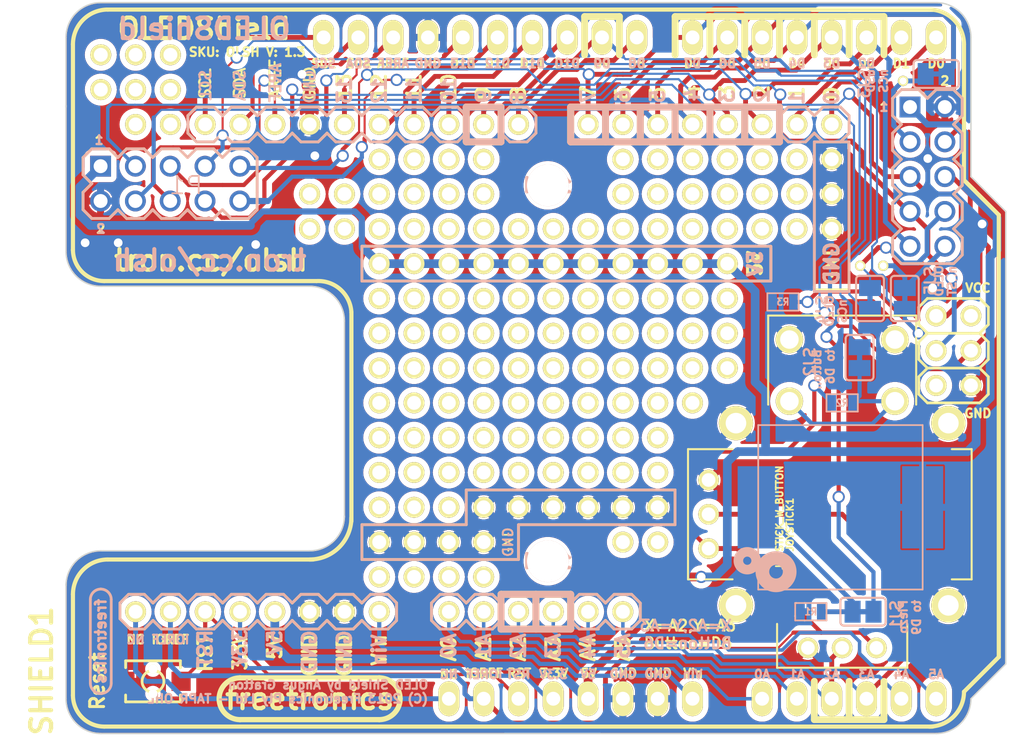
<source format=kicad_pcb>
(kicad_pcb (version 20221018) (generator pcbnew)
  (title_block (title "OLED Shield") (rev "1.1") (company "(C) 2013 Freetronics Pty Ltd") (comment 1 "SKU: OLEDSHIELD") (comment 2 "Released under TAPR Open Hardware License"))
  (layers (0 "F.Cu" signal) (31 "B.Cu" signal) (34 "B.Paste" user) (35 "F.Paste" user) (36 "B.SilkS" user) (37 "F.SilkS" user) (38 "B.Mask" user) (39 "F.Mask" user) (44 "Edge.Cuts" user))
  (net 0 "")
  (net 1 "+5V")
  (net 2 "/3V3")
  (net 3 "/AD0")
  (net 4 "/AD1")
  (net 5 "/AD2_JOY_X")
  (net 6 "/AD3_JOY_Y")
  (net 7 "/AD4")
  (net 8 "/AD5")
  (net 9 "/AREF")
  (net 10 "/D0")
  (net 11 "/D1")
  (net 12 "/D10")
  (net 13 "/D11")
  (net 14 "/D12")
  (net 15 "/D13")
  (net 16 "/D6")
  (net 17 "/D8")
  (net 18 "/D9")
  (net 19 "/MISO")
  (net 20 "/MOSI")
  (net 21 "/OLED_DnC")
  (net 22 "/OLED_nCS")
  (net 23 "/OLED_nRST")
  (net 24 "/RHS_OLED_nCS")
  (net 25 "/RHS_OLED_nRST")
  (net 26 "/RHS_uSD_nCS")
  (net 27 "/RST")
  (net 28 "/SCK")
  (net 29 "/SCL")
  (net 30 "/SDA")
  (net 31 "/V_IN")
  (net 32 "/uSD_CD")
  (net 33 "/uSD_nCS")
  (net 34 "GND")
  (net 35 "N-0000025")
  (net 36 "N-0000033")
  (net 37 "N-0000038")
  (net 38 "N-0000039")
  (net 39 "N-0000040")
  (net 40 "VCC")
  (footprint "DIL10" (layer "F.Cu") (at 259.715 118.11 -90)
    (fp_text reference "P2")
    (fp_text value "CONN_5X2" hide)
  )
  (footprint "1pin_prototyping" (layer "F.Cu") (at 238.76 154.94 180)
    (fp_text reference "1PIN" hide)
    (fp_text value "P***" hide)
  )
  (footprint "1pin_prototyping" (layer "F.Cu") (at 236.22 154.94 180)
    (fp_text reference "1PIN" hide)
    (fp_text value "P***" hide)
  )
  (footprint "1pin_prototyping" (layer "F.Cu") (at 233.68 154.94 180)
    (fp_text reference "1PIN" hide)
    (fp_text value "P***" hide)
  )
  (footprint "1pin_prototyping" (layer "F.Cu") (at 231.14 154.94 180)
    (fp_text reference "1PIN" hide)
    (fp_text value "P***" hide)
  )
  (footprint "1pin_prototyping" (layer "F.Cu") (at 228.6 154.94 180)
    (fp_text reference "1PIN" hide)
    (fp_text value "P***" hide)
  )
  (footprint "1pin_prototyping" (layer "F.Cu") (at 226.06 154.94 180)
    (fp_text reference "1PIN" hide)
    (fp_text value "P***" hide)
  )
  (footprint "1pin_prototyping" (layer "F.Cu") (at 218.44 154.94 180)
    (fp_text reference "1PIN" hide)
    (fp_text value "P***" hide)
  )
  (footprint "1pin_prototyping" (layer "F.Cu") (at 215.9 154.94 180)
    (fp_text reference "1PIN" hide)
    (fp_text value "P***" hide)
  )
  (footprint "1pin_prototyping" (layer "F.Cu") (at 213.36 154.94 180)
    (fp_text reference "1PIN" hide)
    (fp_text value "P***" hide)
  )
  (footprint "1pin_prototyping" (layer "F.Cu") (at 210.82 154.94 180)
    (fp_text reference "1PIN" hide)
    (fp_text value "P***" hide)
  )
  (footprint "1pin_prototyping" (layer "F.Cu") (at 208.28 154.94 180)
    (fp_text reference "1PIN" hide)
    (fp_text value "P***" hide)
  )
  (footprint "1pin_prototyping" (layer "F.Cu") (at 205.74 154.94 180)
    (fp_text reference "1PIN" hide)
    (fp_text value "P***" hide)
  )
  (footprint "1pin_prototyping" (layer "F.Cu") (at 254 119.38 180)
    (fp_text reference "1PIN" hide)
    (fp_text value "P***" hide)
  )
  (footprint "1pin_prototyping" (layer "F.Cu") (at 251.46 119.38 180)
    (fp_text reference "1PIN" hide)
    (fp_text value "P***" hide)
  )
  (footprint "1pin_prototyping" (layer "F.Cu") (at 248.92 119.38 180)
    (fp_text reference "1PIN" hide)
    (fp_text value "P***" hide)
  )
  (footprint "1pin_prototyping" (layer "F.Cu") (at 246.38 119.38 180)
    (fp_text reference "1PIN" hide)
    (fp_text value "P***" hide)
  )
  (footprint "1pin_prototyping" (layer "F.Cu") (at 243.84 119.38 180)
    (fp_text reference "1PIN" hide)
    (fp_text value "P***" hide)
  )
  (footprint "1pin_prototyping" (layer "F.Cu") (at 241.3 119.38 180)
    (fp_text reference "1PIN" hide)
    (fp_text value "P***" hide)
  )
  (footprint "1pin_prototyping" (layer "F.Cu") (at 238.76 119.38 180)
    (fp_text reference "1PIN" hide)
    (fp_text value "P***" hide)
  )
  (footprint "1pin_prototyping" (layer "F.Cu") (at 236.22 119.38 180)
    (fp_text reference "1PIN" hide)
    (fp_text value "P***" hide)
  )
  (footprint "1pin_prototyping" (layer "F.Cu") (at 231.14 119.38 180)
    (fp_text reference "1PIN" hide)
    (fp_text value "P***" hide)
  )
  (footprint "1pin_prototyping" (layer "F.Cu") (at 228.6 119.38 180)
    (fp_text reference "1PIN" hide)
    (fp_text value "P***" hide)
  )
  (footprint "1pin_prototyping" (layer "F.Cu") (at 226.06 119.38 180)
    (fp_text reference "1PIN" hide)
    (fp_text value "P***" hide)
  )
  (footprint "1pin_prototyping" (layer "F.Cu") (at 223.52 119.38 180)
    (fp_text reference "1PIN" hide)
    (fp_text value "P***" hide)
  )
  (footprint "1pin_prototyping" (layer "F.Cu") (at 220.98 119.38 180)
    (fp_text reference "1PIN" hide)
    (fp_text value "P***" hide)
  )
  (footprint "1pin_prototyping" (layer "F.Cu") (at 218.44 119.38 180)
    (fp_text reference "1PIN" hide)
    (fp_text value "P***" hide)
  )
  (footprint "1pin_prototyping" (layer "F.Cu") (at 210.82 119.38 180)
    (fp_text reference "1PIN" hide)
    (fp_text value "P***" hide)
  )
  (footprint "1pin_prototyping" (layer "F.Cu") (at 208.28 119.38 180)
    (fp_text reference "1PIN" hide)
    (fp_text value "P***" hide)
  )
  (footprint "1pin_prototyping" (layer "F.Cu") (at 213.36 119.38 180)
    (fp_text reference "1PIN" hide)
    (fp_text value "P***" hide)
  )
  (footprint "1pin_prototyping" (layer "F.Cu") (at 215.9 119.38 180)
    (fp_text reference "1PIN" hide)
    (fp_text value "P***" hide)
  )
  (footprint "1pin_prototyping" (layer "F.Cu") (at 220.98 154.94 180)
    (fp_text reference "1PIN" hide)
    (fp_text value "P***" hide)
  )
  (footprint "1pin_prototyping_mini" (layer "F.Cu") (at 257.7592 129.6924)
    (fp_text reference "P3" hide)
    (fp_text value "CONN_1" hide)
  )
  (footprint "1pin_prototyping_mini" (layer "F.Cu") (at 256.0828 129.6924)
    (fp_text reference "P4" hide)
    (fp_text value "CONN_1" hide)
  )
  (footprint "1pin_prototyping_mini" (layer "F.Cu") (at 259.207 116.205)
    (fp_text reference "P5" hide)
    (fp_text value "CONN_1" hide)
  )
  (footprint "1pin_prototyping" (layer "F.Cu") (at 220.98 121.92)
    (fp_text reference "1PIN" hide)
    (fp_text value "P***" hide)
  )
  (footprint "1pin_prototyping" (layer "F.Cu") (at 223.52 121.92)
    (fp_text reference "1PIN" hide)
    (fp_text value "P***" hide)
  )
  (footprint "1pin_prototyping" (layer "F.Cu") (at 226.06 121.92)
    (fp_text reference "1PIN" hide)
    (fp_text value "P***" hide)
  )
  (footprint "1pin_prototyping" (layer "F.Cu") (at 228.6 121.92)
    (fp_text reference "1PIN" hide)
    (fp_text value "P***" hide)
  )
  (footprint "1pin_prototyping" (layer "F.Cu") (at 220.98 124.46)
    (fp_text reference "1PIN" hide)
    (fp_text value "P***" hide)
  )
  (footprint "1pin_prototyping" (layer "F.Cu") (at 223.52 124.46)
    (fp_text reference "1PIN" hide)
    (fp_text value "P***" hide)
  )
  (footprint "1pin_prototyping" (layer "F.Cu") (at 226.06 124.46)
    (fp_text reference "1PIN" hide)
    (fp_text value "P***" hide)
  )
  (footprint "1pin_prototyping" (layer "F.Cu") (at 228.6 124.46)
    (fp_text reference "1PIN" hide)
    (fp_text value "P***" hide)
  )
  (footprint "1pin_prototyping" (layer "F.Cu") (at 220.98 127)
    (fp_text reference "1PIN" hide)
    (fp_text value "P***" hide)
  )
  (footprint "1pin_prototyping" (layer "F.Cu") (at 223.52 127)
    (fp_text reference "1PIN" hide)
    (fp_text value "P***" hide)
  )
  (footprint "1pin_prototyping" (layer "F.Cu") (at 226.06 127)
    (fp_text reference "1PIN" hide)
    (fp_text value "P***" hide)
  )
  (footprint "1pin_prototyping" (layer "F.Cu") (at 228.6 127)
    (fp_text reference "1PIN" hide)
    (fp_text value "P***" hide)
  )
  (footprint "1pin_prototyping" (layer "F.Cu") (at 231.14 127)
    (fp_text reference "1PIN" hide)
    (fp_text value "P***" hide)
  )
  (footprint "1pin_prototyping" (layer "F.Cu") (at 233.68 127)
    (fp_text reference "1PIN" hide)
    (fp_text value "P***" hide)
  )
  (footprint "1pin_prototyping" (layer "F.Cu") (at 236.22 127)
    (fp_text reference "1PIN" hide)
    (fp_text value "P***" hide)
  )
  (footprint "1pin_prototyping" (layer "F.Cu") (at 238.76 127)
    (fp_text reference "1PIN" hide)
    (fp_text value "P***" hide)
  )
  (footprint "1pin_prototyping" (layer "F.Cu") (at 238.76 124.46)
    (fp_text reference "1PIN" hide)
    (fp_text value "P***" hide)
  )
  (footprint "1pin_prototyping" (layer "F.Cu") (at 238.76 121.92)
    (fp_text reference "1PIN" hide)
    (fp_text value "P***" hide)
  )
  (footprint "1pin_prototyping" (layer "F.Cu") (at 241.3 121.92)
    (fp_text reference "1PIN" hide)
    (fp_text value "P***" hide)
  )
  (footprint "1pin_prototyping" (layer "F.Cu") (at 241.3 124.46)
    (fp_text reference "1PIN" hide)
    (fp_text value "P***" hide)
  )
  (footprint "1pin_prototyping" (layer "F.Cu") (at 241.3 127)
    (fp_text reference "1PIN" hide)
    (fp_text value "P***" hide)
  )
  (footprint "1pin_prototyping" (layer "F.Cu") (at 248.92 127)
    (fp_text reference "1PIN" hide)
    (fp_text value "P***" hide)
  )
  (footprint "1pin_prototyping" (layer "F.Cu") (at 248.92 124.46)
    (fp_text reference "1PIN" hide)
    (fp_text value "P***" hide)
  )
  (footprint "1pin_prototyping" (layer "F.Cu") (at 248.92 121.92)
    (fp_text reference "1PIN" hide)
    (fp_text value "P***" hide)
  )
  (footprint "1pin_prototyping" (layer "F.Cu") (at 251.46 121.92)
    (fp_text reference "1PIN" hide)
    (fp_text value "P***" hide)
  )
  (footprint "1pin_prototyping" (layer "F.Cu") (at 251.46 124.46)
    (fp_text reference "1PIN" hide)
    (fp_text value "P***" hide)
  )
  (footprint "1pin_prototyping" (layer "F.Cu") (at 251.46 127)
    (fp_text reference "1PIN" hide)
    (fp_text value "P***" hide)
  )
  (footprint "1pin_prototyping" (layer "F.Cu") (at 254 127)
    (fp_text reference "1PIN" hide)
    (fp_text value "P***" hide)
  )
  (footprint "1pin_prototyping" (layer "F.Cu") (at 254 124.46)
    (fp_text reference "1PIN" hide)
    (fp_text value "P***" hide)
  )
  (footprint "1pin_prototyping" (layer "F.Cu") (at 254 121.92)
    (fp_text reference "1PIN" hide)
    (fp_text value "P***" hide)
  )
  (footprint "1pin_prototyping" (layer "F.Cu") (at 246.38 132.08)
    (fp_text reference "1PIN" hide)
    (fp_text value "P***" hide)
  )
  (footprint "1pin_prototyping" (layer "F.Cu") (at 246.38 134.62)
    (fp_text reference "1PIN" hide)
    (fp_text value "P***" hide)
  )
  (footprint "1pin_prototyping" (layer "F.Cu") (at 246.38 137.16)
    (fp_text reference "1PIN" hide)
    (fp_text value "P***" hide)
  )
  (footprint "1pin_prototyping" (layer "F.Cu") (at 243.84 132.08)
    (fp_text reference "1PIN" hide)
    (fp_text value "P***" hide)
  )
  (footprint "1pin_prototyping" (layer "F.Cu") (at 243.84 134.62)
    (fp_text reference "1PIN" hide)
    (fp_text value "P***" hide)
  )
  (footprint "1pin_prototyping" (layer "F.Cu") (at 243.84 137.16)
    (fp_text reference "1PIN" hide)
    (fp_text value "P***" hide)
  )
  (footprint "1pin_prototyping" (layer "F.Cu") (at 243.84 139.7)
    (fp_text reference "1PIN" hide)
    (fp_text value "P***" hide)
  )
  (footprint "1pin_prototyping" (layer "F.Cu") (at 241.3 132.08)
    (fp_text reference "1PIN" hide)
    (fp_text value "P***" hide)
  )
  (footprint "1pin_prototyping" (layer "F.Cu") (at 238.76 132.08)
    (fp_text reference "1PIN" hide)
    (fp_text value "P***" hide)
  )
  (footprint "1pin_prototyping" (layer "F.Cu") (at 236.22 132.08)
    (fp_text reference "1PIN" hide)
    (fp_text value "P***" hide)
  )
  (footprint "1pin_prototyping" (layer "F.Cu") (at 233.68 132.08)
    (fp_text reference "1PIN" hide)
    (fp_text value "P***" hide)
  )
  (footprint "1pin_prototyping" (layer "F.Cu") (at 231.14 132.08)
    (fp_text reference "1PIN" hide)
    (fp_text value "P***" hide)
  )
  (footprint "1pin_prototyping" (layer "F.Cu") (at 228.6 132.08)
    (fp_text reference "1PIN" hide)
    (fp_text value "P***" hide)
  )
  (footprint "1pin_prototyping" (layer "F.Cu") (at 226.06 132.08)
    (fp_text reference "1PIN" hide)
    (fp_text value "P***" hide)
  )
  (footprint "1pin_prototyping" (layer "F.Cu") (at 223.52 132.08)
    (fp_text reference "1PIN" hide)
    (fp_text value "P***" hide)
  )
  (footprint "1pin_prototyping" (layer "F.Cu") (at 220.98 132.08)
    (fp_text reference "1PIN" hide)
    (fp_text value "P***" hide)
  )
  (footprint "1pin_prototyping" (layer "F.Cu") (at 233.68 139.7)
    (fp_text reference "1PIN" hide)
    (fp_text value "P***" hide)
  )
  (footprint "1pin_prototyping" (layer "F.Cu") (at 231.14 139.7)
    (fp_text reference "1PIN" hide)
    (fp_text value "P***" hide)
  )
  (footprint "1pin_prototyping" (layer "F.Cu") (at 228.6 139.7)
    (fp_text reference "1PIN" hide)
    (fp_text value "P***" hide)
  )
  (footprint "1pin_prototyping" (layer "F.Cu") (at 226.06 139.7)
    (fp_text reference "1PIN" hide)
    (fp_text value "P***" hide)
  )
  (footprint "1pin_prototyping" (layer "F.Cu") (at 223.52 139.7)
    (fp_text reference "1PIN" hide)
    (fp_text value "P***" hide)
  )
  (footprint "1pin_prototyping" (layer "F.Cu") (at 223.52 137.16)
    (fp_text reference "1PIN" hide)
    (fp_text value "P***" hide)
  )
  (footprint "1pin_prototyping" (layer "F.Cu") (at 226.06 137.16)
    (fp_text reference "1PIN" hide)
    (fp_text value "P***" hide)
  )
  (footprint "1pin_prototyping" (layer "F.Cu") (at 228.6 137.16)
    (fp_text reference "1PIN" hide)
    (fp_text value "P***" hide)
  )
  (footprint "1pin_prototyping" (layer "F.Cu") (at 231.14 137.16)
    (fp_text reference "1PIN" hide)
    (fp_text value "P***" hide)
  )
  (footprint "1pin_prototyping" (layer "F.Cu") (at 233.68 137.16)
    (fp_text reference "1PIN" hide)
    (fp_text value "P***" hide)
  )
  (footprint "1pin_prototyping" (layer "F.Cu") (at 233.68 134.62)
    (fp_text reference "1PIN" hide)
    (fp_text value "P***" hide)
  )
  (footprint "1pin_prototyping" (layer "F.Cu") (at 231.14 134.62)
    (fp_text reference "1PIN" hide)
    (fp_text value "P***" hide)
  )
  (footprint "1pin_prototyping" (layer "F.Cu") (at 228.6 134.62)
    (fp_text reference "1PIN" hide)
    (fp_text value "P***" hide)
  )
  (footprint "1pin_prototyping" (layer "F.Cu") (at 226.06 134.62)
    (fp_text reference "1PIN" hide)
    (fp_text value "P***" hide)
  )
  (footprint "1pin_prototyping" (layer "F.Cu") (at 223.52 134.62)
    (fp_text reference "1PIN" hide)
    (fp_text value "P***" hide)
  )
  (footprint "1pin_prototyping" (layer "F.Cu") (at 223.52 142.24)
    (fp_text reference "1PIN" hide)
    (fp_text value "P***" hide)
  )
  (footprint "1pin_prototyping" (layer "F.Cu") (at 226.06 142.24)
    (fp_text reference "1PIN" hide)
    (fp_text value "P***" hide)
  )
  (footprint "1pin_prototyping" (layer "F.Cu") (at 228.6 142.24)
    (fp_text reference "1PIN" hide)
    (fp_text value "P***" hide)
  )
  (footprint "1pin_prototyping" (layer "F.Cu") (at 231.14 142.24)
    (fp_text reference "1PIN" hide)
    (fp_text value "P***" hide)
  )
  (footprint "1pin_prototyping" (layer "F.Cu") (at 233.68 142.24)
    (fp_text reference "1PIN" hide)
    (fp_text value "P***" hide)
  )
  (footprint "1pin_prototyping" (layer "F.Cu") (at 233.68 144.78)
    (fp_text reference "1PIN" hide)
    (fp_text value "P***" hide)
  )
  (footprint "1pin_prototyping" (layer "F.Cu") (at 231.14 144.78)
    (fp_text reference "1PIN" hide)
    (fp_text value "P***" hide)
  )
  (footprint "1pin_prototyping" (layer "F.Cu") (at 228.6 144.78)
    (fp_text reference "1PIN" hide)
    (fp_text value "P***" hide)
  )
  (footprint "1pin_prototyping" (layer "F.Cu") (at 226.06 144.78)
    (fp_text reference "1PIN" hide)
    (fp_text value "P***" hide)
  )
  (footprint "1pin_prototyping" (layer "F.Cu") (at 223.52 144.78)
    (fp_text reference "1PIN" hide)
    (fp_text value "P***" hide)
  )
  (footprint "1pin_prototyping" (layer "F.Cu") (at 223.52 147.32)
    (fp_text reference "1PIN" hide)
    (fp_text value "P***" hide)
  )
  (footprint "1pin_prototyping" (layer "F.Cu") (at 226.06 147.32)
    (fp_text reference "1PIN" hide)
    (fp_text value "P***" hide)
  )
  (footprint "1pin_prototyping" (layer "F.Cu") (at 220.98 152.4)
    (fp_text reference "1PIN" hide)
    (fp_text value "P***" hide)
  )
  (footprint "1pin_prototyping" (layer "F.Cu") (at 223.52 152.4)
    (fp_text reference "1PIN" hide)
    (fp_text value "P***" hide)
  )
  (footprint "1pin_prototyping" (layer "F.Cu") (at 226.06 152.4)
    (fp_text reference "1PIN" hide)
    (fp_text value "P***" hide)
  )
  (footprint "1pin_prototyping" (layer "F.Cu") (at 228.6 152.4)
    (fp_text reference "1PIN" hide)
    (fp_text value "P***" hide)
  )
  (footprint "1pin_prototyping" (layer "F.Cu") (at 228.6 149.86)
    (fp_text reference "1PIN" hide)
    (fp_text value "P***" hide)
  )
  (footprint "1pin_prototyping" (layer "F.Cu") (at 236.22 144.78)
    (fp_text reference "1PIN" hide)
    (fp_text value "P***" hide)
  )
  (footprint "1pin_prototyping" (layer "F.Cu") (at 236.22 142.24)
    (fp_text reference "1PIN" hide)
    (fp_text value "P***" hide)
  )
  (footprint "1pin_prototyping" (layer "F.Cu") (at 236.22 134.62)
    (fp_text reference "1PIN" hide)
    (fp_text value "P***" hide)
  )
  (footprint "1pin_prototyping" (layer "F.Cu") (at 236.22 137.16)
    (fp_text reference "1PIN" hide)
    (fp_text value "P***" hide)
  )
  (footprint "1pin_prototyping" (layer "F.Cu") (at 236.22 139.7)
    (fp_text reference "1PIN" hide)
    (fp_text value "P***" hide)
  )
  (footprint "1pin_prototyping" (layer "F.Cu") (at 241.3 139.7)
    (fp_text reference "1PIN" hide)
    (fp_text value "P***" hide)
  )
  (footprint "1pin_prototyping" (layer "F.Cu") (at 241.3 137.16)
    (fp_text reference "1PIN" hide)
    (fp_text value "P***" hide)
  )
  (footprint "1pin_prototyping" (layer "F.Cu") (at 241.3 134.62)
    (fp_text reference "1PIN" hide)
    (fp_text value "P***" hide)
  )
  (footprint "1pin_prototyping" (layer "F.Cu") (at 241.3 142.24)
    (fp_text reference "1PIN" hide)
    (fp_text value "P***" hide)
  )
  (footprint "1pin_prototyping" (layer "F.Cu") (at 241.3 144.78)
    (fp_text reference "1PIN" hide)
    (fp_text value "P***" hide)
  )
  (footprint "1pin_prototyping" (layer "F.Cu") (at 238.76 144.78)
    (fp_text reference "1PIN" hide)
    (fp_text value "P***" hide)
  )
  (footprint "1pin_prototyping" (layer "F.Cu") (at 238.76 142.24)
    (fp_text reference "1PIN" hide)
    (fp_text value "P***" hide)
  )
  (footprint "1pin_prototyping" (layer "F.Cu") (at 238.76 134.62)
    (fp_text reference "1PIN" hide)
    (fp_text value "P***" hide)
  )
  (footprint "1pin_prototyping" (layer "F.Cu") (at 238.76 137.16)
    (fp_text reference "1PIN" hide)
    (fp_text value "P***" hide)
  )
  (footprint "1pin_prototyping" (layer "F.Cu") (at 238.76 139.7)
    (fp_text reference "1PIN" hide)
    (fp_text value "P***" hide)
  )
  (footprint "1pin_prototyping" (layer "F.Cu") (at 205.74 119.38)
    (fp_text reference "1PIN" hide)
    (fp_text value "P***" hide)
  )
  (footprint "1pin_prototyping" (layer "F.Cu") (at 203.2 119.38)
    (fp_text reference "1PIN" hide)
    (fp_text value "P***" hide)
  )
  (footprint "1pin_prototyping" (layer "F.Cu") (at 205.74 116.84)
    (fp_text reference "1PIN" hide)
    (fp_text value "P***" hide)
  )
  (footprint "1pin_prototyping" (layer "F.Cu") (at 203.2 116.84)
    (fp_text reference "1PIN" hide)
    (fp_text value "P***" hide)
  )
  (footprint "1pin_prototyping" (layer "F.Cu") (at 200.66 116.84)
    (fp_text reference "1PIN" hide)
    (fp_text value "P***" hide)
  )
  (footprint "1pin_prototyping" (layer "F.Cu") (at 205.74 114.3)
    (fp_text reference "1PIN" hide)
    (fp_text value "P***" hide)
  )
  (footprint "1pin_prototyping" (layer "F.Cu") (at 203.2 114.3)
    (fp_text reference "1PIN" hide)
    (fp_text value "P***" hide)
  )
  (footprint "1pin_prototyping" (layer "F.Cu") (at 200.66 114.3)
    (fp_text reference "1PIN" hide)
    (fp_text value "P***" hide)
  )
  (footprint "1pin_prototyping" (layer "F.Cu") (at 220.98 129.54)
    (fp_text reference "1PIN" hide)
    (fp_text value "P***" hide)
  )
  (footprint "1pin_prototyping" (layer "F.Cu") (at 236.22 129.54)
    (fp_text reference "1PIN" hide)
    (fp_text value "P***" hide)
  )
  (footprint "1pin_prototyping" (layer "F.Cu") (at 233.68 129.54)
    (fp_text reference "1PIN" hide)
    (fp_text value "P***" hide)
  )
  (footprint "1pin_prototyping" (layer "F.Cu") (at 238.76 129.54)
    (fp_text reference "1PIN" hide)
    (fp_text value "P***" hide)
  )
  (footprint "1pin_prototyping" (layer "F.Cu") (at 241.3 129.54)
    (fp_text reference "1PIN" hide)
    (fp_text value "P***" hide)
  )
  (footprint "1pin_prototyping" (layer "F.Cu") (at 231.14 129.54)
    (fp_text reference "1PIN" hide)
    (fp_text value "P***" hide)
  )
  (footprint "1pin_prototyping" (layer "F.Cu") (at 228.6 129.54)
    (fp_text reference "1PIN" hide)
    (fp_text value "P***" hide)
  )
  (footprint "1pin_prototyping" (layer "F.Cu") (at 223.52 129.54)
    (fp_text reference "1PIN" hide)
    (fp_text value "P***" hide)
  )
  (footprint "1pin_prototyping" (layer "F.Cu") (at 226.06 129.54)
    (fp_text reference "1PIN" hide)
    (fp_text value "P***" hide)
  )
  (footprint "1pin_prototyping" (layer "F.Cu") (at 246.38 129.54)
    (fp_text reference "1PIN" hide)
    (fp_text value "P***" hide)
  )
  (footprint "1pin_prototyping" (layer "F.Cu") (at 243.84 129.54)
    (fp_text reference "1PIN" hide)
    (fp_text value "P***" hide)
  )
  (footprint "1pin_prototyping" (layer "F.Cu") (at 226.06 149.86)
    (fp_text reference "1PIN" hide)
    (fp_text value "P***" hide)
  )
  (footprint "1pin_prototyping" (layer "F.Cu") (at 223.52 149.86)
    (fp_text reference "1PIN" hide)
    (fp_text value "P***" hide)
  )
  (footprint "1pin_prototyping" (layer "F.Cu") (at 228.6 147.32)
    (fp_text reference "1PIN" hide)
    (fp_text value "P***" hide)
  )
  (footprint "1pin_prototyping" (layer "F.Cu") (at 231.14 147.32)
    (fp_text reference "1PIN" hide)
    (fp_text value "P***" hide)
  )
  (footprint "1pin_prototyping" (layer "F.Cu") (at 233.68 147.32)
    (fp_text reference "1PIN" hide)
    (fp_text value "P***" hide)
  )
  (footprint "1pin_prototyping" (layer "F.Cu") (at 236.22 147.32)
    (fp_text reference "1PIN" hide)
    (fp_text value "P***" hide)
  )
  (footprint "1pin_prototyping" (layer "F.Cu") (at 238.76 147.32)
    (fp_text reference "1PIN" hide)
    (fp_text value "P***" hide)
  )
  (footprint "1pin_prototyping" (layer "F.Cu") (at 241.3 147.32)
    (fp_text reference "1PIN" hide)
    (fp_text value "P***" hide)
  )
  (footprint "LOGO_FREETRONICS" (layer "F.Cu") (at 215.9 161.29)
    (fp_text reference "" hide)
    (fp_text value "" hide)
  )
  (footprint "TACTILE_SWITCH_SMD_2PIN_TINY" (layer "F.Cu") (at 204.47 160.02)
    (fp_text reference "SW1" hide)
    (fp_text value "SW_PUSHBUTTON" hide)
  )
  (footprint "JOYSTICK_W_BUTTON" (layer "F.Cu") (at 254.762 147.828 -90)
    (fp_text reference "JOYSTICK1")
    (fp_text value "JOYSTICK_W_BUTTON")
  )
  (footprint "ARDUINO_SHIELD" (layer "F.Cu") (at 198.12 163.83)
    (fp_text reference "SHIELD1")
    (fp_text value "ARDUINO_SHIELD" hide)
  )
  (footprint "1pin_prototyping" (layer "F.Cu") (at 218.44 124.46)
    (fp_text reference "1PIN" hide)
    (fp_text value "P***" hide)
  )
  (footprint "1pin_prototyping" (layer "F.Cu") (at 218.44 127)
    (fp_text reference "1PIN" hide)
    (fp_text value "P***" hide)
  )
  (footprint "1pin_prototyping" (layer "F.Cu") (at 215.9 127)
    (fp_text reference "1PIN" hide)
    (fp_text value "P***" hide)
  )
  (footprint "1pin_prototyping" (layer "F.Cu") (at 215.9 124.46)
    (fp_text reference "1PIN" hide)
    (fp_text value "P***" hide)
  )
  (footprint "1pin_prototyping" (layer "F.Cu") (at 238.76 149.86)
    (fp_text reference "1PIN" hide)
    (fp_text value "P***" hide)
  )
  (footprint "1pin_prototyping" (layer "F.Cu") (at 241.3 149.86)
    (fp_text reference "1PIN" hide)
    (fp_text value "P***" hide)
  )
  (footprint "1pin_prototyping" (layer "F.Cu") (at 243.84 127)
    (fp_text reference "1PIN" hide)
    (fp_text value "P***" hide)
  )
  (footprint "1pin_prototyping" (layer "F.Cu") (at 243.84 124.46)
    (fp_text reference "1PIN" hide)
    (fp_text value "P***" hide)
  )
  (footprint "1pin_prototyping" (layer "F.Cu") (at 243.84 121.92)
    (fp_text reference "1PIN" hide)
    (fp_text value "P***" hide)
  )
  (footprint "1pin_prototyping" (layer "F.Cu") (at 246.38 121.92)
    (fp_text reference "1PIN" hide)
    (fp_text value "P***" hide)
  )
  (footprint "1pin_prototyping" (layer "F.Cu") (at 246.38 124.46)
    (fp_text reference "1PIN" hide)
    (fp_text value "P***" hide)
  )
  (footprint "1pin_prototyping" (layer "F.Cu") (at 246.38 127)
    (fp_text reference "1PIN" hide)
    (fp_text value "P***" hide)
  )
  (footprint "1pin_prototyping" (layer "F.Cu") (at 220.98 149.86)
    (fp_text reference "1PIN" hide)
    (fp_text value "P***" hide)
  )
  (footprint "1pin_prototyping" (layer "F.Cu") (at 220.98 147.32)
    (fp_text reference "1PIN" hide)
    (fp_text value "P***" hide)
  )
  (footprint "1pin_prototyping" (layer "F.Cu") (at 220.98 144.78)
    (fp_text reference "1PIN" hide)
    (fp_text value "P***" hide)
  )
  (footprint "1pin_prototyping" (layer "F.Cu") (at 220.98 142.24)
    (fp_text reference "1PIN" hide)
    (fp_text value "P***" hide)
  )
  (footprint "1pin_prototyping" (layer "F.Cu") (at 220.98 134.62)
    (fp_text reference "1PIN" hide)
    (fp_text value "P***" hide)
  )
  (footprint "1pin_prototyping" (layer "F.Cu") (at 220.98 137.16)
    (fp_text reference "1PIN" hide)
    (fp_text value "P***" hide)
  )
  (footprint "1pin_prototyping" (layer "F.Cu") (at 220.98 139.7)
    (fp_text reference "1PIN" hide)
    (fp_text value "P***" hide)
  )
  (footprint "1pin_prototyping" (layer "F.Cu") (at 203.2 154.94 180)
    (fp_text reference "1PIN" hide)
    (fp_text value "P***" hide)
  )
  (footprint "1pin" (layer "B.Cu") (at 233.284 151.257 180)
    (fp_text reference "1PIN")
    (fp_text value "P***" hide)
  )
  (footprint "1pin" (layer "B.Cu") (at 233.284 123.825 180)
    (fp_text reference "1PIN")
    (fp_text value "P***" hide)
  )
  (footprint "BUZZER-12X12-SMT" (layer "B.Cu") (at 254.635 147.32)
    (fp_text reference "PIEZO1" hide)
    (fp_text value "BUZZER" hide)
  )
  (footprint "SJ_SHORTED" (layer "B.Cu") (at 261.62 115.697 180)
    (fp_text reference "SJ3")
    (fp_text value "SJ")
  )
  (footprint "SJ_SHORTED" (layer "B.Cu") (at 256.794 132.08 -90)
    (fp_text reference "SJ4")
    (fp_text value "SJ")
  )
  (footprint "SJ_SHORTED" (layer "B.Cu") (at 259.334 132.08 -90)
    (fp_text reference "SJ5")
    (fp_text value "SJ")
  )
  (footprint "SM0603" (layer "B.Cu") (at 252.476 154.94)
    (fp_text reference "R1")
    (fp_text value "1M" hide)
  )
  (footprint "SM0603" (layer "B.Cu") (at 254.762 139.7)
    (fp_text reference "R2")
    (fp_text value "10K" hide)
  )
  (footprint "SJ_SHORTED" (layer "B.Cu") (at 256.032 136.398 -90)
    (fp_text reference "SJ2")
    (fp_text value "SJ")
  )
  (footprint "SJ_SHORTED" (layer "B.Cu") (at 256.286 154.94 180)
    (fp_text reference "SJ1")
    (fp_text value "SJ")
  )
  (footprint "DIL10" (layer "B.Cu") (at 200.645 122.428)
    (fp_text reference "P1")
    (fp_text value "CONN_5X2" hide)
  )
  (footprint "LOGO_FREETRONICS_SMALL" (layer "B.Cu") (at 200.66 157.099 -90)
    (fp_text reference "Ref**" hide)
    (fp_text value "Val**" hide)
  )
  (footprint "SM0603" (layer "B.Cu") (at 250.444 132.334 180)
    (fp_text reference "R3")
    (fp_text value "47K" hide)
  )
  (gr_line (start 236.855 153.67) (end 235.585 153.67) (stroke (width 0.2)) (layer "B.SilkS"))
  (gr_line (start 258.445 125.095) (end 259.08 124.46) (stroke (width 0.2)) (layer "B.SilkS"))
  (gr_line (start 224.79 154.305) (end 224.79 155.575) (stroke (width 0.2)) (layer "B.SilkS"))
  (gr_line (start 229.235 153.67) (end 229.87 154.305) (stroke (width 0.2)) (layer "B.SilkS"))
  (gr_line (start 207.01 118.745) (end 207.645 118.11) (stroke (width 0.2)) (layer "B.SilkS"))
  (gr_line (start 245.11 118.11) (end 245.11 120.65) (stroke (width 0.508)) (layer "B.SilkS"))
  (gr_line (start 203.835 153.67) (end 202.692 153.67) (stroke (width 0.2)) (layer "B.SilkS"))
  (gr_line (start 263.525 122.555) (end 263.525 123.825) (stroke (width 0.2)) (layer "B.SilkS"))
  (gr_line (start 260.35 116.84) (end 260.985 117.475) (stroke (width 0.2)) (layer "B.SilkS"))
  (gr_line (start 263.525 127.635) (end 263.525 128.905) (stroke (width 0.2)) (layer "B.SilkS"))
  (gr_line (start 261.62 116.84) (end 262.89 116.84) (stroke (width 0.2)) (layer "B.SilkS"))
  (gr_line (start 253.365 118.11) (end 254.635 118.11) (stroke (width 0.2)) (layer "B.SilkS"))
  (gr_line (start 230.505 120.65) (end 229.87 120.015) (stroke (width 0.2)) (layer "B.SilkS"))
  (gr_line (start 249.555 130.81) (end 249.555 128.27) (stroke (width 0.2)) (layer "B.SilkS"))
  (gr_line (start 224.79 120.015) (end 224.155 120.65) (stroke (width 0.2)) (layer "B.SilkS"))
  (gr_line (start 207.645 153.67) (end 207.01 154.305) (stroke (width 0.2)) (layer "B.SilkS"))
  (gr_line (start 213.995 120.65) (end 212.725 120.65) (stroke (width 0.2)) (layer "B.SilkS"))
  (gr_line (start 217.805 156.21) (end 219.075 156.21) (stroke (width 0.2)) (layer "B.SilkS"))
  (gr_line (start 224.79 118.745) (end 225.425 118.11) (stroke (width 0.2)) (layer "B.SilkS"))
  (gr_line (start 237.49 155.575) (end 238.125 156.21) (stroke (width 0.2)) (layer "B.SilkS"))
  (gr_line (start 221.615 153.67) (end 220.345 153.67) (stroke (width 0.2)) (layer "B.SilkS"))
  (gr_line (start 212.725 156.21) (end 213.995 156.21) (stroke (width 0.2)) (layer "B.SilkS"))
  (gr_line (start 222.885 118.11) (end 224.155 118.11) (stroke (width 0.2)) (layer "B.SilkS"))
  (gr_line (start 231.775 120.65) (end 230.505 120.65) (stroke (width 0.2)) (layer "B.SilkS"))
  (gr_line (start 215.265 120.65) (end 214.63 120.015) (stroke (width 0.2)) (layer "B.SilkS"))
  (gr_line (start 219.71 120.015) (end 219.075 120.65) (stroke (width 0.2)) (layer "B.SilkS"))
  (gr_line (start 202.057 155.448) (end 202.819 156.21) (stroke (width 0.2)) (layer "B.SilkS"))
  (gr_line (start 226.695 156.21) (end 227.33 155.575) (stroke (width 0.2)) (layer "B.SilkS"))
  (gr_line (start 217.17 120.015) (end 216.535 120.65) (stroke (width 0.2)) (layer "B.SilkS"))
  (gr_line (start 231.775 118.11) (end 232.41 118.745) (stroke (width 0.2)) (layer "B.SilkS"))
  (gr_line (start 231.14 148.59) (end 231.14 151.13) (stroke (width 0.2)) (layer "B.SilkS"))
  (gr_line (start 263.525 126.365) (end 262.89 127) (stroke (width 0.2)) (layer "B.SilkS"))
  (gr_line (start 262.89 129.54) (end 259.08 129.54) (stroke (width 0.2)) (layer "B.SilkS"))
  (gr_line (start 209.55 120.015) (end 208.915 120.65) (stroke (width 0.2)) (layer "B.SilkS"))
  (gr_line (start 258.445 127.635) (end 259.08 127) (stroke (width 0.2)) (layer "B.SilkS"))
  (gr_line (start 210.185 118.11) (end 211.455 118.11) (stroke (width 0.2)) (layer "B.SilkS"))
  (gr_line (start 227.965 153.67) (end 227.33 154.305) (stroke (width 0.2)) (layer "B.SilkS"))
  (gr_line (start 227.33 154.305) (end 226.695 153.67) (stroke (width 0.2)) (layer "B.SilkS"))
  (gr_line (start 229.87 153.67) (end 229.87 156.21) (stroke (width 0.5)) (layer "B.SilkS"))
  (gr_line (start 210.185 120.65) (end 209.55 120.015) (stroke (width 0.2)) (layer "B.SilkS"))
  (gr_line (start 208.915 156.21) (end 209.55 155.575) (stroke (width 0.2)) (layer "B.SilkS"))
  (gr_line (start 235.585 156.21) (end 236.855 156.21) (stroke (width 0.2)) (layer "B.SilkS"))
  (gr_line (start 247.65 120.65) (end 247.65 118.11) (stroke (width 0.508)) (layer "B.SilkS"))
  (gr_line (start 259.08 116.84) (end 260.35 116.84) (stroke (width 0.2)) (layer "B.SilkS"))
  (gr_line (start 206.375 153.67) (end 205.105 153.67) (stroke (width 0.2)) (layer "B.SilkS"))
  (gr_line (start 225.425 156.21) (end 226.695 156.21) (stroke (width 0.2)) (layer "B.SilkS"))
  (gr_line (start 252.095 118.11) (end 252.73 118.745) (stroke (width 0.2)) (layer "B.SilkS"))
  (gr_line (start 205.105 153.67) (end 204.47 154.305) (stroke (width 0.2)) (layer "B.SilkS"))
  (gr_line (start 215.265 156.21) (end 216.535 156.21) (stroke (width 0.2)) (layer "B.SilkS"))
  (gr_line (start 214.63 118.745) (end 215.265 118.11) (stroke (width 0.2)) (layer "B.SilkS"))
  (gr_line (start 234.95 118.11) (end 234.95 120.65) (stroke (width 0.508)) (layer "B.SilkS"))
  (gr_line (start 249.555 128.27) (end 219.71 128.27) (stroke (width 0.2)) (layer "B.SilkS"))
  (gr_line (start 208.915 153.67) (end 207.645 153.67) (stroke (width 0.2)) (layer "B.SilkS"))
  (gr_line (start 205.105 156.21) (end 206.375 156.21) (stroke (width 0.2)) (layer "B.SilkS"))
  (gr_line (start 230.505 118.11) (end 231.775 118.11) (stroke (width 0.2)) (layer "B.SilkS"))
  (gr_line (start 213.995 118.11) (end 214.63 118.745) (stroke (width 0.2)) (layer "B.SilkS"))
  (gr_line (start 217.17 155.575) (end 217.805 156.21) (stroke (width 0.2)) (layer "B.SilkS"))
  (gr_line (start 215.265 153.67) (end 214.63 154.305) (stroke (width 0.2)) (layer "B.SilkS"))
  (gr_line (start 255.27 118.745) (end 255.27 120.015) (stroke (width 0.2)) (layer "B.SilkS"))
  (gr_line (start 212.725 118.11) (end 213.995 118.11) (stroke (width 0.2)) (layer "B.SilkS"))
  (gr_line (start 229.235 153.67) (end 227.965 153.67) (stroke (width 0.2)) (layer "B.SilkS"))
  (gr_line (start 258.445 123.825) (end 258.445 122.555) (stroke (width 0.2)) (layer "B.SilkS"))
  (gr_line (start 202.692 153.67) (end 202.057 154.305) (stroke (width 0.2)) (layer "B.SilkS"))
  (gr_line (start 255.27 131.572) (end 255.27 120.65) (stroke (width 0.2)) (layer "B.SilkS"))
  (gr_line (start 221.615 156.21) (end 222.25 155.575) (stroke (width 0.2)) (layer "B.SilkS"))
  (gr_line (start 222.25 155.575) (end 222.25 154.305) (stroke (width 0.2)) (layer "B.SilkS"))
  (gr_line (start 225.425 120.65) (end 224.79 120.015) (stroke (width 0.2)) (layer "B.SilkS"))
  (gr_line (start 262.89 116.84) (end 263.525 117.475) (stroke (width 0.2)) (layer "B.SilkS"))
  (gr_line (start 258.445 117.475) (end 259.08 116.84) (stroke (width 0.2)) (layer "B.SilkS"))
  (gr_line (start 227.33 148.59) (end 227.33 146.05) (stroke (width 0.2)) (layer "B.SilkS"))
  (gr_line (start 224.155 120.65) (end 222.885 120.65) (stroke (width 0.2)) (layer "B.SilkS"))
  (gr_line (start 255.27 120.015) (end 254.635 120.65) (stroke (width 0.2)) (layer "B.SilkS"))
  (gr_line (start 242.57 118.11) (end 242.57 120.65) (stroke (width 0.508)) (layer "B.SilkS"))
  (gr_line (start 219.71 155.575) (end 220.345 156.21) (stroke (width 0.2)) (layer "B.SilkS"))
  (gr_line (start 226.695 120.65) (end 225.425 120.65) (stroke (width 0.2)) (layer "B.SilkS"))
  (gr_line (start 220.345 153.67) (end 219.71 154.305) (stroke (width 0.2)) (layer "B.SilkS"))
  (gr_line (start 217.805 120.65) (end 217.17 120.015) (stroke (width 0.2)) (layer "B.SilkS"))
  (gr_line (start 207.01 120.015) (end 207.01 118.745) (stroke (width 0.2)) (layer "B.SilkS"))
  (gr_line (start 232.41 153.67) (end 232.41 156.21) (stroke (width 0.5)) (layer "B.SilkS"))
  (gr_line (start 258.445 118.745) (end 258.445 117.475) (stroke (width 0.2)) (layer "B.SilkS"))
  (gr_line (start 202.819 156.21) (end 203.835 156.21) (stroke (width 0.2)) (layer "B.SilkS"))
  (gr_line (start 252.73 120.65) (end 252.73 131.572) (stroke (width 0.2)) (layer "B.SilkS"))
  (gr_line (start 207.645 156.21) (end 208.915 156.21) (stroke (width 0.2)) (layer "B.SilkS"))
  (gr_line (start 239.395 156.21) (end 240.03 155.575) (stroke (width 0.2)) (layer "B.SilkS"))
  (gr_line (start 262.89 124.46) (end 263.525 125.095) (stroke (width 0.2)) (layer "B.SilkS"))
  (gr_line (start 217.17 154.305) (end 216.535 153.67) (stroke (width 0.2)) (layer "B.SilkS"))
  (gr_line (start 219.71 148.59) (end 227.33 148.59) (stroke (width 0.2)) (layer "B.SilkS"))
  (gr_line (start 216.535 153.67) (end 215.265 153.67) (stroke (width 0.2)) (layer "B.SilkS"))
  (gr_line (start 250.825 118.11) (end 252.095 118.11) (stroke (width 0.2)) (layer "B.SilkS"))
  (gr_line (start 219.71 154.305) (end 219.075 153.67) (stroke (width 0.2)) (layer "B.SilkS"))
  (gr_line (start 253.365 120.65) (end 252.73 120.015) (stroke (width 0.2)) (layer "B.SilkS"))
  (gr_line (start 210.185 153.67) (end 209.55 154.305) (stroke (width 0.2)) (layer "B.SilkS"))
  (gr_line (start 258.445 121.285) (end 258.445 120.015) (stroke (width 0.2)) (layer "B.SilkS"))
  (gr_line (start 219.71 128.27) (end 219.71 130.81) (stroke (width 0.2)) (layer "B.SilkS"))
  (gr_line (start 222.25 118.745) (end 222.885 118.11) (stroke (width 0.2)) (layer "B.SilkS"))
  (gr_line (start 229.87 118.745) (end 230.505 118.11) (stroke (width 0.2)) (layer "B.SilkS"))
  (gr_line (start 238.125 153.67) (end 237.49 154.305) (stroke (width 0.2)) (layer "B.SilkS"))
  (gr_line (start 207.01 155.575) (end 207.645 156.21) (stroke (width 0.2)) (layer "B.SilkS"))
  (gr_line (start 225.425 118.11) (end 226.695 118.11) (stroke (width 0.2)) (layer "B.SilkS"))
  (gr_line (start 240.03 120.65) (end 240.03 118.11) (stroke (width 0.508)) (layer "B.SilkS"))
  (gr_line (start 203.835 156.21) (end 204.47 155.575) (stroke (width 0.2)) (layer "B.SilkS"))
  (gr_line (start 250.19 120.65) (end 250.19 118.11) (stroke (width 0.508)) (layer "B.SilkS"))
  (gr_line (start 224.79 155.575) (end 225.425 156.21) (stroke (width 0.2)) (layer "B.SilkS"))
  (gr_line (start 207.01 154.305) (end 206.375 153.67) (stroke (width 0.2)) (layer "B.SilkS"))
  (gr_line (start 238.125 156.21) (end 239.395 156.21) (stroke (width 0.2)) (layer "B.SilkS"))
  (gr_line (start 258.445 128.905) (end 258.445 127.635) (stroke (width 0.2)) (layer "B.SilkS"))
  (gr_line (start 239.395 153.67) (end 238.125 153.67) (stroke (width 0.2)) (layer "B.SilkS"))
  (gr_line (start 229.87 154.305) (end 229.87 154.432) (stroke (width 0.2)) (layer "B.SilkS"))
  (gr_line (start 212.725 153.67) (end 212.09 154.305) (stroke (width 0.2)) (layer "B.SilkS"))
  (gr_line (start 221.615 120.65) (end 220.345 120.65) (stroke (width 0.2)) (layer "B.SilkS"))
  (gr_line (start 220.345 118.11) (end 221.615 118.11) (stroke (width 0.2)) (layer "B.SilkS"))
  (gr_line (start 214.63 120.015) (end 213.995 120.65) (stroke (width 0.2)) (layer "B.SilkS"))
  (gr_line (start 258.445 122.555) (end 259.08 121.92) (stroke (width 0.2)) (layer "B.SilkS"))
  (gr_line (start 214.63 155.575) (end 215.265 156.21) (stroke (width 0.2)) (layer "B.SilkS"))
  (gr_line (start 206.375 156.21) (end 207.01 155.575) (stroke (width 0.2)) (layer "B.SilkS"))
  (gr_line (start 219.71 118.745) (end 220.345 118.11) (stroke (width 0.2)) (layer "B.SilkS"))
  (gr_line (start 227.965 156.21) (end 229.235 156.21) (stroke (width 0.2)) (layer "B.SilkS"))
  (gr_line (start 219.075 120.65) (end 217.805 120.65) (stroke (width 0.2)) (layer "B.SilkS"))
  (gr_line (start 215.265 118.11) (end 216.535 118.11) (stroke (width 0.2)) (layer "B.SilkS"))
  (gr_line (start 212.09 118.745) (end 212.725 118.11) (stroke (width 0.2)) (layer "B.SilkS"))
  (gr_line (start 226.695 153.67) (end 225.425 153.67) (stroke (width 0.2)) (layer "B.SilkS"))
  (gr_line (start 259.08 127) (end 258.445 126.365) (stroke (width 0.2)) (layer "B.SilkS"))
  (gr_line (start 224.155 118.11) (end 224.79 118.745) (stroke (width 0.2)) (layer "B.SilkS"))
  (gr_line (start 216.535 156.21) (end 217.17 155.575) (stroke (width 0.2)) (layer "B.SilkS"))
  (gr_line (start 234.95 120.65) (end 250.19 120.65) (stroke (width 0.508)) (layer "B.SilkS"))
  (gr_line (start 227.33 118.11) (end 229.87 118.11) (stroke (width 0.5)) (layer "B.SilkS"))
  (gr_line (start 237.49 118.11) (end 237.49 120.65) (stroke (width 0.508)) (layer "B.SilkS"))
  (gr_line (start 263.525 128.905) (end 262.89 129.54) (stroke (width 0.2)) (layer "B.SilkS"))
  (gr_line (start 263.525 120.015) (end 263.525 121.285) (stroke (width 0.2)) (layer "B.SilkS"))
  (gr_line (start 235.585 153.67) (end 234.95 154.305) (stroke (width 0.2)) (layer "B.SilkS"))
  (gr_line (start 250.19 118.11) (end 234.95 118.11) (stroke (width 0.508)) (layer "B.SilkS"))
  (gr_line (start 221.615 118.11) (end 222.25 118.745) (stroke (width 0.2)) (layer "B.SilkS"))
  (gr_line (start 219.075 118.11) (end 219.71 118.745) (stroke (width 0.2)) (layer "B.SilkS"))
  (gr_line (start 250.19 118.745) (end 250.825 118.11) (stroke (width 0.2)) (layer "B.SilkS"))
  (gr_line (start 216.535 120.65) (end 215.265 120.65) (stroke (width 0.2)) (layer "B.SilkS"))
  (gr_line (start 229.87 156.21) (end 234.95 156.21) (stroke (width 0.5)) (layer "B.SilkS"))
  (gr_line (start 232.41 156.21) (end 232.537 156.21) (stroke (width 0.5)) (layer "B.SilkS"))
  (gr_line (start 260.985 117.475) (end 261.62 116.84) (stroke (width 0.2)) (layer "B.SilkS"))
  (gr_line (start 242.57 146.05) (end 242.57 148.59) (stroke (width 0.2)) (layer "B.SilkS"))
  (gr_line (start 236.855 156.21) (end 237.49 155.575) (stroke (width 0.2)) (layer "B.SilkS"))
  (gr_line (start 209.55 118.745) (end 210.185 118.11) (stroke (width 0.2)) (layer "B.SilkS"))
  (gr_line (start 219.71 130.81) (end 249.555 130.81) (stroke (width 0.2)) (layer "B.SilkS"))
  (gr_line (start 213.995 153.67) (end 212.725 153.67) (stroke (width 0.2)) (layer "B.SilkS"))
  (gr_line (start 227.33 146.05) (end 242.57 146.05) (stroke (width 0.2)) (layer "B.SilkS"))
  (gr_line (start 220.345 120.65) (end 219.71 120.015) (stroke (width 0.2)) (layer "B.SilkS"))
  (gr_line (start 229.235 156.21) (end 229.87 155.575) (stroke (width 0.2)) (layer "B.SilkS"))
  (gr_line (start 234.95 153.67) (end 229.87 153.67) (stroke (width 0.5)) (layer "B.SilkS"))
  (gr_line (start 236.982 156.21) (end 235.585 156.21) (stroke (width 0.2)) (layer "B.SilkS"))
  (gr_line (start 211.455 120.65) (end 210.185 120.65) (stroke (width 0.2)) (layer "B.SilkS"))
  (gr_line (start 225.425 153.67) (end 224.79 154.305) (stroke (width 0.2)) (layer "B.SilkS"))
  (gr_line (start 249.555 128.397) (end 249.555 130.683) (stroke (width 0.199898)) (layer "B.SilkS"))
  (gr_line (start 250.825 120.65) (end 250.19 120.015) (stroke (width 0.2)) (layer "B.SilkS"))
  (gr_line (start 259.08 119.38) (end 258.445 118.745) (stroke (width 0.2)) (layer "B.SilkS"))
  (gr_line (start 212.09 155.575) (end 212.725 156.21) (stroke (width 0.2)) (layer "B.SilkS"))
  (gr_line (start 227.33 120.015) (end 226.695 120.65) (stroke (width 0.2)) (layer "B.SilkS"))
  (gr_line (start 209.55 154.305) (end 208.915 153.67) (stroke (width 0.2)) (layer "B.SilkS"))
  (gr_line (start 222.885 120.65) (end 222.25 120.015) (stroke (width 0.2)) (layer "B.SilkS"))
  (gr_line (start 212.725 120.65) (end 212.09 120.015) (stroke (width 0.2)) (layer "B.SilkS"))
  (gr_line (start 240.03 154.305) (end 239.395 153.67) (stroke (width 0.2)) (layer "B.SilkS"))
  (gr_line (start 252.73 120.65) (end 255.27 120.65) (stroke (width 0.2)) (layer "B.SilkS"))
  (gr_line (start 232.41 118.745) (end 232.41 120.015) (stroke (width 0.2)) (layer "B.SilkS"))
  (gr_line (start 242.57 148.59) (end 231.14 148.59) (stroke (width 0.2)) (layer "B.SilkS"))
  (gr_line (start 212.09 154.305) (end 211.455 153.67) (stroke (width 0.2)) (layer "B.SilkS"))
  (gr_line (start 227.33 155.575) (end 227.965 156.21) (stroke (width 0.2)) (layer "B.SilkS"))
  (gr_line (start 217.805 153.67) (end 217.17 154.305) (stroke (width 0.2)) (layer "B.SilkS"))
  (gr_line (start 258.445 120.015) (end 259.08 119.38) (stroke (width 0.2)) (layer "B.SilkS"))
  (gr_line (start 216.535 118.11) (end 217.17 118.745) (stroke (width 0.2)) (layer "B.SilkS"))
  (gr_line (start 212.09 120.015) (end 211.455 120.65) (stroke (width 0.2)) (layer "B.SilkS"))
  (gr_line (start 231.14 151.13) (end 219.71 151.13) (stroke (width 0.2)) (layer "B.SilkS"))
  (gr_line (start 204.47 154.305) (end 203.835 153.67) (stroke (width 0.2)) (layer "B.SilkS"))
  (gr_line (start 219.71 151.13) (end 219.71 148.59) (stroke (width 0.2)) (layer "B.SilkS"))
  (gr_line (start 262.89 121.92) (end 263.525 122.555) (stroke (width 0.2)) (layer "B.SilkS"))
  (gr_line (start 252.73 131.572) (end 255.27 131.572) (stroke (width 0.2)) (layer "B.SilkS"))
  (gr_line (start 229.87 118.11) (end 229.87 120.65) (stroke (width 0.5)) (layer "B.SilkS"))
  (gr_line (start 207.645 120.65) (end 207.01 120.015) (stroke (width 0.2)) (layer "B.SilkS"))
  (gr_line (start 219.075 156.21) (end 219.71 155.575) (stroke (width 0.2)) (layer "B.SilkS"))
  (gr_line (start 202.057 154.305) (end 202.057 155.448) (stroke (width 0.2)) (layer "B.SilkS"))
  (gr_line (start 263.525 117.475) (end 263.525 118.745) (stroke (width 0.2)) (layer "B.SilkS"))
  (gr_line (start 217.805 118.11) (end 219.075 118.11) (stroke (width 0.2)) (layer "B.SilkS"))
  (gr_line (start 213.995 156.21) (end 214.63 155.575) (stroke (width 0.2)) (layer "B.SilkS"))
  (gr_line (start 214.63 154.305) (end 213.995 153.67) (stroke (width 0.2)) (layer "B.SilkS"))
  (gr_line (start 210.185 156.21) (end 211.455 156.21) (stroke (width 0.2)) (layer "B.SilkS"))
  (gr_line (start 258.445 126.365) (end 258.445 125.095) (stroke (width 0.2)) (layer "B.SilkS"))
  (gr_line (start 254.635 118.11) (end 255.27 118.745) (stroke (width 0.2)) (layer "B.SilkS"))
  (gr_line (start 252.73 118.745) (end 253.365 118.11) (stroke (width 0.2)) (layer "B.SilkS"))
  (gr_line (start 263.525 118.745) (end 262.89 119.38) (stroke (width 0.2)) (layer "B.SilkS"))
  (gr_line (start 222.25 154.305) (end 221.615 153.67) (stroke (width 0.2)) (layer "B.SilkS"))
  (gr_line (start 263.525 125.095) (end 263.525 126.365) (stroke (width 0.2)) (layer "B.SilkS"))
  (gr_line (start 220.345 156.21) (end 221.615 156.21) (stroke (width 0.2)) (layer "B.SilkS"))
  (gr_line (start 252.095 120.65) (end 250.825 120.65) (stroke (width 0.2)) (layer "B.SilkS"))
  (gr_line (start 262.89 127) (end 263.525 127.635) (stroke (width 0.2)) (layer "B.SilkS"))
  (gr_line (start 235.585 156.21) (end 234.95 155.575) (stroke (width 0.2)) (layer "B.SilkS"))
  (gr_line (start 208.915 120.65) (end 207.645 120.65) (stroke (width 0.2)) (layer "B.SilkS"))
  (gr_line (start 232.41 120.015) (end 231.775 120.65) (stroke (width 0.2)) (layer "B.SilkS"))
  (gr_line (start 211.455 118.11) (end 212.09 118.745) (stroke (width 0.2)) (layer "B.SilkS"))
  (gr_line (start 252.73 120.015) (end 252.095 120.65) (stroke (width 0.2)) (layer "B.SilkS"))
  (gr_line (start 240.03 155.575) (end 240.03 154.305) (stroke (width 0.2)) (layer "B.SilkS"))
  (gr_line (start 222.25 120.015) (end 221.615 120.65) (stroke (width 0.2)) (layer "B.SilkS"))
  (gr_line (start 204.47 155.575) (end 205.105 156.21) (stroke (width 0.2)) (layer "B.SilkS"))
  (gr_line (start 263.525 121.285) (end 262.89 121.92) (stroke (width 0.2)) (layer "B.SilkS"))
  (gr_line (start 209.55 155.575) (end 210.185 156.21) (stroke (width 0.2)) (layer "B.SilkS"))
  (gr_line (start 259.08 129.54) (end 258.445 128.905) (stroke (width 0.2)) (layer "B.SilkS"))
  (gr_line (start 219.075 153.67) (end 217.805 153.67) (stroke (width 0.2)) (layer "B.SilkS"))
  (gr_line (start 211.455 156.21) (end 212.09 155.575) (stroke (width 0.2)) (layer "B.SilkS"))
  (gr_line (start 263.525 123.825) (end 262.89 124.46) (stroke (width 0.2)) (layer "B.SilkS"))
  (gr_line (start 207.645 118.11) (end 208.915 118.11) (stroke (width 0.2)) (layer "B.SilkS"))
  (gr_line (start 237.49 154.305) (end 236.855 153.67) (stroke (width 0.2)) (layer "B.SilkS"))
  (gr_line (start 208.915 118.11) (end 209.55 118.745) (stroke (width 0.2)) (layer "B.SilkS"))
  (gr_line (start 262.89 119.38) (end 263.525 120.015) (stroke (width 0.2)) (layer "B.SilkS"))
  (gr_line (start 259.08 124.46) (end 258.445 123.825) (stroke (width 0.2)) (layer "B.SilkS"))
  (gr_line (start 259.08 121.92) (end 258.445 121.285) (stroke (width 0.2)) (layer "B.SilkS"))
  (gr_line (start 234.95 156.21) (end 234.95 153.67) (stroke (width 0.5)) (layer "B.SilkS"))
  (gr_line (start 217.17 118.745) (end 217.805 118.11) (stroke (width 0.2)) (layer "B.SilkS"))
  (gr_line (start 227.33 120.65) (end 227.33 118.11) (stroke (width 0.5)) (layer "B.SilkS"))
  (gr_line (start 229.87 120.65) (end 227.33 120.65) (stroke (width 0.5)) (layer "B.SilkS"))
  (gr_line (start 226.695 118.11) (end 227.33 118.745) (stroke (width 0.2)) (layer "B.SilkS"))
  (gr_line (start 211.455 153.67) (end 210.185 153.67) (stroke (width 0.2)) (layer "B.SilkS"))
  (gr_line (start 234.95 120.65) (end 250.19 120.65) (stroke (width 0.508)) (layer "F.SilkS"))
  (gr_line (start 252.73 120.65) (end 252.73 131.445) (stroke (width 0.2)) (layer "F.SilkS"))
  (gr_line (start 209.55 118.745) (end 210.185 118.11) (stroke (width 0.2)) (layer "F.SilkS"))
  (gr_arc (start 200.914 163.322) (mid 199.297554 162.652446) (end 198.628 161.036) (stroke (width 0.3048)) (layer "F.SilkS"))
  (gr_line (start 240.03 118.11) (end 240.03 120.65) (stroke (width 0.508)) (layer "F.SilkS"))
  (gr_line (start 237.49 118.11) (end 237.49 120.65) (stroke (width 0.508)) (layer "F.SilkS"))
  (gr_line (start 202.819 156.21) (end 203.835 156.21) (stroke (width 0.2)) (layer "F.SilkS"))
  (gr_line (start 212.09 120.015) (end 211.455 120.65) (stroke (width 0.2)) (layer "F.SilkS"))
  (gr_line (start 263.652 123.444) (end 263.652 113.538) (stroke (width 0.3048)) (layer "F.SilkS"))
  (gr_line (start 224.79 120.015) (end 225.425 120.65) (stroke (width 0.2)) (layer "F.SilkS"))
  (gr_line (start 220.345 153.67) (end 219.71 154.305) (stroke (width 0.2)) (layer "F.SilkS"))
  (gr_line (start 231.775 120.65) (end 232.41 120.015) (stroke (width 0.2)) (layer "F.SilkS"))
  (gr_line (start 222.885 120.65) (end 222.25 120.015) (stroke (width 0.2)) (layer "F.SilkS"))
  (gr_arc (start 263.652 160.782) (mid 262.908051 162.578051) (end 261.112 163.322) (stroke (width 0.3048)) (layer "F.SilkS"))
  (gr_line (start 260.985 132.08) (end 260.35 132.715) (stroke (width 0.2)) (layer "F.SilkS"))
  (gr_line (start 265.43 133.985) (end 265.43 132.715) (stroke (width 0.2)) (layer "F.SilkS"))
  (gr_line (start 209.5246 121.793) (end 210.1596 121.158) (stroke (width 0.2)) (layer "F.SilkS"))
  (gr_line (start 210.185 120.65) (end 209.55 120.015) (stroke (width 0.2)) (layer "F.SilkS"))
  (gr_line (start 249.555 130.81) (end 219.71 130.81) (stroke (width 0.2)) (layer "F.SilkS"))
  (gr_line (start 219.71 128.27) (end 219.71 130.81) (stroke (width 0.2)) (layer "F.SilkS"))
  (gr_line (start 229.87 156.21) (end 234.95 156.21) (stroke (width 0.508)) (layer "F.SilkS"))
  (gr_line (start 260.985 134.62) (end 264.16 134.62) (stroke (width 0.2)) (layer "F.SilkS"))
  (gr_line (start 261.112 110.998) (end 201.168 110.998) (stroke (width 0.3048)) (layer "F.SilkS"))
  (gr_line (start 252.73 131.445) (end 255.27 131.445) (stroke (width 0.2)) (layer "F.SilkS"))
  (gr_line (start 245.11 111.506) (end 257.81 111.506) (stroke (width 0.5)) (layer "F.SilkS"))
  (gr_line (start 227.965 156.21) (end 227.33 155.575) (stroke (width 0.2)) (layer "F.SilkS"))
  (gr_line (start 242.57 114.3) (end 242.57 111.506) (stroke (width 0.5)) (layer "F.SilkS"))
  (gr_line (start 227.33 148.59) (end 219.71 148.59) (stroke (width 0.2)) (layer "F.SilkS"))
  (gr_line (start 215.265 153.67) (end 214.63 154.305) (stroke (width 0.2)) (layer "F.SilkS"))
  (gr_line (start 216.535 156.21) (end 217.17 155.575) (stroke (width 0.2)) (layer "F.SilkS"))
  (gr_line (start 226.695 156.21) (end 225.425 156.21) (stroke (width 0.2)) (layer "F.SilkS"))
  (gr_line (start 227.33 154.305) (end 227.965 153.67) (stroke (width 0.2)) (layer "F.SilkS"))
  (gr_line (start 207.6196 126.238) (end 206.9846 125.603) (stroke (width 0.2)) (layer "F.SilkS"))
  (gr_line (start 242.57 146.05) (end 227.33 146.05) (stroke (width 0.2)) (layer "F.SilkS"))
  (gr_line (start 208.8896 126.238) (end 207.6196 126.238) (stroke (width 0.2)) (layer "F.SilkS"))
  (gr_line (start 204.4446 121.793) (end 205.0796 121.158) (stroke (width 0.2)) (layer "F.SilkS"))
  (gr_line (start 260.35 135.255) (end 260.35 136.525) (stroke (width 0.2)) (layer "F.SilkS"))
  (gr_line (start 264.795 139.7) (end 265.43 139.065) (stroke (width 0.2)) (layer "F.SilkS"))
  (gr_line (start 202.5396 121.158) (end 203.8096 121.158) (stroke (width 0.2)) (layer "F.SilkS"))
  (gr_line (start 225.425 118.11) (end 226.695 118.11) (stroke (width 0.2)) (layer "F.SilkS"))
  (gr_line (start 208.915 120.65) (end 207.645 120.65) (stroke (width 0.2)) (layer "F.SilkS"))
  (gr_arc (start 261.112 110.998) (mid 262.908051 111.741949) (end 263.652 113.538) (stroke (width 0.3048)) (layer "F.SilkS"))
  (gr_line (start 266.192 125.984) (end 263.652 123.444) (stroke (width 0.3048)) (layer "F.SilkS"))
  (gr_line (start 264.795 132.08) (end 260.985 132.08) (stroke (width 0.2)) (layer "F.SilkS"))
  (gr_line (start 257.81 111.506) (end 257.81 114.3) (stroke (width 0.5)) (layer "F.SilkS"))
  (gr_line (start 264.795 134.62) (end 265.43 133.985) (stroke (width 0.2)) (layer "F.SilkS"))
  (gr_line (start 226.695 120.65) (end 227.33 120.015) (stroke (width 0.2)) (layer "F.SilkS"))
  (gr_line (start 212.09 118.745) (end 212.725 118.11) (stroke (width 0.2)) (layer "F.SilkS"))
  (gr_line (start 224.79 118.745) (end 225.425 118.11) (stroke (width 0.2)) (layer "F.SilkS"))
  (gr_line (start 217.17 118.745) (end 217.805 118.11) (stroke (width 0.2)) (layer "F.SilkS"))
  (gr_line (start 224.79 154.305) (end 225.425 153.67) (stroke (width 0.2)) (layer "F.SilkS"))
  (gr_line (start 220.345 118.11) (end 221.615 118.11) (stroke (width 0.2)) (layer "F.SilkS"))
  (gr_line (start 260.985 137.16) (end 264.795 137.16) (stroke (width 0.2)) (layer "F.SilkS"))
  (gr_line (start 224.155 120.65) (end 222.885 120.65) (stroke (width 0.2)) (layer "F.SilkS"))
  (gr_line (start 206.9846 125.603) (end 206.3496 126.238) (stroke (width 0.2)) (layer "F.SilkS"))
  (gr_line (start 204.47 155.575) (end 205.105 156.21) (stroke (width 0.2)) (layer "F.SilkS"))
  (gr_line (start 242.57 118.11) (end 242.57 120.65) (stroke (width 0.508)) (layer "F.SilkS"))
  (gr_line (start 210.185 153.67) (end 209.55 154.305) (stroke (width 0.2)) (layer "F.SilkS"))
  (gr_line (start 212.725 153.67) (end 212.09 154.305) (stroke (width 0.2)) (layer "F.SilkS"))
  (gr_line (start 229.87 120.65) (end 229.87 118.11) (stroke (width 0.5)) (layer "F.SilkS"))
  (gr_line (start 230.505 118.11) (end 229.87 118.745) (stroke (width 0.2)) (layer "F.SilkS"))
  (gr_line (start 255.27 120.015) (end 254.635 120.65) (stroke (width 0.2)) (layer "F.SilkS"))
  (gr_line (start 253.365 118.11) (end 254.635 118.11) (stroke (width 0.2)) (layer "F.SilkS"))
  (gr_line (start 211.455 153.67) (end 210.185 153.67) (stroke (width 0.2)) (layer "F.SilkS"))
  (gr_line (start 219.075 118.11) (end 219.71 118.745) (stroke (width 0.2)) (layer "F.SilkS"))
  (gr_line (start 217.805 118.11) (end 219.075 118.11) (stroke (width 0.2)) (layer "F.SilkS"))
  (gr_line (start 236.855 156.21) (end 235.585 156.21) (stroke (width 0.2)) (layer "F.SilkS"))
  (gr_line (start 250.825 120.65) (end 250.19 120.015) (stroke (width 0.2)) (layer "F.SilkS"))
  (gr_line (start 234.95 120.65) (end 234.95 118.11) (stroke (width 0.508)) (layer "F.SilkS"))
  (gr_arc (start 218.948 148.082) (mid 218.055261 150.237261) (end 215.9 151.13) (stroke (width 0.3048)) (layer "F.SilkS"))
  (gr_line (start 217.805 120.65) (end 219.075 120.65) (stroke (width 0.2)) (layer "F.SilkS"))
  (gr_line (start 209.55 155.575) (end 210.185 156.21) (stroke (width 0.2)) (layer "F.SilkS"))
  (gr_line (start 203.835 153.67) (end 202.692 153.67) (stroke (width 0.2)) (layer "F.SilkS"))
  (gr_line (start 239.395 153.67) (end 240.03 154.305) (stroke (width 0.2)) (layer "F.SilkS"))
  (gr_line (start 216.535 153.67) (end 215.265 153.67) (stroke (width 0.2)) (layer "F.SilkS"))
  (gr_line (start 250.19 118.11) (end 234.95 118.11) (stroke (width 0.508)) (layer "F.SilkS"))
  (gr_line (start 214.63 120.015) (end 213.995 120.65) (stroke (width 0.2)) (layer "F.SilkS"))
  (gr_line (start 207.01 118.745) (end 207.645 118.11) (stroke (width 0.2)) (layer "F.SilkS"))
  (gr_line (start 250.19 120.65) (end 250.19 118.11) (stroke (width 0.508)) (layer "F.SilkS"))
  (gr_line (start 222.25 155.575) (end 222.25 154.305) (stroke (width 0.2)) (layer "F.SilkS"))
  (gr_line (start 227.965 153.67) (end 229.235 153.67) (stroke (width 0.2)) (layer "F.SilkS"))
  (gr_line (start 219.71 154.305) (end 219.075 153.67) (stroke (width 0.2)) (layer "F.SilkS"))
  (gr_line (start 225.425 120.65) (end 226.695 120.65) (stroke (width 0.2)) (layer "F.SilkS"))
  (gr_line (start 207.645 120.65) (end 207.01 120.015) (stroke (width 0.2)) (layer "F.SilkS"))
  (gr_line (start 240.03 155.575) (end 239.395 156.21) (stroke (width 0.2)) (layer "F.SilkS"))
  (gr_line (start 210.185 156.21) (end 211.455 156.21) (stroke (width 0.2)) (layer "F.SilkS"))
  (gr_line (start 255.27 120.65) (end 252.73 120.65) (stroke (width 0.2)) (layer "F.SilkS"))
  (gr_line (start 199.3646 125.603) (end 199.3646 124.333) (stroke (width 0.2)) (layer "F.SilkS"))
  (gr_line (start 250.19 114.3) (end 250.19 111.506) (stroke (width 0.5)) (layer "F.SilkS"))
  (gr_line (start 198.628 113.538) (end 198.628 128.57) (stroke (width 0.3048)) (layer "F.SilkS"))
  (gr_line (start 229.235 153.67) (end 229.87 154.305) (stroke (width 0.2)) (layer "F.SilkS"))
  (gr_line (start 254.635 118.11) (end 255.27 118.745) (stroke (width 0.2)) (layer "F.SilkS"))
  (gr_line (start 253.365 120.65) (end 252.73 120.015) (stroke (width 0.2)) (layer "F.SilkS"))
  (gr_line (start 207.645 156.21) (end 208.915 156.21) (stroke (width 0.2)) (layer "F.SilkS"))
  (gr_line (start 242.57 120.65) (end 241.935 120.65) (stroke (width 0.508)) (layer "F.SilkS"))
  (gr_line (start 255.27 162.814) (end 255.27 160.02) (stroke (width 0.5)) (layer "F.SilkS"))
  (gr_arc (start 200.914 130.809) (mid 199.297554 130.139446) (end 198.628 128.523) (stroke (width 0.3048)) (layer "F.SilkS"))
  (gr_line (start 260.35 132.715) (end 260.35 133.985) (stroke (width 0.2)) (layer "F.SilkS"))
  (gr_line (start 207.01 154.305) (end 206.375 153.67) (stroke (width 0.2)) (layer "F.SilkS"))
  (gr_line (start 203.835 156.21) (end 204.47 155.575) (stroke (width 0.2)) (layer "F.SilkS"))
  (gr_line (start 211.455 156.21) (end 212.09 155.575) (stroke (width 0.2)) (layer "F.SilkS"))
  (gr_line (start 213.995 153.67) (end 212.725 153.67) (stroke (width 0.2)) (layer "F.SilkS"))
  (gr_line (start 229.87 155.575) (end 229.235 156.21) (stroke (width 0.2)) (layer "F.SilkS"))
  (gr_line (start 201.168 151.13) (end 216.154 151.13) (stroke (width 0.3048)) (layer "F.SilkS"))
  (gr_line (start 245.11 111.506) (end 245.11 114.3) (stroke (width 0.5)) (layer "F.SilkS"))
  (gr_line (start 255.27 131.445) (end 255.27 120.65) (stroke (width 0.2)) (layer "F.SilkS"))
  (gr_line (start 207.645 118.11) (end 208.915 118.11) (stroke (width 0.2)) (layer "F.SilkS"))
  (gr_line (start 212.725 156.21) (end 213.995 156.21) (stroke (width 0.2)) (layer "F.SilkS"))
  (gr_line (start 257.81 162.814) (end 257.81 160.02) (stroke (width 0.5)) (layer "F.SilkS"))
  (gr_line (start 206.3496 126.238) (end 205.0796 126.238) (stroke (width 0.2)) (layer "F.SilkS"))
  (gr_line (start 220.345 156.21) (end 221.615 156.21) (stroke (width 0.2)) (layer "F.SilkS"))
  (gr_line (start 215.265 118.11) (end 216.535 118.11) (stroke (width 0.2)) (layer "F.SilkS"))
  (gr_line (start 236.855 153.67) (end 237.49 154.305) (stroke (width 0.2)) (layer "F.SilkS"))
  (gr_line (start 199.3646 123.063) (end 199.3646 121.793) (stroke (width 0.2)) (layer "F.SilkS"))
  (gr_line (start 240.03 154.305) (end 240.03 155.575) (stroke (width 0.2)) (layer "F.SilkS"))
  (gr_line (start 211.455 120.65) (end 210.185 120.65) (stroke (width 0.2)) (layer "F.SilkS"))
  (gr_line (start 265.43 135.255) (end 264.795 134.62) (stroke (width 0.2)) (layer "F.SilkS"))
  (gr_line (start 221.615 118.11) (end 222.25 118.745) (stroke (width 0.2)) (layer "F.SilkS"))
  (gr_line (start 199.3646 121.793) (end 199.9996 121.158) (stroke (width 0.2)) (layer "F.SilkS"))
  (gr_line (start 225.425 156.21) (end 224.79 155.575) (stroke (width 0.2)) (layer "F.SilkS"))
  (gr_line (start 221.615 153.67) (end 220.345 153.67) (stroke (width 0.2)) (layer "F.SilkS"))
  (gr_line (start 260.35 136.525) (end 260.985 137.16) (stroke (width 0.2)) (layer "F.SilkS"))
  (gr_line (start 219.71 118.745) (end 220.345 118.11) (stroke (width 0.2)) (layer "F.SilkS"))
  (gr_line (start 260.985 139.7) (end 264.795 139.7) (stroke (width 0.2)) (layer "F.SilkS"))
  (gr_line (start 231.14 148.59) (end 242.57 148.59) (stroke (width 0.2)) (layer "F.SilkS"))
  (gr_line (start 217.17 155.575) (end 217.805 156.21) (stroke (width 0.2)) (layer "F.SilkS"))
  (gr_line (start 217.17 120.015) (end 217.805 120.65) (stroke (width 0.2)) (layer "F.SilkS"))
  (gr_line (start 216.535 120.65) (end 217.17 120.015) (stroke (width 0.2)) (layer "F.SilkS"))
  (gr_line (start 217.17 154.305) (end 216.535 153.67) (stroke (width 0.2)) (layer "F.SilkS"))
  (gr_line (start 231.775 118.11) (end 230.505 118.11) (stroke (width 0.2)) (layer "F.SilkS"))
  (gr_line (start 214.63 118.745) (end 215.265 118.11) (stroke (width 0.2)) (layer "F.SilkS"))
  (gr_line (start 206.375 153.67) (end 205.105 153.67) (stroke (width 0.2)) (layer "F.SilkS"))
  (gr_line (start 252.73 118.745) (end 253.365 118.11) (stroke (width 0.2)) (layer "F.SilkS"))
  (gr_line (start 199.3646 124.333) (end 199.9996 123.698) (stroke (width 0.2)) (layer "F.SilkS"))
  (gr_line (start 237.49 154.305) (end 238.125 153.67) (stroke (width 0.2)) (layer "F.SilkS"))
  (gr_line (start 198.628 153.67) (end 198.628 161.036) (stroke (width 0.3048)) (layer "F.SilkS"))
  (gr_line (start 208.915 156.21) (end 209.55 155.575) (stroke (width 0.2)) (layer "F.SilkS"))
  (gr_line (start 250.19 118.745) (end 250.825 118.11) (stroke (width 0.2)) (layer "F.SilkS"))
  (gr_line (start 205.0796 121.158) (end 206.3496 121.158) (stroke (width 0.2)) (layer "F.SilkS"))
  (gr_line (start 237.49 155.575) (end 236.855 156.21) (stroke (width 0.2)) (layer "F.SilkS"))
  (gr_line (start 217.805 153.67) (end 217.17 154.305) (stroke (width 0.2)) (layer "F.SilkS"))
  (gr_line (start 199.9996 123.698) (end 199.3646 123.063) (stroke (width 0.2)) (layer "F.SilkS"))
  (gr_line (start 219.71 148.59) (end 219.71 151.13) (stroke (width 0.2)) (layer "F.SilkS"))
  (gr_line (start 205.0796 126.238) (end 204.4446 125.603) (stroke (width 0.2)) (layer "F.SilkS"))
  (gr_line (start 229.87 118.11) (end 227.33 118.11) (stroke (width 0.5)) (layer "F.SilkS"))
  (gr_line (start 224.79 155.575) (end 224.79 154.305) (stroke (width 0.2)) (layer "F.SilkS"))
  (gr_line (start 205.105 153.67) (end 204.47 154.305) (stroke (width 0.2)) (layer "F.SilkS"))
  (gr_line (start 219.71 151.13) (end 231.14 151.13) (stroke (width 0.2)) (layer "F.SilkS"))
  (gr_line (start 201.9046 125.603) (end 201.2696 126.238) (stroke (width 0.2)) (layer "F.SilkS"))
  (gr_line (start 220.345 120.65) (end 221.615 120.65) (stroke (width 0.2)) (layer "F.SilkS"))
  (gr_line (start 230.505 120.65) (end 231.775 120.65) (stroke (width 0.2)) (layer "F.SilkS"))
  (gr_line (start 229.235 156.21) (end 227.965 156.21) (stroke (width 0.2)) (layer "F.SilkS"))
  (gr_line (start 206.9846 121.793) (end 207.6196 121.158) (stroke (width 0.2)) (layer "F.SilkS"))
  (gr_line (start 206.3496 121.158) (end 206.9211 121.7295) (stroke (width 0.2)) (layer "F.SilkS"))
  (gr_line (start 265.43 139.065) (end 265.43 137.795) (stroke (width 0.2)) (layer "F.SilkS"))
  (gr_line (start 208.915 153.67) (end 207.645 153.67) (stroke (width 0.2)) (layer "F.SilkS"))
  (gr_line (start 214.63 154.305) (end 213.995 153.67) (stroke (width 0.2)) (layer "F.SilkS"))
  (gr_line (start 245.11 118.11) (end 245.11 120.65) (stroke (width 0.508)) (layer "F.SilkS"))
  (gr_line (start 212.0646 121.793) (end 212.0646 125.603) (stroke (width 0.2)) (layer "F.SilkS"))
  (gr_line (start 219.71 120.015) (end 220.345 120.65) (stroke (width 0.2)) (layer "F.SilkS"))
  (gr_line (start 211.4296 126.238) (end 210.1596 126.238) (stroke (width 0.2)) (layer "F.SilkS"))
  (gr_line (start 234.95 154.305) (end 235.585 153.67) (stroke (width 0.2)) (layer "F.SilkS"))
  (gr_line (start 242.57 146.05) (end 242.57 148.59) (stroke (width 0.2)) (layer "F.SilkS"))
  (gr_line (start 249.555 130.81) (end 249.555 128.27) (stroke (width 0.2)) (layer "F.SilkS"))
  (gr_line (start 212.09 154.305) (end 211.455 153.67) (stroke (width 0.2)) (layer "F.SilkS"))
  (gr_line (start 207.01 120.015) (end 207.01 118.745) (stroke (width 0.2)) (layer "F.SilkS"))
  (gr_line (start 219.075 153.67) (end 217.805 153.67) (stroke (width 0.2)) (layer "F.SilkS"))
  (gr_line (start 226.695 153.67) (end 227.33 154.305) (stroke (width 0.2)) (layer "F.SilkS"))
  (gr_line (start 214.63 120.015) (end 215.265 120.65) (stroke (width 0.2)) (layer "F.SilkS"))
  (gr_line (start 265.43 137.795) (end 264.795 137.16) (stroke (width 0.2)) (layer "F.SilkS"))
  (gr_line (start 219.71 155.575) (end 220.345 156.21) (stroke (width 0.2)) (layer "F.SilkS"))
  (gr_line (start 247.65 114.3) (end 247.65 111.506) (stroke (width 0.5)) (layer "F.SilkS"))
  (gr_line (start 209.55 120.015) (end 208.915 120.65) (stroke (width 0.2)) (layer "F.SilkS"))
  (gr_line (start 215.265 156.21) (end 216.535 156.21) (stroke (width 0.2)) (layer "F.SilkS"))
  (gr_line (start 204.47 154.305) (end 203.835 153.67) (stroke (width 0.2)) (layer "F.SilkS"))
  (gr_line (start 222.25 154.305) (end 221.615 153.67) (stroke (width 0.2)) (layer "F.SilkS"))
  (gr_line (start 212.0646 125.603) (end 211.4296 126.238) (stroke (width 0.2)) (layer "F.SilkS"))
  (gr_line (start 219.71 128.27) (end 249.555 128.27) (stroke (width 0.2)) (layer "F.SilkS"))
  (gr_line (start 210.185 118.11) (end 211.455 118.11) (stroke (width 0.2)) (layer "F.SilkS"))
  (gr_line (start 229.87 153.67) (end 234.95 153.67) (stroke (width 0.508)) (layer "F.SilkS"))
  (gr_line (start 265.43 136.525) (end 265.43 135.255) (stroke (width 0.2)) (layer "F.SilkS"))
  (gr_line (start 252.73 162.814) (end 257.81 162.814) (stroke (width 0.5)) (layer "F.SilkS"))
  (gr_line (start 264.16 134.62) (end 264.795 134.62) (stroke (width 0.2)) (layer "F.SilkS"))
  (gr_line (start 206.9211 121.7295) (end 206.9846 121.793) (stroke (width 0.2)) (layer "F.SilkS"))
  (gr_line (start 219.075 156.21) (end 219.71 155.575) (stroke (width 0.2)) (layer "F.SilkS"))
  (gr_line (start 212.725 118.11) (end 213.995 118.11) (stroke (width 0.2)) (layer "F.SilkS"))
  (gr_line (start 263.652 160.782) (end 266.192 158.242) (stroke (width 0.3048)) (layer "F.SilkS"))
  (gr_line (start 211.4296 121.158) (end 212.0646 121.793) (stroke (width 0.2)) (layer "F.SilkS"))
  (gr_line (start 227.33 155.575) (end 226.695 156.21) (stroke (width 0.2)) (layer "F.SilkS"))
  (gr_line (start 227.33 146.05) (end 227.33 148.59) (stroke (width 0.2)) (layer "F.SilkS"))
  (gr_line (start 217.805 156.21) (end 219.075 156.21) (stroke (width 0.2)) (layer "F.SilkS"))
  (gr_arc (start 198.628 113.538) (mid 199.371949 111.741949) (end 201.168 110.998) (stroke (width 0.3048)) (layer "F.SilkS"))
  (gr_line (start 260.35 133.985) (end 260.985 134.62) (stroke (width 0.2)) (layer "F.SilkS"))
  (gr_line (start 203.8096 126.238) (end 202.5396 126.238) (stroke (width 0.2)) (layer "F.SilkS"))
  (gr_line (start 205.105 156.21) (end 206.375 156.21) (stroke (width 0.2)) (layer "F.SilkS"))
  (gr_line (start 212.09 155.575) (end 212.725 156.21) (stroke (width 0.2)) (layer "F.SilkS"))
  (gr_line (start 211.455 118.11) (end 212.09 118.745) (stroke (width 0.2)) (layer "F.SilkS"))
  (gr_arc (start 198.628 153.67) (mid 199.371949 151.873949) (end 201.168 151.13) (stroke (width 0.3048)) (layer "F.SilkS"))
  (gr_line (start 255.27 118.745) (end 255.27 120.015) (stroke (width 0.2)) (layer "F.SilkS"))
  (gr_line (start 260.985 137.16) (end 260.35 137.795) (stroke (width 0.2)) (layer "F.SilkS"))
  (gr_line (start 252.095 118.11) (end 252.73 118.745) (stroke (width 0.2)) (layer "F.SilkS"))
  (gr_line (start 214.63 155.575) (end 215.265 156.21) (stroke (width 0.2)) (layer "F.SilkS"))
  (gr_line (start 249.555 128.397) (end 249.555 130.683) (stroke (width 0.199898)) (layer "F.SilkS"))
  (gr_line (start 201.2696 121.158) (end 201.9046 121.793) (stroke (width 0.2)) (layer "F.SilkS"))
  (gr_line (start 215.265 120.65) (end 216.535 120.65) (stroke (width 0.2)) (layer "F.SilkS"))
  (gr_line (start 260.35 139.065) (end 260.985 139.7) (stroke (width 0.2)) (layer "F.SilkS"))
  (gr_line (start 203.8096 121.158) (end 204.4446 121.793) (stroke (width 0.2)) (layer "F.SilkS"))
  (gr_line (start 235.966 111.506) (end 238.506 111.506) (stroke (width 0.5)) (layer "F.SilkS"))
  (gr_line (start 221.615 120.65) (end 222.25 120.015) (stroke (width 0.2)) (layer "F.SilkS"))
  (gr_line (start 222.885 118.11) (end 224.155 118.11) (stroke (width 0.2)) (layer "F.SilkS"))
  (gr_line (start 260.985 134.62) (end 260.35 135.255) (stroke (width 0.2)) (layer "F.SilkS"))
  (gr_line (start 234.95 156.21) (end 234.95 153.67) (stroke (width 0.508)) (layer "F.SilkS"))
  (gr_line (start 227.33 120.65) (end 229.87 120.65) (stroke (width 0.5)) (layer "F.SilkS"))
  (gr_line (start 252.73 120.015) (end 252.095 120.65) (stroke (width 0.2)) (layer "F.SilkS"))
  (gr_line (start 204.4446 125.603) (end 203.8096 126.238) (stroke (width 0.2)) (layer "F.SilkS"))
  (gr_line (start 250.825 118.11) (end 252.095 118.11) (stroke (width 0.2)) (layer "F.SilkS"))
  (gr_line (start 202.5396 126.238) (end 201.9046 125.603) (stroke (width 0.2)) (layer "F.SilkS"))
  (gr_line (start 239.395 156.21) (end 238.125 156.21) (stroke (width 0.2)) (layer "F.SilkS"))
  (gr_line (start 219.075 120.65) (end 219.71 120.015) (stroke (width 0.2)) (layer "F.SilkS"))
  (gr_line (start 213.995 156.21) (end 214.63 155.575) (stroke (width 0.2)) (layer "F.SilkS"))
  (gr_line (start 199.9996 121.158) (end 201.2696 121.158) (stroke (width 0.2)) (layer "F.SilkS"))
  (gr_line (start 238.125 156.21) (end 237.49 155.575) (stroke (width 0.2)) (layer "F.SilkS"))
  (gr_line (start 206.375 156.21) (end 207.01 155.575) (stroke (width 0.2)) (layer "F.SilkS"))
  (gr_line (start 199.9996 126.238) (end 199.3646 125.603) (stroke (width 0.2)) (layer "F.SilkS"))
  (gr_line (start 208.8896 121.158) (end 209.5246 121.793) (stroke (width 0.2)) (layer "F.SilkS"))
  (gr_line (start 232.41 118.745) (end 231.775 118.11) (stroke (width 0.2)) (layer "F.SilkS"))
  (gr_line (start 201.2696 126.238) (end 199.9996 126.238) (stroke (width 0.2)) (layer "F.SilkS"))
  (gr_line (start 225.425 153.67) (end 226.695 153.67) (stroke (width 0.2)) (layer "F.SilkS"))
  (gr_line (start 260.35 137.795) (end 260.35 139.065) (stroke (width 0.2)) (layer "F.SilkS"))
  (gr_line (start 252.73 162.814) (end 252.73 160.02) (stroke (width 0.5)) (layer "F.SilkS"))
  (gr_line (start 207.6196 121.158) (end 208.8896 121.158) (stroke (width 0.2)) (layer "F.SilkS"))
  (gr_line (start 231.14 151.13) (end 231.14 148.59) (stroke (width 0.2)) (layer "F.SilkS"))
  (gr_line (start 224.155 118.11) (end 224.79 118.745) (stroke (width 0.2)) (layer "F.SilkS"))
  (gr_line (start 207.01 155.575) (end 207.645 156.21) (stroke (width 0.2)) (layer "F.SilkS"))
  (gr_line (start 224.79 120.015) (end 224.155 120.65) (stroke (width 0.2)) (layer "F.SilkS"))
  (gr_line (start 235.585 156.21) (end 234.95 155.575) (stroke (width 0.2)) (layer "F.SilkS"))
  (gr_line (start 213.995 118.11) (end 214.63 118.745) (stroke (width 0.2)) (layer "F.SilkS"))
  (gr_line (start 210.1596 121.158) (end 211.4296 121.158) (stroke (width 0.2)) (layer "F.SilkS"))
  (gr_line (start 226.695 118.11) (end 227.33 118.745) (stroke (width 0.2)) (layer "F.SilkS"))
  (gr_line (start 202.057 154.305) (end 202.057 155.448) (stroke (width 0.2)) (layer "F.SilkS"))
  (gr_line (start 235.585 153.67) (end 236.855 153.67) (stroke (width 0.2)) (layer "F.SilkS"))
  (gr_line (start 227.33 118.11) (end 227.33 120.65) (stroke (width 0.5)) (layer "F.SilkS"))
  (gr_line (start 208.915 118.11) (end 209.55 118.745) (stroke (width 0.2)) (layer "F.SilkS"))
  (gr_line (start 232.41 120.015) (end 232.41 118.745) (stroke (width 0.2)) (layer "F.SilkS"))
  (gr_line (start 255.27 111.506) (end 255.27 114.3) (stroke (width 0.5)) (layer "F.SilkS"))
  (gr_line (start 201.9046 121.793) (end 202.5396 121.158) (stroke (width 0.2)) (layer "F.SilkS"))
  (gr_line (start 218.948 133.096) (end 218.948 148.33) (stroke (width 0.3048)) (layer "F.SilkS"))
  (gr_line (start 200.914 130.81) (end 216.4 130.81) (stroke (width 0.3048)) (layer "F.SilkS"))
  (gr_line (start 216.535 118.11) (end 217.17 118.745) (stroke (width 0.2)) (layer "F.SilkS"))
  (gr_line (start 229.87 120.015) (end 230.505 120.65) (stroke (width 0.2)) (layer "F.SilkS"))
  (gr_line (start 235.966 114.3) (end 235.966 111.506) (stroke (width 0.5)) (layer "F.SilkS"))
  (gr_line (start 252.095 120.65) (end 250.825 120.65) (stroke (width 0.2)) (layer "F.SilkS"))
  (gr_line (start 213.995 120.65) (end 212.725 120.65) (stroke (width 0.2)) (layer "F.SilkS"))
  (gr_line (start 212.725 120.65) (end 212.09 120.015) (stroke (width 0.2)) (layer "F.SilkS"))
  (gr_line (start 209.5246 125.603) (end 208.8896 126.238) (stroke (width 0.2)) (layer "F.SilkS"))
  (gr_line (start 202.057 155.448) (end 202.819 156.21) (stroke (width 0.2)) (layer "F.SilkS"))
  (gr_line (start 238.125 153.67) (end 239.395 153.67) (stroke (width 0.2)) (layer "F.SilkS"))
  (gr_arc (start 216.408 130.81) (mid 218.151446 131.426949) (end 218.948 133.096) (stroke (width 0.3048)) (layer "F.SilkS"))
  (gr_line (start 210.1596 126.238) (end 209.5246 125.603) (stroke (width 0.2)) (layer "F.SilkS"))
  (gr_line (start 232.41 156.21) (end 232.41 153.67) (stroke (width 0.508)) (layer "F.SilkS"))
  (gr_line (start 209.55 154.305) (end 208.915 153.67) (stroke (width 0.2)) (layer "F.SilkS"))
  (gr_line (start 264.795 137.16) (end 265.43 136.525) (stroke (width 0.2)) (layer "F.SilkS"))
  (gr_line (start 266.192 158.242) (end 266.192 125.984) (stroke (width 0.3048)) (layer "F.SilkS"))
  (gr_line (start 229.87 153.67) (end 229.87 156.21) (stroke (width 0.508)) (layer "F.SilkS"))
  (gr_line (start 238.506 111.506) (end 238.506 114.3) (stroke (width 0.5)) (layer "F.SilkS"))
  (gr_line (start 247.65 118.11) (end 247.65 120.65) (stroke (width 0.508)) (layer "F.SilkS"))
  (gr_line (start 261.366 163.322) (end 200.914 163.322) (stroke (width 0.3048)) (layer "F.SilkS"))
  (gr_line (start 252.73 114.3) (end 252.73 111.506) (stroke (width 0.5)) (layer "F.SilkS"))
  (gr_line (start 202.692 153.67) (end 202.057 154.305) (stroke (width 0.2)) (layer "F.SilkS"))
  (gr_line (start 265.43 132.715) (end 264.795 132.08) (stroke (width 0.2)) (layer "F.SilkS"))
  (gr_line (start 207.645 153.67) (end 207.01 154.305) (stroke (width 0.2)) (layer "F.SilkS"))
  (gr_line (start 242.57 111.506) (end 245.11 111.506) (stroke (width 0.5)) (layer "F.SilkS"))
  (gr_line (start 221.615 156.21) (end 222.25 155.575) (stroke (width 0.2)) (layer "F.SilkS"))
  (gr_line (start 222.25 118.745) (end 222.885 118.11) (stroke (width 0.2)) (layer "F.SilkS"))
  (gr_line (start 198.12 113.03) (end 198.12 118.11) (stroke (width 0.1)) (layer "Edge.Cuts"))
  (gr_line (start 200.66 150.495) (end 215.9 150.495) (stroke (width 0.1)) (layer "Edge.Cuts"))
  (gr_line (start 264.16 161.29) (end 266.7 158.75) (stroke (width 0.1)) (layer "Edge.Cuts"))
  (gr_line (start 215.9 131.191) (end 200.66 131.191) (stroke (width 0.1)) (layer "Edge.Cuts"))
  (gr_arc (start 200.66 163.83) (mid 198.863949 163.086051) (end 198.12 161.29) (stroke (width 0.1)) (layer "Edge.Cuts"))
  (gr_arc (start 198.12 153.035) (mid 198.863949 151.238949) (end 200.66 150.495) (stroke (width 0.1)) (layer "Edge.Cuts"))
  (gr_line (start 266.7 125.73) (end 264.16 123.19) (stroke (width 0.1)) (layer "Edge.Cuts"))
  (gr_line (start 266.7 158.75) (end 266.7 125.73) (stroke (width 0.1)) (layer "Edge.Cuts"))
  (gr_line (start 198.12 118) (end 198.12 128.65) (stroke (width 0.1)) (layer "Edge.Cuts"))
  (gr_line (start 200.66 163.83) (end 261.62 163.83) (stroke (width 0.1)) (layer "Edge.Cuts"))
  (gr_line (start 261.62 110.49) (end 200.66 110.49) (stroke (width 0.1)) (layer "Edge.Cuts"))
  (gr_line (start 264.16 123.19) (end 264.16 113.03) (stroke (width 0.1)) (layer "Edge.Cuts"))
  (gr_arc (start 200.66 131.191) (mid 198.863949 130.447051) (end 198.12 128.651) (stroke (width 0.1)) (layer "Edge.Cuts"))
  (gr_arc (start 215.9 131.191) (mid 217.696051 131.934949) (end 218.44 133.731) (stroke (width 0.1)) (layer "Edge.Cuts"))
  (gr_line (start 218.44 133.73) (end 218.44 148.05) (stroke (width 0.1)) (layer "Edge.Cuts"))
  (gr_arc (start 198.12 113.03) (mid 198.863949 111.233949) (end 200.66 110.49) (stroke (width 0.1)) (layer "Edge.Cuts"))
  (gr_line (start 198.12 152.9) (end 198.12 161.29) (stroke (width 0.1)) (layer "Edge.Cuts"))
  (gr_arc (start 264.16 161.29) (mid 263.416051 163.086051) (end 261.62 163.83) (stroke (width 0.1)) (layer "Edge.Cuts"))
  (gr_arc (start 261.62 110.49) (mid 263.416051 111.233949) (end 264.16 113.03) (stroke (width 0.1)) (layer "Edge.Cuts"))
  (gr_arc (start 218.44 147.955) (mid 217.696051 149.751051) (end 215.9 150.495) (stroke (width 0.1)) (layer "Edge.Cuts"))
  (gr_text "8" (at 231.14 116.84 90) (layer "B.SilkS") (effects (font (size 1 1) (thickness 0.22)) (justify left mirror)))
  (gr_text "9" (at 228.6 116.713 90) (layer "B.SilkS") (effects (font (size 1 1) (thickness 0.22)) (justify left mirror)))
  (gr_text "10" (at 226.06 115.824 90) (layer "B.SilkS") (effects (font (size 1 1) (thickness 0.22)) (justify left mirror)))
  (gr_text "11" (at 223.52 115.824 90) (layer "B.SilkS") (effects (font (size 1 1) (thickness 0.22)) (justify left mirror)))
  (gr_text "12" (at 220.98 115.824 90) (layer "B.SilkS") (effects (font (size 1 1) (thickness 0.22)) (justify left mirror)))
  (gr_text "13" (at 218.44 115.824 90) (layer "B.SilkS") (effects (font (size 1 1) (thickness 0.22)) (justify left mirror)))
  (gr_text "GND" (at 215.9 115.3 90) (layer "B.SilkS") (effects (font (size 0.8 0.8) (thickness 0.15875)) (justify left mirror)))
  (gr_text "AREF" (at 213.4 114.8 90) (layer "B.SilkS") (effects (font (size 0.8 0.8) (thickness 0.15875)) (justify left mirror)))
  (gr_text "SDA" (at 210.8 115.3 90) (layer "B.SilkS") (effects (font (size 0.8 0.8) (thickness 0.15875)) (justify left mirror)))
  (gr_text "SCL" (at 216.916 114.935) (layer "B.SilkS") (effects (font (size 0.635 0.635) (thickness 0.15875)) (justify mirror)))
  (gr_text "SDA" (at 219.456 114.935) (layer "B.SilkS") (effects (font (size 0.635 0.635) (thickness 0.15875)) (justify mirror)))
  (gr_text "AREF" (at 221.996 114.935) (layer "B.SilkS") (effects (font (size 0.635 0.635) (thickness 0.15875)) (justify mirror)))
  (gr_text "GND" (at 224.536 114.935) (layer "B.SilkS") (effects (font (size 0.635 0.635) (thickness 0.15875)) (justify mirror)))
  (gr_text "D13" (at 227.076 114.935) (layer "B.SilkS") (effects (font (size 0.635 0.635) (thickness 0.15875)) (justify mirror)))
  (gr_text "D12" (at 229.616 114.935) (layer "B.SilkS") (effects (font (size 0.635 0.635) (thickness 0.15875)) (justify mirror)))
  (gr_text "D11" (at 232.156 114.935) (layer "B.SilkS") (effects (font (size 0.635 0.635) (thickness 0.15875)) (justify mirror)))
  (gr_text "SCL" (at 208.3 115.3 90) (layer "B.SilkS") (effects (font (size 0.8 0.8) (thickness 0.15875)) (justify left mirror)))
  (gr_text "A5" (at 238.76 158.496 90) (layer "B.SilkS") (effects (font (size 1 1) (thickness 0.22)) (justify right mirror)))
  (gr_text "5V" (at 248.412 129.54 90) (layer "B.SilkS") (effects (font (size 1.016 1.016) (thickness 0.254)) (justify mirror)))
  (gr_text "NC" (at 226.06 159.512) (layer "B.SilkS") (effects (font (size 0.635 0.635) (thickness 0.15875)) (justify mirror)))
  (gr_text "2" (at 248.92 116.713 90) (layer "B.SilkS") (effects (font (size 1 1) (thickness 0.22)) (justify left mirror)))
  (gr_text "A4" (at 236.22 158.496 90) (layer "B.SilkS") (effects (font (size 1 1) (thickness 0.22)) (justify right mirror)))
  (gr_text "SJ4" (at 253.3 132.9 90) (layer "B.SilkS") (effects (font (size 0.8 0.8) (thickness 0.15875)) (justify mirror)))
  (gr_text "SJ3" (at 256.4 116.4 90) (layer "B.SilkS") (effects (font (size 0.8 0.8) (thickness 0.15875)) (justify mirror)))
  (gr_text "RST" (at 208.28 159.131 90) (layer "B.SilkS") (effects (font (size 1 1) (thickness 0.22)) (justify right mirror)))
  (gr_text "Vin" (at 243.84 159.512) (layer "B.SilkS") (effects (font (size 0.635 0.635) (thickness 0.15875)) (justify mirror)))
  (gr_text "D6" (at 246.38 114.935) (layer "B.SilkS") (effects (font (size 0.635 0.635) (thickness 0.15875)) (justify mirror)))
  (gr_text "IOREF" (at 228.6 159.512) (layer "B.SilkS") (effects (font (size 0.635 0.635) (thickness 0.15875)) (justify mirror)))
  (gr_text "5V" (at 213.36 158.242 90) (layer "B.SilkS") (effects (font (size 1 1) (thickness 0.22)) (justify right mirror)))
  (gr_text "A0" (at 248.92 159.512) (layer "B.SilkS") (effects (font (size 0.635 0.635) (thickness 0.15875)) (justify mirror)))
  (gr_text "A5" (at 261.62 159.512) (layer "B.SilkS") (effects (font (size 0.635 0.635) (thickness 0.15875)) (justify mirror)))
  (gr_text "A4" (at 259.08 159.512) (layer "B.SilkS") (effects (font (size 0.635 0.635) (thickness 0.15875)) (justify mirror)))
  (gr_text "OLEDShield" (at 208.2 112.4) (layer "B.SilkS") (effects (font (size 1.5 1.5) (thickness 0.3)) (justify mirror)))
  (gr_text "IOREF" (at 205.74 156.972) (layer "B.SilkS") (effects (font (size 0.635 0.635) (thickness 0.15875)) (justify mirror)))
  (gr_text "0" (at 254 116.84 90) (layer "B.SilkS") (effects (font (size 1 1) (thickness 0.22)) (justify left mirror)))
  (gr_text "5V" (at 236.22 159.512) (layer "B.SilkS") (effects (font (size 0.635 0.635) (thickness 0.15875)) (justify mirror)))
  (gr_text "GND" (at 218.44 159.512 90) (layer "B.SilkS") (effects (font (size 1 1) (thickness 0.22)) (justify right mirror)))
  (gr_text "A2" (at 231.14 158.496 90) (layer "B.SilkS") (effects (font (size 1 1) (thickness 0.22)) (justify right mirror)))
  (gr_text "4" (at 243.84 116.586 90) (layer "B.SilkS") (effects (font (size 1 1) (thickness 0.22)) (justify left mirror)))
  (gr_text "A3" (at 256.54 159.512) (layer "B.SilkS") (effects (font (size 0.635 0.635) (thickness 0.15875)) (justify mirror)))
  (gr_text "D7" (at 243.84 114.935) (layer "B.SilkS") (effects (font (size 0.635 0.635) (thickness 0.15875)) (justify mirror)))
  (gr_text "A1" (at 251.46 159.512) (layer "B.SilkS") (effects (font (size 0.635 0.635) (thickness 0.15875)) (justify mirror)))
  (gr_text "Piezo\nto D9" (at 259.7 154 90) (layer "B.SilkS") (effects (font (size 0.6 0.6)) (justify left mirror)))
  (gr_text "A1" (at 228.6 158.496 90) (layer "B.SilkS") (effects (font (size 1 1) (thickness 0.22)) (justify right mirror)))
  (gr_text "3.3V" (at 210.82 159.004 90) (layer "B.SilkS") (effects (font (size 1 0.8) (thickness 0.2)) (justify right mirror)))
  (gr_text "uSD\nnCS" (at 257.3 116.2 90) (layer "B.SilkS") (effects (font (size 0.6 0.6)) (justify mirror)))
  (gr_text "OLED\nnRST" (at 262.3 130.8 90) (layer "B.SilkS") (effects (font (size 0.6 0.6)) (justify mirror)))
  (gr_text "D10" (at 234.696 114.935) (layer "B.SilkS") (effects (font (size 0.635 0.635) (thickness 0.15875)) (justify mirror)))
  (gr_text "X=A2,Y=A3\nButton=D6" (at 246.8 156.6) (layer "B.SilkS") (effects (font (size 0.8 0.8) (thickness 0.15875)) (justify left mirror)))
  (gr_text "A3" (at 233.68 158.496 90) (layer "B.SilkS") (effects (font (size 1 1) (thickness 0.22)) (justify right mirror)))
  (gr_text "2" (at 200.66 127) (layer "B.SilkS") (effects (font (size 0.635 0.635) (thickness 0.15875)) (justify mirror)))
  (gr_text "tron.cc/olsh" (at 208.6 129.3) (layer "B.SilkS") (effects (font (size 1.5 1.5) (thickness 0.3)) (justify mirror)))
  (gr_text "GND" (at 215.9 159.512 90) (layer "B.SilkS") (effects (font (size 1 1) (thickness 0.22)) (justify right mirror)))
  (gr_text "7" (at 236.22 116.713 90) (layer "B.SilkS") (effects (font (size 1 1) (thickness 0.22)) (justify left mirror)))
  (gr_text "NC" (at 203.2 156.972) (layer "B.SilkS") (effects (font (size 0.635 0.635) (thickness 0.15875)) (justify mirror)))
  (gr_text "D4" (at 251.46 114.935) (layer "B.SilkS") (effects (font (size 0.635 0.635) (thickness 0.15875)) (justify mirror)))
  (gr_text "GND" (at 230.378 149.86 90) (layer "B.SilkS") (effects (font (size 0.7 0.7) (thickness 0.127)) (justify mirror)))
  (gr_text "SJ1" (at 258.7 154 90) (layer "B.SilkS") (effects (font (size 0.8 0.8) (thickness 0.16)) (justify left mirror)))
  (gr_text "D3" (at 254 114.935) (layer "B.SilkS") (effects (font (size 0.635 0.635) (thickness 0.15875)) (justify mirror)))
  (gr_text "D8" (at 239.776 114.9096) (layer "B.SilkS") (effects (font (size 0.635 0.635) (thickness 0.15875)) (justify mirror)))
  (gr_text "RST" (at 231.14 159.512) (layer "B.SilkS") (effects (font (size 0.635 0.635) (thickness 0.15875)) (justify mirror)))
  (gr_text "A2" (at 254 159.512) (layer "B.SilkS") (effects (font (size 0.635 0.635) (thickness 0.15875)) (justify mirror)))
  (gr_text "3.3V" (at 233.68 159.512) (layer "B.SilkS") (effects (font (size 0.635 0.635) (thickness 0.15875)) (justify mirror)))
  (gr_text "GND" (at 238.76 159.512) (layer "B.SilkS") (effects (font (size 0.635 0.635) (thickness 0.15875)) (justify mirror)))
  (gr_text "1" (at 251.46 116.84 90) (layer "B.SilkS") (effects (font (size 1 1) (thickness 0.22)) (justify left mirror)))
  (gr_text "6" (at 238.76 116.713 90) (layer "B.SilkS") (effects (font (size 1 1) (thickness 0.22)) (justify left mirror)))
  (gr_text "OLED Shield by Angus Gratton\n(C) 2013 Freetronics Pty Ltd - TAPR OHL" (at 224.6376 160.782) (layer "B.SilkS") (effects (font (size 0.635 0.635) (thickness 0.15875)) (justify left mirror)))
  (gr_text "D5" (at 248.92 114.935) (layer "B.SilkS") (effects (font (size 0.635 0.635) (thickness 0.15875)) (justify mirror)))
  (gr_text "1" (at 257.81 118.11) (layer "B.SilkS") (effects (font (size 0.635 0.635) (thickness 0.15875)) (justify mirror)))
  (gr_text "A0" (at 226.06 158.496 90) (layer "B.SilkS") (effects (font (size 1 1) (thickness 0.22)) (justify right mirror)))
  (gr_text "5" (at 241.3 116.713 90) (layer "B.SilkS") (effects (font (size 1 1) (thickness 0.22)) (justify left mirror)))
  (gr_text "D2" (at 256.54 114.935) (layer "B.SilkS") (effects (font (size 0.635 0.635) (thickness 0.15875)) (justify mirror)))
  (gr_text "GND" (at 241.3 159.512) (layer "B.SilkS") (effects (font (size 0.635 0.635) (thickness 0.15875)) (justify mirror)))
  (gr_text "3" (at 246.38 116.713 90) (layer "B.SilkS") (effects (font (size 1 1) (thickness 0.22)) (justify left mirror)))
  (gr_text "SJ2" (at 252.4 136.7 90) (layer "B.SilkS") (effects (font (size 0.8 0.8) (thickness 0.15875)) (justify mirror)))
  (gr_text "D9" (at 237.236 114.935) (layer "B.SilkS") (effects (font (size 0.635 0.635) (thickness 0.15875)) (justify mirror)))
  (gr_text "1" (at 200.533 120.523) (layer "B.SilkS") (effects (font (size 0.635 0.635) (thickness 0.15875)) (justify mirror)))
  (gr_text "Button\nto D6" (at 253.4 135.7 90) (layer "B.SilkS") (effects (font (size 0.6 0.6)) (justify left mirror)))
  (gr_text "Vin" (at 220.98 159.004 90) (layer "B.SilkS") (effects (font (size 1 1) (thickness 0.22)) (justify right mirror)))
  (gr_text "SJ5" (at 261.2 130.8 90) (layer "B.SilkS") (effects (font (size 0.8 0.8) (thickness 0.15875)) (justify mirror)))
  (gr_text "GND" (at 254 129.54 90) (layer "B.SilkS") (effects (font (size 1.016 1.016) (thickness 0.254)) (justify mirror)))
  (gr_text "OLED\nnCS" (at 254.3 133 90) (layer "B.SilkS") (effects (font (size 0.6 0.6)) (justify mirror)))
  (gr_text "SKU: OLSH V: 1.3" (at 207 114.1) (layer "F.SilkS") (effects (font (size 0.635 0.635) (thickness 0.15875)) (justify left)))
  (gr_text "Vin" (at 243.8908 159.4358) (layer "F.SilkS") (effects (font (size 0.635 0.635) (thickness 0.15875))))
  (gr_text "GND" (at 241.3508 159.4358) (layer "F.SilkS") (effects (font (size 0.635 0.635) (thickness 0.15875))))
  (gr_text "GND" (at 238.8108 159.4358) (layer "F.SilkS") (effects (font (size 0.635 0.635) (thickness 0.15875))))
  (gr_text "5V" (at 236.2708 159.4358) (layer "F.SilkS") (effects (font (size 0.635 0.635) (thickness 0.15875))))
  (gr_text "3.3V" (at 233.7308 159.4358) (layer "F.SilkS") (effects (font (size 0.635 0.635) (thickness 0.15875))))
  (gr_text "RST" (at 231.1908 159.4358) (layer "F.SilkS") (effects (font (size 0.635 0.635) (thickness 0.15875))))
  (gr_text "IOREF" (at 228.6508 159.4358) (layer "F.SilkS") (effects (font (size 0.635 0.635) (thickness 0.15875))))
  (gr_text "D0" (at 261.62 114.935) (layer "F.SilkS") (effects (font (size 0.635 0.635) (thickness 0.15875))))
  (gr_text "D1" (at 259.08 114.935) (layer "F.SilkS") (effects (font (size 0.635 0.635) (thickness 0.15875))))
  (gr_text "D2" (at 256.54 114.935) (layer "F.SilkS") (effects (font (size 0.635 0.635) (thickness 0.15875))))
  (gr_text "D3" (at 254 114.935) (layer "F.SilkS") (effects (font (size 0.635 0.635) (thickness 0.15875))))
  (gr_text "D4" (at 251.46 114.935) (layer "F.SilkS") (effects (font (size 0.635 0.635) (thickness 0.15875))))
  (gr_text "D5" (at 248.92 114.935) (layer "F.SilkS") (effects (font (size 0.635 0.635) (thickness 0.15875))))
  (gr_text "D6" (at 246.38 114.935) (layer "F.SilkS") (effects (font (size 0.635 0.635) (thickness 0.15875))))
  (gr_text "D7" (at 243.84 114.935) (layer "F.SilkS") (effects (font (size 0.635 0.635) (thickness 0.15875))))
  (gr_text "D8" (at 239.776 114.935) (layer "F.SilkS") (effects (font (size 0.635 0.635) (thickness 0.15875))))
  (gr_text "D9" (at 237.236 114.935) (layer "F.SilkS") (effects (font (size 0.635 0.635) (thickness 0.15875))))
  (gr_text "D10" (at 234.696 114.935) (layer "F.SilkS") (effects (font (size 0.635 0.635) (thickness 0.15875))))
  (gr_text "D11" (at 232.156 114.935) (layer "F.SilkS") (effects (font (size 0.635 0.635) (thickness 0.15875))))
  (gr_text "D12" (at 229.616 114.935) (layer "F.SilkS") (effects (font (size 0.635 0.635) (thickness 0.15875))))
  (gr_text "D13" (at 227.076 114.935) (layer "F.SilkS") (effects (font (size 0.635 0.635) (thickness 0.15875))))
  (gr_text "GND" (at 224.536 114.935) (layer "F.SilkS") (effects (font (size 0.635 0.635) (thickness 0.15875))))
  (gr_text "AREF" (at 221.996 114.935) (layer "F.SilkS") (effects (font (size 0.635 0.635) (thickness 0.15875))))
  (gr_text "SDA" (at 219.456 114.935) (layer "F.SilkS") (effects (font (size 0.635 0.635) (thickness 0.15875))))
  (gr_text "SCL" (at 216.916 114.935) (layer "F.SilkS") (effects (font (size 0.635 0.635) (thickness 0.15875))))
  (gr_text "GND" (at 215.9 117.7 90) (layer "F.SilkS") (effects (font (size 0.8 0.8) (thickness 0.15875)) (justify left)))
  (gr_text "13" (at 218.44 117.729 90) (layer "F.SilkS") (effects (font (size 1 1) (thickness 0.22)) (justify left)))
  (gr_text "SCL" (at 208.28 117.602 90) (layer "F.SilkS") (effects (font (size 0.8 0.8) (thickness 0.15875)) (justify left)))
  (gr_text "AREF" (at 213.4 117.6 90) (layer "F.SilkS") (effects (font (size 0.8 0.8) (thickness 0.15875)) (justify left)))
  (gr_text "Reset" (at 200.406 160.02 90) (layer "F.SilkS") (effects (font (size 1.016 1.016) (thickness 0.22))))
  (gr_text "5" (at 241.3 117.729 90) (layer "F.SilkS") (effects (font (size 1 1) (thickness 0.22)) (justify left)))
  (gr_text "NC" (at 226.06 159.512) (layer "F.SilkS") (effects (font (size 0.635 0.635) (thickness 0.15875))))
  (gr_text "1" (at 200.533 120.523) (layer "F.SilkS") (effects (font (size 0.635 0.635) (thickness 0.15875))))
  (gr_text "8" (at 231.14 117.729 90) (layer "F.SilkS") (effects (font (size 1 1) (thickness 0.22)) (justify left)))
  (gr_text "5V" (at 213.36 156.464 90) (layer "F.SilkS") (effects (font (size 1 1) (thickness 0.22)) (justify right)))
  (gr_text "2" (at 248.92 117.602 90) (layer "F.SilkS") (effects (font (size 1 1) (thickness 0.22)) (justify left)))
  (gr_text "IOREF" (at 205.74 156.972) (layer "F.SilkS") (effects (font (size 0.635 0.635) (thickness 0.15875))))
  (gr_text "12" (at 220.98 117.729 90) (layer "F.SilkS") (effects (font (size 1 1) (thickness 0.22)) (justify left)))
  (gr_text "GND" (at 264.668 140.462) (layer "F.SilkS") (effects (font (size 0.635 0.635) (thickness 0.15875))))
  (gr_text "1" (at 251.46 117.729 90) (layer "F.SilkS") (effects (font (size 1 1) (thickness 0.22)) (justify left)))
  (gr_text "NC" (at 203.2 156.972) (layer "F.SilkS") (effects (font (size 0.635 0.635) (thickness 0.15875))))
  (gr_text "9" (at 228.6 117.729 90) (layer "F.SilkS") (effects (font (size 1 1) (thickness 0.22)) (justify left)))
  (gr_text "2" (at 262.255 116.205) (layer "F.SilkS") (effects (font (size 0.635 0.635) (thickness 0.15875))))
  (gr_text "A0" (at 226.06 156.591 90) (layer "F.SilkS") (effects (font (size 1 1) (thickness 0.22)) (justify right)))
  (gr_text "OLEDShield" (at 208.2 112.4) (layer "F.SilkS") (effects (font (size 1.5 1.5) (thickness 0.3))))
  (gr_text "6" (at 238.76 117.729 90) (layer "F.SilkS") (effects (font (size 1 1) (thickness 0.22)) (justify left)))
  (gr_text "3.3V" (at 210.82 156.464 90) (layer "F.SilkS") (effects (font (size 1 0.8) (thickness 0.2)) (justify right)))
  (gr_text "2" (at 200.66 127) (layer "F.SilkS") (effects (font (size 0.635 0.635) (thickness 0.15875))))
  (gr_text "A4" (at 236.22 156.591 90) (layer "F.SilkS") (effects (font (size 1 1) (thickness 0.22)) (justify right)))
  (gr_text "A3" (at 233.68 156.591 90) (layer "F.SilkS") (effects (font (size 1 1) (thickness 0.22)) (justify right)))
  (gr_text "10" (at 226.06 117.729 90) (layer "F.SilkS") (effects (font (size 1 1) (thickness 0.22)) (justify left)))
  (gr_text "A1" (at 228.6 156.591 90) (layer "F.SilkS") (effects (font (size 1 1) (thickness 0.22)) (justify right)))
  (gr_text "5V" (at 248.412 129.54 90) (layer "F.SilkS") (effects (font (size 1.016 1.016) (thickness 0.22))))
  (gr_text "GND" (at 218.44 156.464 90) (layer "F.SilkS") (effects (font (size 1 1) (thickness 0.22)) (justify right)))
  (gr_text "1" (at 257.81 118.11) (layer "F.SilkS") (effects (font (size 0.635 0.635) (thickness 0.15875))))
  (gr_text "11" (at 223.52 117.729 90) (layer "F.SilkS") (effects (font (size 1 1) (thickness 0.22)) (justify left)))
  (gr_text "SDA" (at 210.8 117.6 90) (layer "F.SilkS") (effects (font (size 0.8 0.8) (thickness 0.15875)) (justify left)))
  (gr_text "GND" (at 215.9 156.464 90) (layer "F.SilkS") (effects (font (size 1 1) (thickness 0.22)) (justify right)))
  (gr_text "A5" (at 238.76 156.591 90) (layer "F.SilkS") (effects (font (size 1 1) (thickness 0.22)) (justify right)))
  (gr_text "0" (at 254 117.729 90) (layer "F.SilkS") (effects (font (size 1 1) (thickness 0.22)) (justify left)))
  (gr_text "4" (at 243.84 117.602 90) (layer "F.SilkS") (effects (font (size 1 1) (thickness 0.22)) (justify left)))
  (gr_text "RST" (at 208.28 156.464 90) (layer "F.SilkS") (effects (font (size 1 1) (thickness 0.22)) (justify right)))
  (gr_text "GND" (at 230.378 149.86 90) (layer "F.SilkS") (effects (font (size 0.7 0.7) (thickness 0.127))))
  (gr_text "tron.cc/olsh" (at 208.7 129.3) (layer "F.SilkS") (effects (font (size 1.5 1.5) (thickness 0.3))))
  (gr_text "3" (at 246.38 117.602 90) (layer "F.SilkS") (effects (font (size 1 1) (thickness 0.22)) (justify left)))
  (gr_text "A2" (at 231.14 156.591 90) (layer "F.SilkS") (effects (font (size 1 1) (thickness 0.22)) (justify right)))
  (gr_text "X=A2,Y=A3\nButton=D6" (at 240.2 156.6) (layer "F.SilkS") (effects (font (size 0.8 0.8) (thickness 0.15875)) (justify left)))
  (gr_text "GND" (at 254 129.54 90) (layer "F.SilkS") (effects (font (size 1.016 1.016) (thickness 0.22))))
  (gr_text "Vin" (at 220.98 156.464 90) (layer "F.SilkS") (effects (font (size 1 1) (thickness 0.22)) (justify right)))
  (gr_text "1" (at 261.366 131.318) (layer "F.SilkS") (effects (font (size 0.635 0.635) (thickness 0.15875))))
  (gr_text "7" (at 236.22 117.6655 90) (layer "F.SilkS") (effects (font (size 1 1) (thickness 0.22)) (justify left)))
  (gr_text "VCC" (at 264.668 131.318) (layer "F.SilkS") (effects (font (size 0.635 0.635) (thickness 0.15875))))
  (segment (start 236.22 159.639) (end 243.459 152.4) (width 0.635) (layer "F.Cu") (net 1))
  (segment (start 243.459 152.4) (end 244.475 152.4) (width 0.635) (layer "F.Cu") (net 1))
  (segment (start 236.22 161.29) (end 236.22 159.639) (width 0.635) (layer "F.Cu") (net 1))
  (via (at 244.475 152.4) (size 0.889) (drill 0.635) (layers "F.Cu" "B.Cu") (net 1))
  (segment (start 263.017 119.38) (end 260.985 119.38) (width 0.1524) (layer "B.Cu") (net 1))
  (segment (start 260.985 119.38) (end 259.715 118.11) (width 0.1524) (layer "B.Cu") (net 1))
  (segment (start 260.985 119.38) (end 259.715 118.11) (width 0.3556) (layer "B.Cu") (net 1))
  (segment (start 220.98 129.54) (end 223.52 129.54) (width 0.635) (layer "B.Cu") (net 1))
  (segment (start 223.52 129.54) (end 226.06 129.54) (width 0.635) (layer "B.Cu") (net 1))
  (segment (start 226.06 129.54) (end 228.6 129.54) (width 0.635) (layer "B.Cu") (net 1))
  (segment (start 228.6 129.54) (end 231.14 129.54) (width 0.635) (layer "B.Cu") (net 1))
  (segment (start 231.14 129.54) (end 233.68 129.54) (width 0.635) (layer "B.Cu") (net 1))
  (segment (start 233.68 129.54) (end 236.22 129.54) (width 0.635) (layer "B.Cu") (net 1))
  (segment (start 236.22 129.54) (end 238.76 129.54) (width 0.635) (layer "B.Cu") (net 1))
  (segment (start 238.76 129.54) (end 241.3 129.54) (width 0.635) (layer "B.Cu") (net 1))
  (segment (start 241.3 129.54) (end 243.84 129.54) (width 0.635) (layer "B.Cu") (net 1))
  (segment (start 243.84 129.54) (end 246.38 129.54) (width 0.635) (layer "B.Cu") (net 1))
  (segment (start 263.652 120.015) (end 263.017 119.38) (width 0.3556) (layer "B.Cu") (net 1))
  (segment (start 236.0676 161.29) (end 234.245445 159.467845) (width 0.635) (layer "B.Cu") (net 1))
  (segment (start 234.245445 159.467845) (end 232.467445 159.467845) (width 0.635) (layer "B.Cu") (net 1))
  (segment (start 232.467445 159.467845) (end 231.902 158.9024) (width 0.635) (layer "B.Cu") (net 1))
  (segment (start 231.902 158.9024) (end 227.62151 158.9024) (width 0.635) (layer "B.Cu") (net 1))
  (segment (start 227.62151 158.9024) (end 227.100808 158.381698) (width 0.635) (layer "B.Cu") (net 1))
  (segment (start 227.100808 158.381698) (end 214.363298 158.381698) (width 0.635) (layer "B.Cu") (net 1))
  (segment (start 214.363298 158.381698) (end 213.36 157.3784) (width 0.635) (layer "B.Cu") (net 1))
  (segment (start 213.36 157.3784) (end 213.36 154.94) (width 0.635) (layer "B.Cu") (net 1))
  (segment (start 199.136 123.937) (end 200.645 122.428) (width 0.635) (layer "B.Cu") (net 1))
  (segment (start 199.136 125.984) (end 199.136 123.937) (width 0.635) (layer "B.Cu") (net 1))
  (segment (start 199.898 126.746) (end 209.55 126.746) (width 0.635) (layer "B.Cu") (net 1))
  (segment (start 248.412 131.572) (end 248.412 138.176) (width 0.635) (layer "B.Cu") (net 1))
  (segment (start 248.412 138.176) (end 249.174 138.938) (width 0.635) (layer "B.Cu") (net 1))
  (segment (start 251.206 143.256) (end 260.223 143.256) (width 0.635) (layer "B.Cu") (net 1))
  (segment (start 244.475 152.4) (end 245.491 152.4) (width 0.635) (layer "B.Cu") (net 1))
  (segment (start 245.491 152.4) (end 246.38 151.511) (width 0.635) (layer "B.Cu") (net 1))
  (segment (start 246.38 151.511) (end 246.38 144.018) (width 0.635) (layer "B.Cu") (net 1))
  (segment (start 246.38 144.018) (end 247.142 143.256) (width 0.635) (layer "B.Cu") (net 1))
  (segment (start 247.142 143.256) (end 249.301 143.256) (width 0.635) (layer "B.Cu") (net 1))
  (segment (start 263.906 143.256) (end 264.541 142.621) (width 0.635) (layer "B.Cu") (net 1))
  (segment (start 264.541 142.621) (end 264.541 140.335) (width 0.635) (layer "B.Cu") (net 1))
  (segment (start 265.557 139.319) (end 265.557 129.032) (width 0.635) (layer "B.Cu") (net 1))
  (segment (start 265.557 129.032) (end 266.065 128.524) (width 0.635) (layer "B.Cu") (net 1))
  (segment (start 266.065 128.524) (end 266.065 126.238) (width 0.635) (layer "B.Cu") (net 1))
  (segment (start 266.065 126.238) (end 263.652 123.825) (width 0.635) (layer "B.Cu") (net 1))
  (segment (start 263.652 123.825) (end 263.652 120.015) (width 0.635) (layer "B.Cu") (net 1))
  (segment (start 263.652 120.015) (end 263.017 119.38) (width 0.635) (layer "B.Cu") (net 1))
  (segment (start 260.985 119.38) (end 259.715 118.11) (width 0.45) (layer "B.Cu") (net 1))
  (segment (start 249.174 141.478) (end 249.174 138.938) (width 0.635) (layer "B.Cu") (net 1))
  (segment (start 249.174 143.256) (end 249.301 143.256) (width 0.635) (layer "B.Cu") (net 1))
  (segment (start 249.301 143.256) (end 251.206 143.256) (width 0.635) (layer "B.Cu") (net 1))
  (segment (start 219.8116 128.3716) (end 219.71 128.27) (width 0.3556) (layer "B.Cu") (net 1))
  (segment (start 219.71 128.27) (end 219.8116 128.3716) (width 0.45) (layer "B.Cu") (net 1))
  (segment (start 211.582 126.746) (end 211.582 126.619) (width 0.45) (layer "B.Cu") (net 1))
  (segment (start 211.582 126.619) (end 212.471 125.73) (width 0.45) (layer "B.Cu") (net 1))
  (segment (start 212.471 125.73) (end 219.202 125.73) (width 0.45) (layer "B.Cu") (net 1))
  (segment (start 219.202 125.73) (end 219.71 126.238) (width 0.45) (layer "B.Cu") (net 1))
  (segment (start 219.71 126.238) (end 219.71 128.27) (width 0.45) (layer "B.Cu") (net 1))
  (segment (start 246.38 129.54) (end 248.412 131.572) (width 0.635) (layer "B.Cu") (net 1))
  (segment (start 260.223 143.256) (end 263.906 143.256) (width 0.635) (layer "B.Cu") (net 1))
  (segment (start 249.174 141.478) (end 249.174 143.256) (width 0.635) (layer "B.Cu") (net 1))
  (segment (start 209.55 126.746) (end 211.582 126.746) (width 0.635) (layer "B.Cu") (net 1))
  (segment (start 263.017 119.38) (end 260.985 119.38) (width 0.45) (layer "B.Cu") (net 1))
  (segment (start 236.22 161.29) (end 236.0676 161.29) (width 0.635) (layer "B.Cu") (net 1))
  (segment (start 220.98 129.54) (end 219.8116 128.3716) (width 0.635) (layer "B.Cu") (net 1))
  (segment (start 199.136 125.984) (end 199.898 126.746) (width 0.635) (layer "B.Cu") (net 1))
  (segment (start 264.541 140.335) (end 265.557 139.319) (width 0.635) (layer "B.Cu") (net 1))
  (segment (start 211.3788 159.0548) (end 210.82 158.496) (width 0.3048) (layer "B.Cu") (net 2))
  (segment (start 210.82 158.496) (end 210.82 154.94) (width 0.3048) (layer "B.Cu") (net 2))
  (segment (start 233.2736 161.29) (end 231.5972 159.6136) (width 0.3048) (layer "B.Cu") (net 2))
  (segment (start 231.5972 159.6136) (end 227.3808 159.6136) (width 0.3048) (layer "B.Cu") (net 2))
  (segment (start 227.3808 159.6136) (end 226.822 159.0548) (width 0.3048) (layer "B.Cu") (net 2))
  (segment (start 226.822 159.0548) (end 226.4664 159.0548) (width 0.3048) (layer "B.Cu") (net 2))
  (segment (start 226.4664 159.0548) (end 211.3788 159.0548) (width 0.3048) (layer "B.Cu") (net 2))
  (segment (start 233.68 161.29) (end 233.2736 161.29) (width 0.3048) (layer "B.Cu") (net 2))
  (segment (start 226.06 156.286194) (end 226.898206 157.1244) (width 0.254) (layer "B.Cu") (net 3))
  (segment (start 226.898206 157.1244) (end 227.6348 157.1244) (width 0.254) (layer "B.Cu") (net 3))
  (segment (start 227.6348 157.1244) (end 228.1936 157.6832) (width 0.254) (layer "B.Cu") (net 3))
  (segment (start 228.1936 157.6832) (end 232.333802 157.6832) (width 0.254) (layer "B.Cu") (net 3))
  (segment (start 232.333802 157.6832) (end 232.892602 158.242) (width 0.254) (layer "B.Cu") (net 3))
  (segment (start 232.892602 158.242) (end 234.696 158.242) (width 0.254) (layer "B.Cu") (net 3))
  (segment (start 234.696 158.242) (end 235.5596 159.1056) (width 0.254) (layer "B.Cu") (net 3))
  (segment (start 235.5596 159.1056) (end 242.4176 159.1056) (width 0.254) (layer "B.Cu") (net 3))
  (segment (start 242.4176 159.1056) (end 242.9764 159.6644) (width 0.254) (layer "B.Cu") (net 3))
  (segment (start 242.9764 159.6644) (end 244.8052 159.6644) (width 0.254) (layer "B.Cu") (net 3))
  (segment (start 244.8052 159.6644) (end 246.4308 161.29) (width 0.254) (layer "B.Cu") (net 3))
  (segment (start 246.4308 161.29) (end 248.92 161.29) (width 0.254) (layer "B.Cu") (net 3))
  (segment (start 226.06 154.94) (end 226.06 156.286194) (width 0.254) (layer "B.Cu") (net 3))
  (segment (start 249.8344 159.6644) (end 245.5164 159.6644) (width 0.254) (layer "B.Cu") (net 4))
  (segment (start 245.5164 159.6644) (end 244.9576 159.1056) (width 0.254) (layer "B.Cu") (net 4))
  (segment (start 244.9576 159.1056) (end 243.1288 159.1056) (width 0.254) (layer "B.Cu") (net 4))
  (segment (start 243.1288 159.1056) (end 242.6208 158.5976) (width 0.254) (layer "B.Cu") (net 4))
  (segment (start 242.6208 158.5976) (end 235.7628 158.5976) (width 0.254) (layer "B.Cu") (net 4))
  (segment (start 235.7628 158.5976) (end 234.8992 157.734) (width 0.254) (layer "B.Cu") (net 4))
  (segment (start 234.8992 157.734) (end 233.0704 157.734) (width 0.254) (layer "B.Cu") (net 4))
  (segment (start 233.0704 157.734) (end 232.5116 157.1752) (width 0.254) (layer "B.Cu") (net 4))
  (segment (start 232.5116 157.1752) (end 228.9556 157.1752) (width 0.254) (layer "B.Cu") (net 4))
  (segment (start 228.9556 157.1752) (end 228.6 156.8196) (width 0.254) (layer "B.Cu") (net 4))
  (segment (start 228.6 156.8196) (end 228.6 154.94) (width 0.254) (layer "B.Cu") (net 4))
  (segment (start 251.46 161.29) (end 249.8344 159.6644) (width 0.254) (layer "B.Cu") (net 4))
  (segment (start 254 158.34) (end 254.635 157.705) (width 0.1524) (layer "F.Cu") (net 5))
  (segment (start 254 158.34) (end 254.635 157.705) (width 0.3556) (layer "F.Cu") (net 5))
  (segment (start 254 161.29) (end 254 158.34) (width 0.3556) (layer "F.Cu") (net 5))
  (segment (start 231.14 156.3116) (end 231.4956 156.6672) (width 0.254) (layer "B.Cu") (net 5))
  (segment (start 231.4956 156.6672) (end 232.7148 156.6672) (width 0.254) (layer "B.Cu") (net 5))
  (segment (start 232.7148 156.6672) (end 233.324398 157.276798) (width 0.254) (layer "B.Cu") (net 5))
  (segment (start 233.324398 157.276798) (end 235.153198 157.276798) (width 0.254) (layer "B.Cu") (net 5))
  (segment (start 235.153198 157.276798) (end 235.966 158.0896) (width 0.254) (layer "B.Cu") (net 5))
  (segment (start 235.966 158.0896) (end 242.8748 158.0896) (width 0.254) (layer "B.Cu") (net 5))
  (segment (start 242.8748 158.0896) (end 243.3828 158.5976) (width 0.254) (layer "B.Cu") (net 5))
  (segment (start 243.3828 158.5976) (end 245.1608 158.5976) (width 0.254) (layer "B.Cu") (net 5))
  (segment (start 245.1608 158.5976) (end 245.770398 159.207198) (width 0.254) (layer "B.Cu") (net 5))
  (segment (start 245.770398 159.207198) (end 249.6312 159.207198) (width 0.254) (layer "B.Cu") (net 5))
  (segment (start 250.037598 159.207198) (end 250.4948 159.6644) (width 0.254) (layer "B.Cu") (net 5))
  (segment (start 250.4948 159.6644) (end 251.9172 159.6644) (width 0.254) (layer "B.Cu") (net 5))
  (segment (start 251.9172 159.6644) (end 253.5428 161.29) (width 0.254) (layer "B.Cu") (net 5))
  (segment (start 253.5428 161.29) (end 254 161.29) (width 0.254) (layer "B.Cu") (net 5))
  (segment (start 249.6312 159.207198) (end 250.037598 159.207198) (width 0.254) (layer "B.Cu") (net 5))
  (segment (start 231.14 154.94) (end 231.14 156.3116) (width 0.254) (layer "B.Cu") (net 5))
  (segment (start 256.54 161.036) (end 259.334 158.242) (width 0.3556) (layer "F.Cu") (net 6))
  (segment (start 259.334 158.242) (end 259.334 152.4) (width 0.3556) (layer "F.Cu") (net 6))
  (segment (start 259.334 152.4) (end 254.762 147.828) (width 0.3556) (layer "F.Cu") (net 6))
  (segment (start 254.762 147.828) (end 245.012 147.828) (width 0.3556) (layer "F.Cu") (net 6))
  (segment (start 256.54 161.29) (end 256.54 161.036) (width 0.3556) (layer "F.Cu") (net 6))
  (segment (start 233.68 156.3624) (end 234.0864 156.7688) (width 0.254) (layer "B.Cu") (net 6))
  (segment (start 234.0864 156.7688) (end 235.3056 156.7688) (width 0.254) (layer "B.Cu") (net 6))
  (segment (start 235.3056 156.7688) (end 236.169198 157.632398) (width 0.254) (layer "B.Cu") (net 6))
  (segment (start 236.169198 157.632398) (end 243.078 157.632398) (width 0.254) (layer "B.Cu") (net 6))
  (segment (start 243.078 157.632398) (end 243.535202 158.0896) (width 0.254) (layer "B.Cu") (net 6))
  (segment (start 243.535202 158.0896) (end 245.299382 158.0896) (width 0.254) (layer "B.Cu") (net 6))
  (segment (start 245.299382 158.0896) (end 245.959778 158.749996) (width 0.254) (layer "B.Cu") (net 6))
  (segment (start 245.959778 158.749996) (end 250.240798 158.749996) (width 0.254) (layer "B.Cu") (net 6))
  (segment (start 250.240798 158.749996) (end 250.647202 159.1564) (width 0.254) (layer "B.Cu") (net 6))
  (segment (start 250.647202 159.1564) (end 252.1712 159.1564) (width 0.254) (layer "B.Cu") (net 6))
  (segment (start 252.1712 159.1564) (end 252.6792 159.6644) (width 0.254) (layer "B.Cu") (net 6))
  (segment (start 252.6792 159.6644) (end 254.9144 159.6644) (width 0.254) (layer "B.Cu") (net 6))
  (segment (start 254.9144 159.6644) (end 256.54 161.29) (width 0.254) (layer "B.Cu") (net 6))
  (segment (start 233.68 154.94) (end 233.68 156.3624) (width 0.254) (layer "B.Cu") (net 6))
  (segment (start 236.22 156.717996) (end 236.6772 157.175196) (width 0.254) (layer "B.Cu") (net 7))
  (segment (start 236.6772 157.175196) (end 243.281198 157.175196) (width 0.254) (layer "B.Cu") (net 7))
  (segment (start 243.281198 157.175196) (end 243.7384 157.632398) (width 0.254) (layer "B.Cu") (net 7))
  (segment (start 243.7384 157.632398) (end 245.516404 157.632398) (width 0.254) (layer "B.Cu") (net 7))
  (segment (start 245.516404 157.632398) (end 246.126006 158.242) (width 0.254) (layer "B.Cu") (net 7))
  (segment (start 246.126006 158.242) (end 250.379384 158.242) (width 0.254) (layer "B.Cu") (net 7))
  (segment (start 250.379384 158.242) (end 250.836582 158.699198) (width 0.254) (layer "B.Cu") (net 7))
  (segment (start 250.836582 158.699198) (end 252.374398 158.699198) (width 0.254) (layer "B.Cu") (net 7))
  (segment (start 252.374398 158.699198) (end 252.8316 159.1564) (width 0.254) (layer "B.Cu") (net 7))
  (segment (start 252.8316 159.1564) (end 255.1176 159.1564) (width 0.254) (layer "B.Cu") (net 7))
  (segment (start 255.1176 159.1564) (end 255.6256 159.6644) (width 0.254) (layer "B.Cu") (net 7))
  (segment (start 255.6256 159.6644) (end 257.4544 159.6644) (width 0.254) (layer "B.Cu") (net 7))
  (segment (start 257.4544 159.6644) (end 259.08 161.29) (width 0.254) (layer "B.Cu") (net 7))
  (segment (start 236.22 154.94) (end 236.22 156.717996) (width 0.254) (layer "B.Cu") (net 7))
  (segment (start 238.76 156.5148) (end 238.9124 156.6672) (width 0.254) (layer "B.Cu") (net 8))
  (segment (start 238.9124 156.6672) (end 243.636804 156.6672) (width 0.254) (layer "B.Cu") (net 8))
  (segment (start 243.636804 156.6672) (end 244.094004 157.1244) (width 0.254) (layer "B.Cu") (net 8))
  (segment (start 244.094004 157.1244) (end 245.872 157.1244) (width 0.254) (layer "B.Cu") (net 8))
  (segment (start 245.872 157.1244) (end 246.4816 157.734) (width 0.254) (layer "B.Cu") (net 8))
  (segment (start 246.4816 157.734) (end 250.3932 157.734) (width 0.254) (layer "B.Cu") (net 8))
  (segment (start 250.3932 157.734) (end 251.6632 156.464) (width 0.254) (layer "B.Cu") (net 8))
  (segment (start 251.6632 156.464) (end 252.9332 156.464) (width 0.254) (layer "B.Cu") (net 8))
  (segment (start 255.3716 156.464) (end 256.032 157.1244) (width 0.254) (layer "B.Cu") (net 8))
  (segment (start 256.032 157.1244) (end 256.032 157.988) (width 0.254) (layer "B.Cu") (net 8))
  (segment (start 256.032 157.988) (end 257.1496 159.1056) (width 0.254) (layer "B.Cu") (net 8))
  (segment (start 257.1496 159.1056) (end 259.4356 159.1056) (width 0.254) (layer "B.Cu") (net 8))
  (segment (start 259.4356 159.1056) (end 261.62 161.29) (width 0.254) (layer "B.Cu") (net 8))
  (segment (start 252.9332 156.464) (end 255.3716 156.464) (width 0.254) (layer "B.Cu") (net 8))
  (segment (start 238.76 154.94) (end 238.76 156.5148) (width 0.254) (layer "B.Cu") (net 8))
  (segment (start 214.020398 114.973102) (end 213.36 115.6335) (width 0.1524) (layer "F.Cu") (net 9))
  (segment (start 213.36 115.6335) (end 213.36 118.11) (width 0.1524) (layer "F.Cu") (net 9))
  (segment (start 220.4085 114.6175) (end 218.528898 114.6175) (width 0.1524) (layer "F.Cu") (net 9))
  (segment (start 217.8685 114.973102) (end 214.020398 114.973102) (width 0.1524) (layer "F.Cu") (net 9))
  (segment (start 218.1225 114.973102) (end 218.173296 114.973102) (width 0.1524) (layer "F.Cu") (net 9))
  (segment (start 218.173296 114.973102) (end 218.528898 114.6175) (width 0.3556) (layer "F.Cu") (net 9))
  (segment (start 220.6752 114.3508) (end 220.4085 114.6175) (width 0.1524) (layer "F.Cu") (net 9))
  (segment (start 221.996 113.03) (end 220.6752 114.3508) (width 0.3556) (layer "F.Cu") (net 9))
  (segment (start 217.8685 114.973102) (end 218.1225 114.973102) (width 0.1524) (layer "F.Cu") (net 9))
  (segment (start 213.36 119.38) (end 213.36 118.11) (width 0.3556) (layer "F.Cu") (net 9))
  (segment (start 256.3876 115.6716) (end 258.1148 115.6716) (width 0.3556) (layer "F.Cu") (net 10))
  (segment (start 258.1148 115.6716) (end 258.8768 114.9096) (width 0.3556) (layer "F.Cu") (net 10))
  (segment (start 258.8768 114.9096) (end 259.7404 114.9096) (width 0.3556) (layer "F.Cu") (net 10))
  (segment (start 259.7404 114.9096) (end 261.62 113.03) (width 0.3556) (layer "F.Cu") (net 10))
  (segment (start 254 116.941602) (end 254.660402 116.2812) (width 0.3556) (layer "F.Cu") (net 10))
  (segment (start 254.660402 116.2812) (end 255.778 116.2812) (width 0.3556) (layer "F.Cu") (net 10))
  (segment (start 255.778 116.2812) (end 256.3876 115.6716) (width 0.3556) (layer "F.Cu") (net 10))
  (segment (start 254 119.38) (end 254 116.941602) (width 0.3556) (layer "F.Cu") (net 10))
  (segment (start 256.2352 114.9604) (end 257.1496 114.9604) (width 0.3556) (layer "F.Cu") (net 11))
  (segment (start 257.1496 114.9604) (end 259.08 113.03) (width 0.3556) (layer "F.Cu") (net 11))
  (segment (start 255.6256 115.57) (end 256.2352 114.9604) (width 0.3556) (layer "F.Cu") (net 11))
  (segment (start 251.46 118.691336) (end 254.581336 115.57) (width 0.3556) (layer "F.Cu") (net 11))
  (segment (start 254.581336 115.57) (end 255.6256 115.57) (width 0.3556) (layer "F.Cu") (net 11))
  (segment (start 255.6256 115.57) (end 256.2352 114.9604) (width 0.3556) (layer "F.Cu") (net 11))
  (segment (start 256.2352 114.9604) (end 257.1496 114.9604) (width 0.3556) (layer "F.Cu") (net 11))
  (segment (start 257.1496 114.9604) (end 259.08 113.03) (width 0.3556) (layer "F.Cu") (net 11))
  (segment (start 251.46 119.38) (end 251.46 118.691336) (width 0.3556) (layer "F.Cu") (net 11))
  (segment (start 234.5944 113.03) (end 231.14 116.4844) (width 0.3556) (layer "F.Cu") (net 12))
  (segment (start 231.14 116.4844) (end 227.076 116.4844) (width 0.3556) (layer "F.Cu") (net 12))
  (segment (start 227.076 116.4844) (end 226.06 117.5004) (width 0.3556) (layer "F.Cu") (net 12))
  (segment (start 226.06 117.5004) (end 226.06 119.38) (width 0.3556) (layer "F.Cu") (net 12))
  (segment (start 234.696 113.03) (end 234.5944 113.03) (width 0.3556) (layer "F.Cu") (net 12))
  (segment (start 223.52 117.3988) (end 225.044 115.8748) (width 0.3556) (layer "F.Cu") (net 13))
  (segment (start 225.044 115.8748) (end 229.3112 115.8748) (width 0.3556) (layer "F.Cu") (net 13))
  (segment (start 229.3112 115.8748) (end 232.156 113.03) (width 0.3556) (layer "F.Cu") (net 13))
  (segment (start 223.52 119.38) (end 223.52 117.3988) (width 0.3556) (layer "F.Cu") (net 13))
  (segment (start 221.5896 119.38) (end 222.9104 118.0592) (width 0.3556) (layer "F.Cu") (net 14))
  (segment (start 222.9104 118.0592) (end 222.9104 116.9924) (width 0.3556) (layer "F.Cu") (net 14))
  (segment (start 222.9104 116.9924) (end 224.6376 115.2652) (width 0.3556) (layer "F.Cu") (net 14))
  (segment (start 224.6376 115.2652) (end 227.3808 115.2652) (width 0.3556) (layer "F.Cu") (net 14))
  (segment (start 227.3808 115.2652) (end 229.616 113.03) (width 0.3556) (layer "F.Cu") (net 14))
  (segment (start 220.98 119.38) (end 221.5896 119.38) (width 0.3556) (layer "F.Cu") (net 14))
  (segment (start 225.425 114.681) (end 227.076 113.03) (width 0.1524) (layer "F.Cu") (net 15))
  (segment (start 218.44 116.6495) (end 219.329 115.7605) (width 0.1524) (layer "F.Cu") (net 15))
  (segment (start 219.329 115.7605) (end 219.329 115.316) (width 0.1524) (layer "F.Cu") (net 15))
  (segment (start 219.329 115.316) (end 219.6465 114.9985) (width 0.1524) (layer "F.Cu") (net 15))
  (segment (start 219.6465 114.9985) (end 222.6945 114.9985) (width 0.1524) (layer "F.Cu") (net 15))
  (segment (start 222.6945 114.9985) (end 223.012 114.681) (width 0.1524) (layer "F.Cu") (net 15))
  (segment (start 223.012 114.681) (end 225.425 114.681) (width 0.1524) (layer "F.Cu") (net 15))
  (segment (start 225.425 114.681) (end 225.736709 114.369291) (width 0.1524) (layer "F.Cu") (net 15))
  (segment (start 218.44 116.84) (end 218.44 116.6495) (width 0.1524) (layer "F.Cu") (net 15))
  (segment (start 227.064418 113.03) (end 225.736709 114.357709) (width 0.3556) (layer "F.Cu") (net 15))
  (segment (start 225.736709 114.357709) (end 225.736709 114.369291) (width 0.3556) (layer "F.Cu") (net 15))
  (segment (start 218.44 116.84) (end 218.44 119.38) (width 0.3556) (layer "F.Cu") (net 15))
  (segment (start 227.076 113.03) (end 227.064418 113.03) (width 0.3556) (layer "F.Cu") (net 15))
  (segment (start 238.76 117.1448) (end 241.1476 114.7572) (width 0.3556) (layer "F.Cu") (net 16))
  (segment (start 241.1476 114.7572) (end 244.6528 114.7572) (width 0.3556) (layer "F.Cu") (net 16))
  (segment (start 244.6528 114.7572) (end 246.38 113.03) (width 0.3556) (layer "F.Cu") (net 16))
  (segment (start 238.76 119.38) (end 238.76 117.1448) (width 0.3556) (layer "F.Cu") (net 16))
  (segment (start 254.635 131.1275) (end 254.635 131.572) (width 0.1524) (layer "B.Cu") (net 16))
  (segment (start 254.635 129.6035) (end 255.61925 128.61925) (width 0.1524) (layer "B.Cu") (net 16))
  (segment (start 256.4384 127.8001) (end 256.4384 116.6876) (width 0.1524) (layer "B.Cu") (net 16))
  (segment (start 256.4384 116.6876) (end 255.5748 115.824) (width 0.1524) (layer "B.Cu") (net 16))
  (segment (start 255.5748 115.824) (end 254.508 115.824) (width 0.1524) (layer "B.Cu") (net 16))
  (segment (start 255.397 135.001) (end 255.397 132.588) (width 0.254) (layer "B.Cu") (net 16))
  (segment (start 255.397 132.588) (end 254.762 131.953) (width 0.254) (layer "B.Cu") (net 16))
  (segment (start 246.38 113.3475) (end 248.4755 115.443) (width 0.254) (layer "B.Cu") (net 16))
  (segment (start 248.4755 115.443) (end 249.936 115.443) (width 0.254) (layer "B.Cu") (net 16))
  (segment (start 249.936 115.443) (end 250.19 115.697) (width 0.254) (layer "B.Cu") (net 16))
  (segment (start 250.19 115.697) (end 250.317 115.824) (width 0.1524) (layer "B.Cu") (net 16))
  (segment (start 250.317 115.824) (end 253.746 115.824) (width 0.1524) (layer "B.Cu") (net 16))
  (segment (start 253.746 115.824) (end 254.508 115.824) (width 0.1524) (layer "B.Cu") (net 16))
  (segment (start 255.61925 128.61925) (end 256.4384 127.8001) (width 0.1524) (layer "B.Cu") (net 16))
  (segment (start 256.032 135.636) (end 255.397 135.001) (width 0.254) (layer "B.Cu") (net 16))
  (segment (start 246.38 113.03) (end 246.38 113.3475) (width 0.254) (layer "B.Cu") (net 16))
  (segment (start 254.635 131.572) (end 254.635 131.826) (width 0.1524) (layer "B.Cu") (net 16))
  (segment (start 254.635 131.1275) (end 254.635 129.6035) (width 0.1524) (layer "B.Cu") (net 16))
  (segment (start 254.635 131.826) (end 254.762 131.953) (width 0.1524) (layer "B.Cu") (net 16))
  (segment (start 231.14 118.239866) (end 234.013066 115.3668) (width 0.3556) (layer "F.Cu") (net 17))
  (segment (start 234.013066 115.3668) (end 235.4072 115.3668) (width 0.3556) (layer "F.Cu") (net 17))
  (segment (start 235.4072 115.3668) (end 236.0676 114.7064) (width 0.3556) (layer "F.Cu") (net 17))
  (segment (start 236.0676 114.7064) (end 238.0996 114.7064) (width 0.3556) (layer "F.Cu") (net 17))
  (segment (start 238.0996 114.7064) (end 239.776 113.03) (width 0.3556) (layer "F.Cu") (net 17))
  (segment (start 231.14 119.38) (end 231.14 118.239866) (width 0.3556) (layer "F.Cu") (net 17))
  (segment (start 228.6 118.364002) (end 229.870002 117.094) (width 0.3556) (layer "F.Cu") (net 18))
  (segment (start 229.870002 117.094) (end 231.4956 117.094) (width 0.3556) (layer "F.Cu") (net 18))
  (segment (start 231.4956 117.094) (end 233.8324 114.7572) (width 0.3556) (layer "F.Cu") (net 18))
  (segment (start 233.8324 114.7572) (end 235.1532 114.7572) (width 0.3556) (layer "F.Cu") (net 18))
  (segment (start 235.1532 114.7572) (end 236.8804 113.03) (width 0.3556) (layer "F.Cu") (net 18))
  (segment (start 236.8804 113.03) (end 237.236 113.03) (width 0.3556) (layer "F.Cu") (net 18))
  (segment (start 253.619 134.874) (end 254.508 135.763) (width 0.3048) (layer "F.Cu") (net 18))
  (segment (start 254.508 135.763) (end 254.508 146.558) (width 0.3048) (layer "F.Cu") (net 18))
  (segment (start 228.6 119.38) (end 228.6 118.364002) (width 0.3556) (layer "F.Cu") (net 18))
  (via (at 254.508 146.558) (size 0.889) (drill 0.635) (layers "F.Cu" "B.Cu") (net 18))
  (via (at 253.619 134.874) (size 0.889) (drill 0.635) (layers "F.Cu" "B.Cu") (net 18))
  (segment (start 246.956602 114.6175) (end 248.518704 116.179602) (width 0.1524) (layer "B.Cu") (net 18))
  (segment (start 248.518704 116.179602) (end 255.371602 116.179602) (width 0.1524) (layer "B.Cu") (net 18))
  (segment (start 255.371602 116.179602) (end 256.032 116.84) (width 0.1524) (layer "B.Cu") (net 18))
  (segment (start 256.032 116.84) (end 256.032 127.693398) (width 0.1524) (layer "B.Cu") (net 18))
  (segment (start 256.032 127.693398) (end 254.283199 129.442199) (width 0.1524) (layer "B.Cu") (net 18))
  (segment (start 255.8288 150.8252) (end 257.048 152.0444) (width 0.3048) (layer "B.Cu") (net 18))
  (segment (start 257.048 154.94) (end 257.048 152.0444) (width 0.3048) (layer "B.Cu") (net 18))
  (segment (start 254.508 149.5044) (end 254.508 146.558) (width 0.3048) (layer "B.Cu") (net 18))
  (segment (start 254.283199 129.442199) (end 254.254 129.471398) (width 0.1524) (layer "B.Cu") (net 18))
  (segment (start 253.873 131.953) (end 254.381 132.461) (width 0.3048) (layer "B.Cu") (net 18))
  (segment (start 254.381 132.461) (end 254.381 133.731) (width 0.3048) (layer "B.Cu") (net 18))
  (segment (start 254.381 133.731) (end 253.619 134.493) (width 0.3048) (layer "B.Cu") (net 18))
  (segment (start 253.619 134.493) (end 253.619 134.874) (width 0.3048) (layer "B.Cu") (net 18))
  (segment (start 239.776 114.6175) (end 246.956602 114.6175) (width 0.1524) (layer "B.Cu") (net 18))
  (segment (start 238.9505 114.6175) (end 238.76 114.427) (width 0.1524) (layer "B.Cu") (net 18))
  (segment (start 238.753651 114.420651) (end 237.363 113.03) (width 0.3048) (layer "B.Cu") (net 18))
  (segment (start 237.363 113.03) (end 237.236 113.03) (width 0.3048) (layer "B.Cu") (net 18))
  (segment (start 255.8288 150.8252) (end 254.508 149.5044) (width 0.3048) (layer "B.Cu") (net 18))
  (segment (start 253.873 130.302) (end 253.873 129.852398) (width 0.1524) (layer "B.Cu") (net 18))
  (segment (start 253.873 129.852398) (end 254.283199 129.442199) (width 0.1524) (layer "B.Cu") (net 18))
  (segment (start 253.873 130.302) (end 253.873 131.953) (width 0.3048) (layer "B.Cu") (net 18))
  (segment (start 239.776 114.6175) (end 238.9505 114.6175) (width 0.1524) (layer "B.Cu") (net 18))
  (segment (start 214.63 117.094) (end 214.63 117.8052) (width 0.1524) (layer "F.Cu") (net 19))
  (segment (start 214.63 116.84) (end 214.63 117.094) (width 0.1524) (layer "F.Cu") (net 19))
  (segment (start 257.9624 123.19) (end 256.8956 122.1232) (width 0.3556) (layer "F.Cu") (net 19))
  (segment (start 256.8956 122.1232) (end 256.8956 120.3452) (width 0.3556) (layer "F.Cu") (net 19))
  (segment (start 255.27 117.1448) (end 256.8956 118.7704) (width 0.3556) (layer "F.Cu") (net 19))
  (segment (start 256.8956 118.7704) (end 256.8956 120.2436) (width 0.3556) (layer "F.Cu") (net 19))
  (segment (start 262.382 133.35) (end 264.8204 130.9116) (width 0.3556) (layer "F.Cu") (net 19))
  (segment (start 264.8204 130.9116) (end 264.8204 128.524) (width 0.3556) (layer "F.Cu") (net 19))
  (segment (start 264.8204 128.524) (end 263.4488 127.1524) (width 0.3556) (layer "F.Cu") (net 19))
  (segment (start 263.4488 127.1524) (end 263.4488 124.9172) (width 0.3556) (layer "F.Cu") (net 19))
  (segment (start 263.4488 124.9172) (end 262.9916 124.46) (width 0.3556) (layer "F.Cu") (net 19))
  (segment (start 262.9916 124.46) (end 260.985 124.46) (width 0.3556) (layer "F.Cu") (net 19))
  (segment (start 260.985 124.46) (end 259.715 123.19) (width 0.3556) (layer "F.Cu") (net 19))
  (segment (start 207.0966 123.7996) (end 205.725 122.428) (width 0.3048) (layer "F.Cu") (net 19))
  (segment (start 209.55 123.7996) (end 207.0966 123.7996) (width 0.3048) (layer "F.Cu") (net 19))
  (segment (start 211.0994 123.7996) (end 214.63 120.269) (width 0.3048) (layer "F.Cu") (net 19))
  (segment (start 214.63 120.269) (end 214.63 116.84) (width 0.3048) (layer "F.Cu") (net 19))
  (segment (start 256.8956 118.7704) (end 256.8956 122.1232) (width 0.3556) (layer "F.Cu") (net 19))
  (segment (start 261.62 133.35) (end 262.382 133.35) (width 0.3556) (layer "F.Cu") (net 19))
  (segment (start 209.55 123.7996) (end 211.0994 123.7996) (width 0.3048) (layer "F.Cu") (net 19))
  (segment (start 259.715 123.19) (end 257.9624 123.19) (width 0.3556) (layer "F.Cu") (net 19))
  (via (at 255.27 117.1448) (size 0.889) (drill 0.635) (layers "F.Cu" "B.Cu") (net 19))
  (via (at 214.63 116.84) (size 0.889) (drill 0.635) (layers "F.Cu" "B.Cu") (net 19))
  (segment (start 217.17 117.221) (end 235.9152 117.221) (width 0.1524) (layer "B.Cu") (net 19))
  (segment (start 215.011 117.221) (end 214.63 116.84) (width 0.1524) (layer "B.Cu") (net 19))
  (segment (start 237.109 117.221) (end 238.252 116.078) (width 0.1524) (layer "B.Cu") (net 19))
  (segment (start 238.252 116.078) (end 242.824 116.078) (width 0.1524) (layer "B.Cu") (net 19))
  (segment (start 242.824 116.078) (end 244.690898 117.944898) (width 0.1524) (layer "B.Cu") (net 19))
  (segment (start 244.690898 117.944898) (end 252.222 117.944898) (width 0.1524) (layer "B.Cu") (net 19))
  (segment (start 254.469902 117.944898) (end 255.27 117.1448) (width 0.1524) (layer "B.Cu") (net 19))
  (segment (start 217.17 117.221) (end 216.5858 117.221) (width 0.1524) (layer "B.Cu") (net 19))
  (segment (start 216.408 117.221) (end 215.011 117.221) (width 0.1524) (layer "B.Cu") (net 19))
  (segment (start 216.5858 117.221) (end 216.408 117.221) (width 0.1524) (layer "B.Cu") (net 19))
  (segment (start 235.9152 117.221) (end 237.109 117.221) (width 0.1524) (layer "B.Cu") (net 19))
  (segment (start 252.222 117.944898) (end 254.469902 117.944898) (width 0.1524) (layer "B.Cu") (net 19))
  (segment (start 262.7884 123.19) (end 264.1092 124.5108) (width 0.3556) (layer "F.Cu") (net 20))
  (segment (start 264.1092 124.5108) (end 264.1092 127) (width 0.3556) (layer "F.Cu") (net 20))
  (segment (start 264.1092 127) (end 265.43 128.3208) (width 0.3556) (layer "F.Cu") (net 20))
  (segment (start 265.43 128.3208) (end 265.43 134.62) (width 0.3556) (layer "F.Cu") (net 20))
  (segment (start 265.43 134.62) (end 264.16 135.89) (width 0.3556) (layer "F.Cu") (net 20))
  (segment (start 262.8392 137.2108) (end 259.334 137.2108) (width 0.3556) (layer "F.Cu") (net 20))
  (segment (start 205.0288 121.0564) (end 204.47 121.6152) (width 0.3048) (layer "F.Cu") (net 20))
  (segment (start 204.47 121.6152) (end 204.47 123.713) (width 0.3048) (layer "F.Cu") (net 20))
  (segment (start 204.47 123.713) (end 205.725 124.968) (width 0.3048) (layer "F.Cu") (net 20))
  (segment (start 205.9432 121.0564) (end 205.0288 121.0564) (width 0.3048) (layer "F.Cu") (net 20))
  (segment (start 211.7852 121.0564) (end 212.2424 120.5992) (width 0.1524) (layer "F.Cu") (net 20))
  (segment (start 212.2424 120.5992) (end 212.2424 116.5352) (width 0.1524) (layer "F.Cu") (net 20))
  (segment (start 212.2424 116.5352) (end 212.598 116.1796) (width 0.1524) (layer "F.Cu") (net 20))
  (segment (start 254.508 134.112) (end 255.27 134.112) (width 0.254) (layer "F.Cu") (net 20))
  (segment (start 255.27 134.112) (end 255.524 134.112) (width 0.254) (layer "F.Cu") (net 20))
  (segment (start 255.524 134.112) (end 258.191 136.779) (width 0.254) (layer "F.Cu") (net 20))
  (segment (start 258.6228 137.2108) (end 258.191 136.779) (width 0.254) (layer "F.Cu") (net 20))
  (segment (start 253.492 133.096) (end 254.508 134.112) (width 0.254) (layer "F.Cu") (net 20))
  (segment (start 264.16 135.89) (end 262.8392 137.2108) (width 0.3556) (layer "F.Cu") (net 20))
  (segment (start 259.334 137.2108) (end 258.6228 137.2108) (width 0.254) (layer "F.Cu") (net 20))
  (segment (start 262.255 123.19) (end 262.7884 123.19) (width 0.3556) (layer "F.Cu") (net 20))
  (segment (start 205.9432 121.0564) (end 211.7852 121.0564) (width 0.3048) (layer "F.Cu") (net 20))
  (via (at 253.492 133.096) (size 0.889) (drill 0.635) (layers "F.Cu" "B.Cu") (net 20))
  (via (at 212.598 116.1796) (size 0.889) (drill 0.635) (layers "F.Cu" "B.Cu") (net 20))
  (segment (start 244.1575 118.3005) (end 244.3988 118.3005) (width 0.1524) (layer "B.Cu") (net 20))
  (segment (start 214.4268 117.589296) (end 236.4232 117.589296) (width 0.1524) (layer "B.Cu") (net 20))
  (segment (start 214.007696 117.589296) (end 212.598 116.1796) (width 0.1524) (layer "B.Cu") (net 20))
  (segment (start 244.3988 118.3005) (end 253.0348 118.3005) (width 0.1524) (layer "B.Cu") (net 20))
  (segment (start 242.3414 116.4844) (end 238.4044 116.4844) (width 0.1524) (layer "B.Cu") (net 20))
  (segment (start 238.4044 116.4844) (end 237.299504 117.589296) (width 0.1524) (layer "B.Cu") (net 20))
  (segment (start 237.299504 117.589296) (end 236.4232 117.589296) (width 0.1524) (layer "B.Cu") (net 20))
  (segment (start 254.4445 118.3005) (end 255.6256 119.4816) (width 0.1524) (layer "B.Cu") (net 20))
  (segment (start 255.6256 119.4816) (end 255.6256 127.2794) (width 0.1524) (layer "B.Cu") (net 20))
  (segment (start 253.111 132.715) (end 253.111 129.794) (width 0.1524) (layer "B.Cu") (net 20))
  (segment (start 253.111 129.794) (end 255.6256 127.2794) (width 0.1524) (layer "B.Cu") (net 20))
  (segment (start 244.1575 118.3005) (end 242.3414 116.4844) (width 0.1524) (layer "B.Cu") (net 20))
  (segment (start 214.4268 117.589296) (end 214.007696 117.589296) (width 0.1524) (layer "B.Cu") (net 20))
  (segment (start 253.0348 118.3005) (end 254.4445 118.3005) (width 0.1524) (layer "B.Cu") (net 20))
  (segment (start 253.492 133.096) (end 253.111 132.715) (width 0.1524) (layer "B.Cu") (net 20))
  (segment (start 247.7135 118.1735) (end 247.7135 117.1575) (width 0.3556) (layer "F.Cu") (net 21))
  (segment (start 256.54 113.741198) (end 255.320798 114.9604) (width 0.3556) (layer "F.Cu") (net 21))
  (segment (start 255.320798 114.9604) (end 254.254 114.9604) (width 0.3556) (layer "F.Cu") (net 21))
  (segment (start 254.254 114.9604) (end 252.8824 116.332) (width 0.3556) (layer "F.Cu") (net 21))
  (segment (start 252.8824 116.332) (end 249.8344 116.332) (width 0.3556) (layer "F.Cu") (net 21))
  (segment (start 249.8344 116.332) (end 249.0089 117.1575) (width 0.3556) (layer "F.Cu") (net 21))
  (segment (start 249.0089 117.1575) (end 247.7135 117.1575) (width 0.3556) (layer "F.Cu") (net 21))
  (segment (start 219.5068 116.3447) (end 219.5068 120.0404) (width 0.1524) (layer "F.Cu") (net 21))
  (segment (start 219.5068 120.0404) (end 219.481398 120.065802) (width 0.1524) (layer "F.Cu") (net 21))
  (segment (start 218.313 121.666) (end 218.313 121.284998) (width 0.3048) (layer "F.Cu") (net 21))
  (segment (start 218.313 121.284998) (end 218.313 121.208798) (width 0.3048) (layer "F.Cu") (net 21))
  (segment (start 218.313 121.208798) (end 219.481398 120.0404) (width 0.3048) (layer "F.Cu") (net 21))
  (segment (start 219.481398 120.0404) (end 219.481398 120.065802) (width 0.3048) (layer "F.Cu") (net 21))
  (segment (start 248.92 119.38) (end 247.7135 118.1735) (width 0.3556) (layer "F.Cu") (net 21))
  (segment (start 220.091 115.7605) (end 219.5068 116.3447) (width 0.1524) (layer "F.Cu") (net 21))
  (segment (start 256.54 113.03) (end 256.54 113.741198) (width 0.3556) (layer "F.Cu") (net 21))
  (via (at 220.091 115.7605) (size 0.889) (drill 0.635) (layers "F.Cu" "B.Cu") (net 21))
  (via (at 247.7135 117.1575) (size 0.889) (drill 0.635) (layers "F.Cu" "B.Cu") (net 21))
  (via (at 218.313 121.666) (size 0.889) (drill 0.635) (layers "F.Cu" "B.Cu") (net 21))
  (segment (start 220.091 115.7605) (end 220.497398 115.354102) (width 0.1524) (layer "B.Cu") (net 21))
  (segment (start 220.497398 115.354102) (end 223.3676 115.354102) (width 0.1524) (layer "B.Cu") (net 21))
  (segment (start 231.787704 115.354102) (end 232.918 116.484398) (width 0.1524) (layer "B.Cu") (net 21))
  (segment (start 232.918 116.484398) (end 235.3056 116.484398) (width 0.1524) (layer "B.Cu") (net 21))
  (segment (start 236.677202 116.484398) (end 237.832896 115.328704) (width 0.1524) (layer "B.Cu") (net 21))
  (segment (start 237.832896 115.328704) (end 245.884704 115.328704) (width 0.1524) (layer "B.Cu") (net 21))
  (segment (start 247.7135 117.1575) (end 245.884704 115.328704) (width 0.1524) (layer "B.Cu") (net 21))
  (segment (start 258.2545 114.7445) (end 258.2545 115.1509) (width 0.3556) (layer "B.Cu") (net 21))
  (segment (start 258.2545 115.1509) (end 258.2545 114.7445) (width 0.1524) (layer "B.Cu") (net 21))
  (segment (start 258.1656 114.6556) (end 258.1656 115.824) (width 0.3556) (layer "B.Cu") (net 21))
  (segment (start 258.1656 115.824) (end 257.9116 116.078) (width 0.3556) (layer "B.Cu") (net 21))
  (segment (start 257.9116 116.078) (end 257.9116 126.4666) (width 0.3556) (layer "B.Cu") (net 21))
  (segment (start 257.9116 126.4666) (end 259.715 128.27) (width 0.3556) (layer "B.Cu") (net 21))
  (segment (start 217.424 122.555) (end 210.932 122.555) (width 0.3048) (layer "B.Cu") (net 21))
  (segment (start 210.932 122.555) (end 210.805 122.428) (width 0.3048) (layer "B.Cu") (net 21))
  (segment (start 218.313 121.666) (end 217.424 122.555) (width 0.3048) (layer "B.Cu") (net 21))
  (segment (start 223.3676 115.354102) (end 231.394 115.354102) (width 0.1524) (layer "B.Cu") (net 21))
  (segment (start 231.394 115.354102) (end 231.787704 115.354102) (width 0.1524) (layer "B.Cu") (net 21))
  (segment (start 256.54 113.03) (end 258.1656 114.6556) (width 0.3556) (layer "B.Cu") (net 21))
  (segment (start 256.54 113.03) (end 258.2545 114.7445) (width 0.3556) (layer "B.Cu") (net 21))
  (segment (start 235.3056 116.484398) (end 236.677202 116.484398) (width 0.1524) (layer "B.Cu") (net 21))
  (segment (start 239.3188 115.7224) (end 242.0112 113.03) (width 0.3556) (layer "F.Cu") (net 22))
  (segment (start 242.0112 113.03) (end 243.84 113.03) (width 0.3556) (layer "F.Cu") (net 22))
  (segment (start 238.76 115.7224) (end 239.3188 115.7224) (width 0.3556) (layer "F.Cu") (net 22))
  (segment (start 236.22 116.078) (end 236.5756 115.7224) (width 0.3556) (layer "F.Cu") (net 22))
  (segment (start 238.3536 115.7224) (end 238.76 115.7224) (width 0.3556) (layer "F.Cu") (net 22))
  (segment (start 236.22 116.4336) (end 236.22 116.078) (width 0.3556) (layer "F.Cu") (net 22))
  (segment (start 236.22 115.7732) (end 236.2708 115.7224) (width 0.3556) (layer "F.Cu") (net 22))
  (segment (start 209.4842 126.1872) (end 209.677 126.1872) (width 0.3048) (layer "F.Cu") (net 22))
  (segment (start 211.5058 126.1872) (end 212.598 125.095) (width 0.3048) (layer "F.Cu") (net 22))
  (segment (start 212.598 125.095) (end 212.598 123.444) (width 0.3048) (layer "F.Cu") (net 22))
  (segment (start 212.598 123.444) (end 215.392 120.65) (width 0.3048) (layer "F.Cu") (net 22))
  (segment (start 215.392 120.65) (end 217.1192 120.65) (width 0.3048) (layer "F.Cu") (net 22))
  (segment (start 217.1192 120.65) (end 217.1192 117.4496) (width 0.3048) (layer "F.Cu") (net 22))
  (segment (start 238.3536 115.7224) (end 236.5756 115.7224) (width 0.3556) (layer "F.Cu") (net 22))
  (segment (start 209.677 126.1872) (end 210.566 126.1872) (width 0.3048) (layer "F.Cu") (net 22))
  (segment (start 236.22 115.7732) (end 236.22 116.4336) (width 0.3556) (layer "F.Cu") (net 22))
  (segment (start 210.566 126.1872) (end 211.5058 126.1872) (width 0.3048) (layer "F.Cu") (net 22))
  (segment (start 217.1192 117.4496) (end 217.1192 116.1796) (width 0.3048) (layer "F.Cu") (net 22))
  (segment (start 208.265 124.968) (end 209.4842 126.1872) (width 0.3048) (layer "F.Cu") (net 22))
  (segment (start 236.22 119.38) (end 236.22 116.4336) (width 0.3556) (layer "F.Cu") (net 22))
  (via (at 217.1192 116.1796) (size 0.889) (drill 0.635) (layers "F.Cu" "B.Cu") (net 22))
  (via (at 236.2708 115.7224) (size 0.889) (drill 0.635) (layers "F.Cu" "B.Cu") (net 22))
  (segment (start 251.0155 115.468398) (end 254 115.468398) (width 0.1524) (layer "B.Cu") (net 22))
  (segment (start 219.0115 114.9985) (end 223.2152 114.9985) (width 0.1524) (layer "B.Cu") (net 22))
  (segment (start 256.3368 132.842) (end 255.286499 131.791699) (width 0.1524) (layer "B.Cu") (net 22))
  (segment (start 255.286499 131.791699) (end 255.286499 129.454899) (width 0.1524) (layer "B.Cu") (net 22))
  (segment (start 255.286499 129.454899) (end 256.150099 128.591299) (width 0.1524) (layer "B.Cu") (net 22))
  (segment (start 232.7021 114.9985) (end 233.032304 115.328704) (width 0.1524) (layer "B.Cu") (net 22))
  (segment (start 233.032304 115.328704) (end 235.6104 115.328704) (width 0.1524) (layer "B.Cu") (net 22))
  (segment (start 235.877104 115.328704) (end 236.2708 115.7224) (width 0.1524) (layer "B.Cu") (net 22))
  (segment (start 250.8504 115.303298) (end 251.0155 115.468398) (width 0.1524) (layer "B.Cu") (net 22))
  (segment (start 255.777998 115.468398) (end 256.8448 116.5352) (width 0.1524) (layer "B.Cu") (net 22))
  (segment (start 256.8448 116.5352) (end 256.8448 127.896598) (width 0.1524) (layer "B.Cu") (net 22))
  (segment (start 256.8448 127.896598) (end 256.150099 128.591299) (width 0.1524) (layer "B.Cu") (net 22))
  (segment (start 217.1192 116.1796) (end 217.6018 115.697) (width 0.1524) (layer "B.Cu") (net 22))
  (segment (start 217.6018 115.697) (end 218.313 115.697) (width 0.1524) (layer "B.Cu") (net 22))
  (segment (start 218.313 115.697) (end 219.0115 114.9985) (width 0.1524) (layer "B.Cu") (net 22))
  (segment (start 245.5164 111.3536) (end 246.9261 111.3536) (width 0.3556) (layer "B.Cu") (net 22))
  (segment (start 246.9261 111.3536) (end 247.65 112.0775) (width 0.3556) (layer "B.Cu") (net 22))
  (segment (start 247.65 112.0775) (end 247.65 113.157) (width 0.3556) (layer "B.Cu") (net 22))
  (segment (start 247.65 113.8555) (end 248.4755 114.681) (width 0.254) (layer "B.Cu") (net 22))
  (segment (start 248.4755 114.681) (end 250.2154 114.681) (width 0.254) (layer "B.Cu") (net 22))
  (segment (start 250.2154 114.681) (end 250.8504 115.316) (width 0.254) (layer "B.Cu") (net 22))
  (segment (start 254.6604 115.468398) (end 255.777998 115.468398) (width 0.1524) (layer "B.Cu") (net 22))
  (segment (start 254 115.468398) (end 254.6604 115.468398) (width 0.1524) (layer "B.Cu") (net 22))
  (segment (start 256.794 132.842) (end 256.3368 132.842) (width 0.1524) (layer "B.Cu") (net 22))
  (segment (start 235.877104 115.328704) (end 235.6104 115.328704) (width 0.1524) (layer "B.Cu") (net 22))
  (segment (start 243.84 113.03) (end 245.5164 111.3536) (width 0.3556) (layer "B.Cu") (net 22))
  (segment (start 223.2152 114.9985) (end 232.7021 114.9985) (width 0.1524) (layer "B.Cu") (net 22))
  (segment (start 247.65 113.157) (end 247.65 113.8555) (width 0.254) (layer "B.Cu") (net 22))
  (segment (start 246.38 118.5164) (end 245.0592 117.1956) (width 0.3556) (layer "F.Cu") (net 23))
  (segment (start 253.7968 113.03) (end 251.4092 115.4176) (width 0.3556) (layer "F.Cu") (net 23))
  (segment (start 251.4092 115.4176) (end 248.412 115.4176) (width 0.3556) (layer "F.Cu") (net 23))
  (segment (start 248.412 115.4176) (end 247.65 116.1796) (width 0.3556) (layer "F.Cu") (net 23))
  (segment (start 247.65 116.1796) (end 246.0752 116.1796) (width 0.3556) (layer "F.Cu") (net 23))
  (segment (start 246.0752 116.1796) (end 245.0592 117.1956) (width 0.3556) (layer "F.Cu") (net 23))
  (segment (start 219.9132 117.5258) (end 219.9132 120.396) (width 0.1524) (layer "F.Cu") (net 23))
  (segment (start 220.4085 117.0305) (end 219.9132 117.5258) (width 0.1524) (layer "F.Cu") (net 23))
  (segment (start 221.3102 116.1288) (end 222.5548 116.1288) (width 0.1524) (layer "F.Cu") (net 23))
  (segment (start 252.222 132.334) (end 252.984 131.572) (width 0.3048) (layer "F.Cu") (net 23))
  (segment (start 252.984 131.572) (end 257.302 131.572) (width 0.3048) (layer "F.Cu") (net 23))
  (segment (start 257.302 131.572) (end 260.35 134.62) (width 0.3048) (layer "F.Cu") (net 23))
  (segment (start 219.71 121.031) (end 219.9132 120.8278) (width 0.3048) (layer "F.Cu") (net 23))
  (segment (start 219.9132 120.8278) (end 219.9132 120.4468) (width 0.3048) (layer "F.Cu") (net 23))
  (segment (start 219.9132 120.4468) (end 219.964 120.396) (width 0.3048) (layer "F.Cu") (net 23))
  (segment (start 219.964 120.396) (end 219.9132 120.396) (width 0.3048) (layer "F.Cu") (net 23))
  (segment (start 254 113.03) (end 253.7968 113.03) (width 0.3556) (layer "F.Cu") (net 23))
  (segment (start 246.38 118.5164) (end 246.38 119.38) (width 0.3556) (layer "F.Cu") (net 23))
  (segment (start 220.4085 117.0305) (end 221.3102 116.1288) (width 0.1524) (layer "F.Cu") (net 23))
  (segment (start 221.3102 116.1288) (end 222.25 116.1288) (width 0.1524) (layer "F.Cu") (net 23))
  (via (at 219.71 121.031) (size 0.889) (drill 0.635) (layers "F.Cu" "B.Cu") (net 23))
  (via (at 252.222 132.334) (size 0.889) (drill 0.635) (layers "F.Cu" "B.Cu") (net 23))
  (via (at 245.0592 117.1956) (size 0.889) (drill 0.635) (layers "F.Cu" "B.Cu") (net 23))
  (via (at 260.35 134.62) (size 0.889) (drill 0.635) (layers "F.Cu" "B.Cu") (net 23))
  (via (at 222.25 116.1288) (size 0.889) (drill 0.635) (layers "F.Cu" "B.Cu") (net 23))
  (segment (start 224.3455 116.84) (end 224.3328 116.84) (width 0.1524) (layer "B.Cu") (net 23))
  (segment (start 256.9464 129.9464) (end 256.9464 128.297896) (width 0.1524) (layer "B.Cu") (net 23))
  (segment (start 256.9464 128.297896) (end 256.9464 128.297896) (width 0.1524) (layer "B.Cu") (net 23))
  (segment (start 258.7752 132.842) (end 258.0132 132.08) (width 0.1524) (layer "B.Cu") (net 23))
  (segment (start 258.0132 132.08) (end 258.0132 130.6576) (width 0.1524) (layer "B.Cu") (net 23))
  (segment (start 258.0132 130.6576) (end 257.7084 130.3528) (width 0.1524) (layer "B.Cu") (net 23))
  (segment (start 257.7084 130.3528) (end 257.3528 130.3528) (width 0.1524) (layer "B.Cu") (net 23))
  (segment (start 257.3528 130.3528) (end 256.9464 129.9464) (width 0.1524) (layer "B.Cu") (net 23))
  (segment (start 235.712 116.84) (end 224.3455 116.84) (width 0.1524) (layer "B.Cu") (net 23))
  (segment (start 236.8804 116.84) (end 238.036094 115.684306) (width 0.1524) (layer "B.Cu") (net 23))
  (segment (start 238.036094 115.684306) (end 243.547906 115.684306) (width 0.1524) (layer "B.Cu") (net 23))
  (segment (start 243.547906 115.684306) (end 245.0592 117.1956) (width 0.1524) (layer "B.Cu") (net 23))
  (segment (start 257.302 127.942296) (end 257.302 116.1288) (width 0.1524) (layer "B.Cu") (net 23))
  (segment (start 257.302 116.1288) (end 257.302 115.6716) (width 0.3556) (layer "B.Cu") (net 23))
  (segment (start 257.302 115.6716) (end 256.5908 114.9604) (width 0.3556) (layer "B.Cu") (net 23))
  (segment (start 256.5908 114.9604) (end 255.9304 114.9604) (width 0.3556) (layer "B.Cu") (net 23))
  (segment (start 255.9304 114.9604) (end 254 113.03) (width 0.3556) (layer "B.Cu") (net 23))
  (segment (start 222.5548 116.1288) (end 223.4692 116.1288) (width 0.1524) (layer "B.Cu") (net 23))
  (segment (start 223.6343 116.1288) (end 224.3455 116.84) (width 0.1524) (layer "B.Cu") (net 23))
  (segment (start 222.25 116.1288) (end 223.4692 116.1288) (width 0.1524) (layer "B.Cu") (net 23))
  (segment (start 223.4692 116.1288) (end 223.4692 116.1796) (width 0.1524) (layer "B.Cu") (net 23))
  (segment (start 223.4692 116.1796) (end 223.4692 116.1288) (width 0.1524) (layer "B.Cu") (net 23))
  (segment (start 223.4692 116.1288) (end 223.6343 116.1288) (width 0.1524) (layer "B.Cu") (net 23))
  (segment (start 260.35 134.62) (end 259.334 133.604) (width 0.3048) (layer "B.Cu") (net 23))
  (segment (start 259.334 133.604) (end 259.334 132.842) (width 0.3048) (layer "B.Cu") (net 23))
  (segment (start 218.313 123.19) (end 219.71 121.793) (width 0.3048) (layer "B.Cu") (net 23))
  (segment (start 219.71 121.793) (end 219.71 121.031) (width 0.3048) (layer "B.Cu") (net 23))
  (segment (start 214.63 123.19) (end 216.027 123.19) (width 0.3048) (layer "B.Cu") (net 23))
  (segment (start 216.027 123.19) (end 218.313 123.19) (width 0.3048) (layer "B.Cu") (net 23))
  (segment (start 213.5505 124.2695) (end 214.63 123.19) (width 0.3048) (layer "B.Cu") (net 23))
  (segment (start 212.852 124.968) (end 210.805 124.968) (width 0.3048) (layer "B.Cu") (net 23))
  (segment (start 235.712 116.84) (end 236.8804 116.84) (width 0.1524) (layer "B.Cu") (net 23))
  (segment (start 251.206 132.334) (end 252.222 132.334) (width 0.3048) (layer "B.Cu") (net 23))
  (segment (start 256.9464 128.297896) (end 257.302 127.942296) (width 0.1524) (layer "B.Cu") (net 23))
  (segment (start 213.5505 124.2695) (end 212.852 124.968) (width 0.3048) (layer "B.Cu") (net 23))
  (segment (start 210.805 124.968) (end 212.852 124.968) (width 0.45) (layer "B.Cu") (net 23))
  (segment (start 259.334 132.842) (end 258.7752 132.842) (width 0.1524) (layer "B.Cu") (net 23))
  (segment (start 257.4036 128.3716) (end 257.9624 128.3716) (width 0.1524) (layer "F.Cu") (net 24))
  (segment (start 257.4036 128.3716) (end 257.9624 128.3716) (width 0.3556) (layer "F.Cu") (net 24))
  (segment (start 256.0828 129.6924) (end 257.4036 128.3716) (width 0.3556) (layer "F.Cu") (net 24))
  (via (at 257.9624 128.3716) (size 0.889) (drill 0.635) (layers "F.Cu" "B.Cu") (net 24))
  (segment (start 260.9596 127.0254) (end 262.255 125.73) (width 0.1524) (layer "B.Cu") (net 24))
  (segment (start 256.794 130.4036) (end 256.0828 129.6924) (width 0.1524) (layer "B.Cu") (net 24))
  (segment (start 258.1148 128.3716) (end 259.2324 129.4892) (width 0.3556) (layer "B.Cu") (net 24))
  (segment (start 259.2324 129.4892) (end 260.2992 129.4892) (width 0.3556) (layer "B.Cu") (net 24))
  (segment (start 260.2992 129.4892) (end 260.9596 128.8288) (width 0.3556) (layer "B.Cu") (net 24))
  (segment (start 260.9596 128.8288) (end 260.9596 127.0254) (width 0.3556) (layer "B.Cu") (net 24))
  (segment (start 260.9596 127.0254) (end 262.255 125.73) (width 0.3556) (layer "B.Cu") (net 24))
  (segment (start 257.9624 128.3716) (end 258.1148 128.3716) (width 0.3556) (layer "B.Cu") (net 24))
  (segment (start 256.794 131.318) (end 256.794 130.4036) (width 0.1524) (layer "B.Cu") (net 24))
  (segment (start 262.255 128.397) (end 259.334 131.318) (width 0.3556) (layer "B.Cu") (net 25))
  (segment (start 259.334 130.5052) (end 258.5212 129.6924) (width 0.3556) (layer "B.Cu") (net 25))
  (segment (start 258.5212 129.6924) (end 257.7592 129.6924) (width 0.3556) (layer "B.Cu") (net 25))
  (segment (start 259.334 131.318) (end 259.334 130.5052) (width 0.3556) (layer "B.Cu") (net 25))
  (segment (start 262.255 128.27) (end 262.255 128.397) (width 0.3556) (layer "B.Cu") (net 25))
  (segment (start 258.5212 119.4562) (end 259.715 120.65) (width 0.3556) (layer "B.Cu") (net 26))
  (segment (start 260.35 116.205) (end 259.207 116.205) (width 0.3556) (layer "B.Cu") (net 26))
  (segment (start 258.5085 116.9035) (end 258.5085 117.475) (width 0.3556) (layer "B.Cu") (net 26))
  (segment (start 258.5085 117.475) (end 258.5212 117.475) (width 0.3556) (layer "B.Cu") (net 26))
  (segment (start 258.5212 117.475) (end 258.5212 119.4562) (width 0.3556) (layer "B.Cu") (net 26))
  (segment (start 259.207 116.205) (end 258.5085 116.9035) (width 0.3556) (layer "B.Cu") (net 26))
  (segment (start 260.858 115.697) (end 260.35 116.205) (width 0.3556) (layer "B.Cu") (net 26))
  (segment (start 208.28 158.25978) (end 208.28 154.94) (width 0.254) (layer "F.Cu") (net 27))
  (segment (start 212.852 159.512) (end 229.362 159.512) (width 0.254) (layer "F.Cu") (net 27))
  (segment (start 229.362 159.512) (end 231.14 161.29) (width 0.254) (layer "F.Cu") (net 27))
  (segment (start 208.28 154.94) (end 212.852 159.512) (width 0.254) (layer "F.Cu") (net 27))
  (segment (start 206.51978 160.02) (end 208.28 158.25978) (width 0.254) (layer "F.Cu") (net 27))
  (segment (start 208.28 154.94) (end 208.28 157.48) (width 0.3048) (layer "F.Cu") (net 27))
  (segment (start 259.588 125.73) (end 256.286 122.428) (width 0.3556) (layer "F.Cu") (net 28))
  (segment (start 256.286 122.428) (end 256.286 121.4628) (width 0.3556) (layer "F.Cu") (net 28))
  (segment (start 255.4224 120.5992) (end 250.8504 120.5992) (width 0.3556) (layer "F.Cu") (net 28))
  (segment (start 250.8504 120.5992) (end 250.19 119.9388) (width 0.3556) (layer "F.Cu") (net 28))
  (segment (start 250.19 119.9388) (end 250.19 117.2464) (width 0.3556) (layer "F.Cu") (net 28))
  (segment (start 250.19 117.2464) (end 250.2408 117.1956) (width 0.3556) (layer "F.Cu") (net 28))
  (segment (start 261.0104 127.0254) (end 261.0104 128.8796) (width 0.3556) (layer "F.Cu") (net 28))
  (segment (start 261.0104 128.8796) (end 262.7376 130.6068) (width 0.3556) (layer "F.Cu") (net 28))
  (segment (start 209.55 116.6876) (end 209.55 117.9576) (width 0.1524) (layer "F.Cu") (net 28))
  (segment (start 209.55 117.9576) (end 209.55 120.1928) (width 0.1524) (layer "F.Cu") (net 28))
  (segment (start 209.55 115.5192) (end 210.566 114.5032) (width 0.1524) (layer "F.Cu") (net 28))
  (segment (start 209.55 117.9576) (end 209.55 115.5192) (width 0.1524) (layer "F.Cu") (net 28))
  (segment (start 259.715 125.73) (end 259.588 125.73) (width 0.3556) (layer "F.Cu") (net 28))
  (segment (start 259.715 125.73) (end 261.0104 127.0254) (width 0.3556) (layer "F.Cu") (net 28))
  (segment (start 256.286 121.4628) (end 255.4224 120.5992) (width 0.3556) (layer "F.Cu") (net 28))
  (via (at 209.55 120.1928) (size 0.889) (drill 0.635) (layers "F.Cu" "B.Cu") (net 28))
  (via (at 210.566 114.5032) (size 0.889) (drill 0.635) (layers "F.Cu" "B.Cu") (net 28))
  (via (at 250.2408 117.1956) (size 0.889) (drill 0.635) (layers "F.Cu" "B.Cu") (net 28))
  (via (at 262.7376 130.6068) (size 0.889) (drill 0.635) (layers "F.Cu" "B.Cu") (net 28))
  (segment (start 218.6305 114.6175) (end 219.0877 114.6175) (width 0.1524) (layer "B.Cu") (net 28))
  (segment (start 247.269 115.5065) (end 248.297704 116.535204) (width 0.1524) (layer "B.Cu") (net 28))
  (segment (start 246.735602 114.973102) (end 233.210102 114.973102) (width 0.1524) (layer "B.Cu") (net 28))
  (segment (start 233.210102 114.973102) (end 232.8545 114.6175) (width 0.1524) (layer "B.Cu") (net 28))
  (segment (start 218.2622 114.6175) (end 218.567 114.6175) (width 0.1524) (layer "B.Cu") (net 28))
  (segment (start 219.0877 114.6175) (end 232.8545 114.6175) (width 0.1524) (layer "B.Cu") (net 28))
  (segment (start 250.2408 117.1956) (end 249.580404 116.535204) (width 0.1524) (layer "B.Cu") (net 28))
  (segment (start 249.580404 116.535204) (end 249.0724 116.535204) (width 0.1524) (layer "B.Cu") (net 28))
  (segment (start 249.0724 116.535204) (end 248.297704 116.535204) (width 0.1524) (layer "B.Cu") (net 28))
  (segment (start 262.9408 130.81) (end 262.9408 134.5692) (width 0.3556) (layer "B.Cu") (net 28))
  (segment (start 262.9408 134.5692) (end 261.62 135.89) (width 0.3556) (layer "B.Cu") (net 28))
  (segment (start 218.2876 114.6175) (end 219.0877 114.6175) (width 0.1524) (layer "B.Cu") (net 28))
  (segment (start 209.55 120.1928) (end 209.55 121.143) (width 0.3048) (layer "B.Cu") (net 28))
  (segment (start 209.55 121.143) (end 208.265 122.428) (width 0.3048) (layer "B.Cu") (net 28))
  (segment (start 211.7852 113.284) (end 215.138 113.284) (width 0.1524) (layer "B.Cu") (net 28))
  (segment (start 215.138 113.284) (end 216.4715 114.6175) (width 0.1524) (layer "B.Cu") (net 28))
  (segment (start 216.4715 114.6175) (end 216.4715 114.6429) (width 0.1524) (layer "B.Cu") (net 28))
  (segment (start 216.4715 114.6429) (end 216.4588 114.6556) (width 0.1524) (layer "B.Cu") (net 28))
  (segment (start 216.4588 114.6556) (end 216.4588 114.6175) (width 0.1524) (layer "B.Cu") (net 28))
  (segment (start 218.2876 114.6175) (end 216.4588 114.6175) (width 0.1524) (layer "B.Cu") (net 28))
  (segment (start 210.566 114.5032) (end 211.7852 113.284) (width 0.1524) (layer "B.Cu") (net 28))
  (segment (start 262.7376 130.6068) (end 262.9408 130.81) (width 0.3556) (layer "B.Cu") (net 28))
  (segment (start 247.269 115.5065) (end 246.735602 114.973102) (width 0.1524) (layer "B.Cu") (net 28))
  (segment (start 218.2622 114.6175) (end 218.2876 114.6175) (width 0.1524) (layer "B.Cu") (net 28))
  (segment (start 208.28 114.5032) (end 209.7532 113.03) (width 0.3556) (layer "F.Cu") (net 29))
  (segment (start 209.7532 113.03) (end 216.916 113.03) (width 0.3556) (layer "F.Cu") (net 29))
  (segment (start 208.28 119.38) (end 208.28 114.5032) (width 0.3556) (layer "F.Cu") (net 29))
  (segment (start 219.2528 113.03) (end 217.9828 114.3) (width 0.3556) (layer "F.Cu") (net 30))
  (segment (start 216.8652 114.6175) (end 212.5345 114.6175) (width 0.1524) (layer "F.Cu") (net 30))
  (segment (start 217.6653 114.6175) (end 217.9828 114.3) (width 0.1524) (layer "F.Cu") (net 30))
  (segment (start 217.8304 114.4524) (end 217.9828 114.3) (width 0.3556) (layer "F.Cu") (net 30))
  (segment (start 211.7344 118.4656) (end 211.7344 115.4176) (width 0.3048) (layer "F.Cu") (net 30))
  (segment (start 211.7344 115.4176) (end 212.5345 114.6175) (width 0.3048) (layer "F.Cu") (net 30))
  (segment (start 210.82 119.38) (end 211.7344 118.4656) (width 0.3048) (layer "F.Cu") (net 30))
  (segment (start 219.456 113.03) (end 219.2528 113.03) (width 0.3556) (layer "F.Cu") (net 30))
  (segment (start 216.8652 114.6175) (end 217.6653 114.6175) (width 0.1524) (layer "F.Cu") (net 30))
  (segment (start 220.98 157.251396) (end 221.361004 157.6324) (width 0.3048) (layer "B.Cu") (net 31))
  (segment (start 221.361004 157.6324) (end 227.4316 157.6324) (width 0.3048) (layer "B.Cu") (net 31))
  (segment (start 227.4316 157.6324) (end 228.028498 158.229298) (width 0.3048) (layer "B.Cu") (net 31))
  (segment (start 228.028498 158.229298) (end 232.180808 158.229298) (width 0.3048) (layer "B.Cu") (net 31))
  (segment (start 232.180808 158.229298) (end 232.70151 158.75) (width 0.3048) (layer "B.Cu") (net 31))
  (segment (start 232.70151 158.75) (end 234.47951 158.75) (width 0.3048) (layer "B.Cu") (net 31))
  (segment (start 234.47951 158.75) (end 235.34311 159.6136) (width 0.3048) (layer "B.Cu") (net 31))
  (segment (start 235.34311 159.6136) (end 242.1636 159.6136) (width 0.3048) (layer "B.Cu") (net 31))
  (segment (start 242.1636 159.6136) (end 243.84 161.29) (width 0.3048) (layer "B.Cu") (net 31))
  (segment (start 220.98 154.94) (end 220.98 157.251396) (width 0.3048) (layer "B.Cu") (net 31))
  (segment (start 241.3 116.433602) (end 242.366802 115.3668) (width 0.3556) (layer "F.Cu") (net 32))
  (segment (start 242.366802 115.3668) (end 245.0592 115.3668) (width 0.3556) (layer "F.Cu") (net 32))
  (segment (start 245.0592 115.3668) (end 245.7196 114.7064) (width 0.3556) (layer "F.Cu") (net 32))
  (segment (start 245.7196 114.7064) (end 247.2436 114.7064) (width 0.3556) (layer "F.Cu") (net 32))
  (segment (start 247.2436 114.7064) (end 248.92 113.03) (width 0.3556) (layer "F.Cu") (net 32))
  (segment (start 250.5964 111.3536) (end 262.1788 111.3536) (width 0.3556) (layer "F.Cu") (net 32))
  (segment (start 262.1788 111.3536) (end 262.7376 111.9124) (width 0.3556) (layer "F.Cu") (net 32))
  (segment (start 263.4488 119.4562) (end 262.255 120.65) (width 0.3556) (layer "F.Cu") (net 32))
  (segment (start 262.89 112.0648) (end 262.89 116.967) (width 0.3556) (layer "F.Cu") (net 32))
  (segment (start 262.89 116.967) (end 263.4488 117.5258) (width 0.3556) (layer "F.Cu") (net 32))
  (segment (start 263.4488 117.5258) (end 263.4488 119.4562) (width 0.3556) (layer "F.Cu") (net 32))
  (segment (start 262.7376 111.9124) (end 262.89 112.0648) (width 0.3556) (layer "F.Cu") (net 32))
  (segment (start 241.3 119.38) (end 241.3 116.433602) (width 0.3556) (layer "F.Cu") (net 32))
  (segment (start 248.92 113.03) (end 250.5964 111.3536) (width 0.3556) (layer "F.Cu") (net 32))
  (segment (start 240.2205 118.3005) (end 241.3 119.38) (width 0.1524) (layer "B.Cu") (net 32))
  (segment (start 240.1316 118.2116) (end 238.3028 118.2116) (width 0.3556) (layer "B.Cu") (net 32))
  (segment (start 204.5208 118.872) (end 204.5208 123.6322) (width 0.3048) (layer "B.Cu") (net 32))
  (segment (start 204.5208 123.6322) (end 203.185 124.968) (width 0.3048) (layer "B.Cu") (net 32))
  (segment (start 205.0796 118.3132) (end 238.2012 118.3132) (width 0.1524) (layer "B.Cu") (net 32))
  (segment (start 238.2012 118.3132) (end 238.3028 118.2116) (width 0.1524) (layer "B.Cu") (net 32))
  (segment (start 241.3 119.38) (end 240.1316 118.2116) (width 0.3556) (layer "B.Cu") (net 32))
  (segment (start 204.5208 118.872) (end 205.0796 118.3132) (width 0.1524) (layer "B.Cu") (net 32))
  (segment (start 248.2088 114.7064) (end 249.7836 114.7064) (width 0.3556) (layer "F.Cu") (net 33))
  (segment (start 249.7836 114.7064) (end 251.46 113.03) (width 0.3556) (layer "F.Cu") (net 33))
  (segment (start 242.9764 118.5164) (end 242.9764 116.586002) (width 0.3556) (layer "F.Cu") (net 33))
  (segment (start 242.9764 116.586002) (end 243.6368 115.925602) (width 0.3556) (layer "F.Cu") (net 33))
  (segment (start 243.6368 115.925602) (end 245.4656 115.925602) (width 0.3556) (layer "F.Cu") (net 33))
  (segment (start 245.4656 115.925602) (end 246.126 115.265202) (width 0.3556) (layer "F.Cu") (net 33))
  (segment (start 246.126 115.265202) (end 247.649998 115.265202) (width 0.3556) (layer "F.Cu") (net 33))
  (segment (start 247.649998 115.265202) (end 248.2088 114.7064) (width 0.3556) (layer "F.Cu") (net 33))
  (segment (start 243.84 119.38) (end 242.9764 118.5164) (width 0.3556) (layer "F.Cu") (net 33))
  (segment (start 237.705902 117.944898) (end 236.9312 117.944898) (width 0.1524) (layer "B.Cu") (net 33))
  (segment (start 237.9472 117.7036) (end 237.705902 117.944898) (width 0.1524) (layer "B.Cu") (net 33))
  (segment (start 242.062 117.602) (end 238.0488 117.602) (width 0.3556) (layer "B.Cu") (net 33))
  (segment (start 238.0488 117.602) (end 237.9472 117.7036) (width 0.3556) (layer "B.Cu") (net 33))
  (segment (start 253.1364 111.3536) (end 262.1788 111.3536) (width 0.3556) (layer "B.Cu") (net 33))
  (segment (start 262.1788 111.3536) (end 262.45185 111.62665) (width 0.3556) (layer "B.Cu") (net 33))
  (segment (start 213.398098 117.944898) (end 213.4108 117.944898) (width 0.1524) (layer "B.Cu") (net 33))
  (segment (start 214.1728 117.944898) (end 236.9312 117.944898) (width 0.1524) (layer "B.Cu") (net 33))
  (segment (start 213.4108 117.944898) (end 214.1728 117.944898) (width 0.1524) (layer "B.Cu") (net 33))
  (segment (start 201.383902 117.944898) (end 201.168 118.1608) (width 0.254) (layer "B.Cu") (net 33))
  (segment (start 201.168 118.1608) (end 201.168 120.411) (width 0.254) (layer "B.Cu") (net 33))
  (segment (start 201.168 120.411) (end 203.185 122.428) (width 0.254) (layer "B.Cu") (net 33))
  (segment (start 262.89 112.0648) (end 262.89 115.189) (width 0.3556) (layer "B.Cu") (net 33))
  (segment (start 262.89 115.189) (end 262.382 115.697) (width 0.3556) (layer "B.Cu") (net 33))
  (segment (start 251.46 113.03) (end 253.1364 111.3536) (width 0.3556) (layer "B.Cu") (net 33))
  (segment (start 262.45185 111.62665) (end 262.89 112.0648) (width 0.3556) (layer "B.Cu") (net 33))
  (segment (start 213.4108 117.944898) (end 203.1492 117.944898) (width 0.1524) (layer "B.Cu") (net 33))
  (segment (start 243.84 119.38) (end 242.062 117.602) (width 0.3556) (layer "B.Cu") (net 33))
  (segment (start 203.1492 117.944898) (end 201.383902 117.944898) (width 0.1524) (layer "B.Cu") (net 33))
  (segment (start 261.0104 119.3546) (end 261.0104 121.8692) (width 0.1524) (layer "F.Cu") (net 34))
  (segment (start 261.0104 119.3546) (end 261.0104 121.8692) (width 0.3556) (layer "F.Cu") (net 34))
  (segment (start 215.9 116.84) (end 215.646 116.586) (width 0.635) (layer "F.Cu") (net 34))
  (segment (start 215.646 116.586) (end 215.646 116.332) (width 0.635) (layer "F.Cu") (net 34))
  (segment (start 215.646 116.0272) (end 215.3412 115.7224) (width 0.635) (layer "F.Cu") (net 34))
  (segment (start 200.645 126.888) (end 199.517 128.016) (width 0.3556) (layer "F.Cu") (net 34))
  (segment (start 213.868 124.079) (end 213.868 124.714) (width 0.45) (layer "F.Cu") (net 34))
  (segment (start 213.868 124.714) (end 213.868 125.476) (width 0.45) (layer "F.Cu") (net 34))
  (segment (start 213.868 125.476) (end 214.63 126.238) (width 0.45) (layer "F.Cu") (net 34))
  (segment (start 214.63 126.238) (end 214.63 127.889) (width 0.45) (layer "F.Cu") (net 34))
  (segment (start 214.63 127.889) (end 214.249 128.27) (width 0.45) (layer "F.Cu") (net 34))
  (segment (start 214.249 128.27) (end 212.09 128.27) (width 0.45) (layer "F.Cu") (net 34))
  (segment (start 212.09 128.27) (end 211.963 128.143) (width 0.45) (layer "F.Cu") (net 34))
  (segment (start 215.646 116.332) (end 215.646 116.0272) (width 0.635) (layer "F.Cu") (net 34))
  (segment (start 216.281 121.666) (end 213.868 124.079) (width 0.45) (layer "F.Cu") (net 34))
  (segment (start 215.9 119.38) (end 215.9 116.84) (width 0.635) (layer "F.Cu") (net 34))
  (segment (start 200.645 124.968) (end 200.645 126.888) (width 0.3556) (layer "F.Cu") (net 34))
  (segment (start 262.255 118.11) (end 261.0104 119.3546) (width 0.3556) (layer "F.Cu") (net 34))
  (via (at 201.93 128.016) (size 0.889) (drill 0.635) (layers "F.Cu" "B.Cu") (net 34))
  (via (at 199.517 128.016) (size 0.889) (drill 0.635) (layers "F.Cu" "B.Cu") (net 34))
  (via (at 216.281 121.666) (size 0.889) (drill 0.635) (layers "F.Cu" "B.Cu") (net 34))
  (via (at 264.9728 126.6444) (size 0.889) (drill 0.635) (layers "F.Cu" "B.Cu") (net 34))
  (via (at 215.3412 115.7224) (size 0.889) (drill 0.635) (layers "F.Cu" "B.Cu") (net 34))
  (via (at 261.0104 121.8692) (size 0.889) (drill 0.635) (layers "F.Cu" "B.Cu") (net 34))
  (via (at 261.366 131.318) (size 0.889) (drill 0.635) (layers "F.Cu" "B.Cu") (net 34))
  (via (at 211.963 128.143) (size 0.889) (drill 0.635) (layers "F.Cu" "B.Cu") (net 34))
  (segment (start 262.7884 124.46) (end 264.9728 126.6444) (width 0.1524) (layer "B.Cu") (net 34))
  (segment (start 261.0104 123.7996) (end 261.6708 124.46) (width 0.3556) (layer "B.Cu") (net 34))
  (segment (start 261.6708 124.46) (end 262.7884 124.46) (width 0.3556) (layer "B.Cu") (net 34))
  (segment (start 262.7884 124.46) (end 264.9728 126.6444) (width 0.3556) (layer "B.Cu") (net 34))
  (segment (start 264.9728 128.4732) (end 263.906 129.54) (width 0.3048) (layer "B.Cu") (net 34))
  (segment (start 263.906 129.54) (end 262.382 129.54) (width 0.3048) (layer "B.Cu") (net 34))
  (segment (start 262.382 129.54) (end 261.366 130.556) (width 0.3048) (layer "B.Cu") (net 34))
  (segment (start 261.366 130.556) (end 261.366 131.318) (width 0.3048) (layer "B.Cu") (net 34))
  (segment (start 199.517 128.016) (end 201.93 128.016) (width 0.3556) (layer "B.Cu") (net 34))
  (segment (start 216.281 119.761) (end 216.281 121.666) (width 0.635) (layer "B.Cu") (net 34))
  (segment (start 261.0104 121.8692) (end 261.0104 123.7996) (width 0.3556) (layer "B.Cu") (net 34))
  (segment (start 215.9 119.38) (end 216.281 119.761) (width 0.635) (layer "B.Cu") (net 34))
  (segment (start 264.9728 126.6444) (end 264.9728 128.4732) (width 0.3048) (layer "B.Cu") (net 34))
  (segment (start 255.646 139.578) (end 258.612 139.578) (width 0.3048) (layer "B.Cu") (net 35))
  (segment (start 256.032 139.192) (end 256.032 137.16) (width 0.3048) (layer "B.Cu") (net 35))
  (segment (start 252.558 141.224) (end 256.966 141.224) (width 0.3048) (layer "B.Cu") (net 35))
  (segment (start 256.966 141.224) (end 258.612 139.578) (width 0.3048) (layer "B.Cu") (net 35))
  (segment (start 255.524 139.7) (end 256.032 139.192) (width 0.3048) (layer "B.Cu") (net 35))
  (segment (start 255.524 139.7) (end 255.646 139.578) (width 0.3048) (layer "B.Cu") (net 35))
  (segment (start 250.912 139.578) (end 252.558 141.224) (width 0.3048) (layer "B.Cu") (net 35))
  (segment (start 255.524 154.20848) (end 248.63552 147.32) (width 0.3556) (layer "B.Cu") (net 36))
  (segment (start 253.238 154.94) (end 255.524 154.94) (width 0.3556) (layer "B.Cu") (net 36))
  (segment (start 255.524 154.94) (end 255.524 154.20848) (width 0.3556) (layer "B.Cu") (net 36))
  (segment (start 206.756 161.29) (end 205.486 160.02) (width 0.3556) (layer "B.Cu") (net 37))
  (segment (start 205.486 160.02) (end 203.962 160.02) (width 0.3556) (layer "B.Cu") (net 37))
  (segment (start 203.962 160.02) (end 203.2 159.258) (width 0.3556) (layer "B.Cu") (net 37))
  (segment (start 203.2 159.258) (end 203.2 154.94) (width 0.3556) (layer "B.Cu") (net 37))
  (segment (start 226.06 161.29) (end 206.756 161.29) (width 0.3556) (layer "B.Cu") (net 37))
  (segment (start 252.73 141.224) (end 250.698 143.256) (width 0.3048) (layer "F.Cu") (net 40))
  (segment (start 250.698 143.256) (end 244.348 143.256) (width 0.3048) (layer "F.Cu") (net 40))
  (segment (start 244.348 143.256) (end 243.332 144.272) (width 0.3048) (layer "F.Cu") (net 40))
  (segment (start 243.332 144.272) (end 243.332 148.648) (width 0.3048) (layer "F.Cu") (net 40))
  (segment (start 243.332 148.648) (end 245.012 150.328) (width 0.3048) (layer "F.Cu") (net 40))
  (segment (start 230.378 163.068) (end 236.855 163.068) (width 0.3556) (layer "F.Cu") (net 40))
  (segment (start 237.49 162.433) (end 237.49 159.639) (width 0.3556) (layer "F.Cu") (net 40))
  (segment (start 237.49 159.639) (end 239.551 157.578) (width 0.3556) (layer "F.Cu") (net 40))
  (segment (start 247.102 150.328) (end 252.222 155.448) (width 0.3556) (layer "F.Cu") (net 40))
  (segment (start 250.092 157.578) (end 251.206 156.464) (width 0.1524) (layer "F.Cu") (net 40))
  (segment (start 251.206 156.464) (end 253.238 156.464) (width 0.3048) (layer "F.Cu") (net 40))
  (segment (start 256.148 156.464) (end 257.262 157.578) (width 0.3048) (layer "F.Cu") (net 40))
  (segment (start 252.222 155.448) (end 252.262 155.488) (width 0.3556) (layer "F.Cu") (net 40))
  (segment (start 253.238 156.464) (end 256.148 156.464) (width 0.3048) (layer "F.Cu") (net 40))
  (segment (start 236.855 163.068) (end 237.49 162.433) (width 0.3556) (layer "F.Cu") (net 40))
  (segment (start 252.73 138.43) (end 252.73 141.224) (width 0.3048) (layer "F.Cu") (net 40))
  (segment (start 252.222 155.448) (end 253.238 156.464) (width 0.3048) (layer "F.Cu") (net 40))
  (segment (start 228.6 161.29) (end 230.378 163.068) (width 0.3556) (layer "F.Cu") (net 40))
  (segment (start 239.551 157.578) (end 250.092 157.578) (width 0.1524) (layer "F.Cu") (net 40))
  (segment (start 245.012 150.328) (end 247.102 150.328) (width 0.3556) (layer "F.Cu") (net 40))
  (via (at 252.73 138.43) (size 0.889) (drill 0.635) (layers "F.Cu" "B.Cu") (net 40))
  (segment (start 227.584 161.29) (end 227.2284 160.9344) (width 0.3556) (layer "B.Cu") (net 40))
  (segment (start 227.2284 160.9344) (end 227.2284 160.274) (width 0.3556) (layer "B.Cu") (net 40))
  (segment (start 227.2284 160.274) (end 226.568 159.6136) (width 0.3556) (layer "B.Cu") (net 40))
  (segment (start 226.568 159.6136) (end 206.502 159.6136) (width 0.3556) (layer "B.Cu") (net 40))
  (segment (start 206.502 159.6136) (end 205.74 158.8516) (width 0.3556) (layer "B.Cu") (net 40))
  (segment (start 205.74 158.8516) (end 205.74 154.94) (width 0.3556) (layer "B.Cu") (net 40))
  (segment (start 228.6 161.29) (end 227.584 161.29) (width 0.3556) (layer "B.Cu") (net 40))
  (segment (start 254 139.7) (end 252.73 138.43) (width 0.3048) (layer "B.Cu") (net 40))
  (zone (net 34) (net_name "GND") (layer "F.Cu") (connect_pads (clearance 0.4064)) (min_thickness 0.2032) (fill yes (thermal_gap 0.127) (thermal_bridge_width 0.508))
    (polygon (pts (xy 267.97 163.83) (xy 198.12 163.83) (xy 198.12 110.49) (xy 267.97 110.49)))
  )
  (zone (net 34) (net_name "GND") (layer "B.Cu") (connect_pads (clearance 0.4064)) (min_thickness 0.2032) (fill yes (thermal_gap 0.127) (thermal_bridge_width 0.508))
    (polygon (pts (xy 267.97 163.83) (xy 198.12 163.83) (xy 198.12 110.49) (xy 267.97 110.49)))
  )
)
</source>
